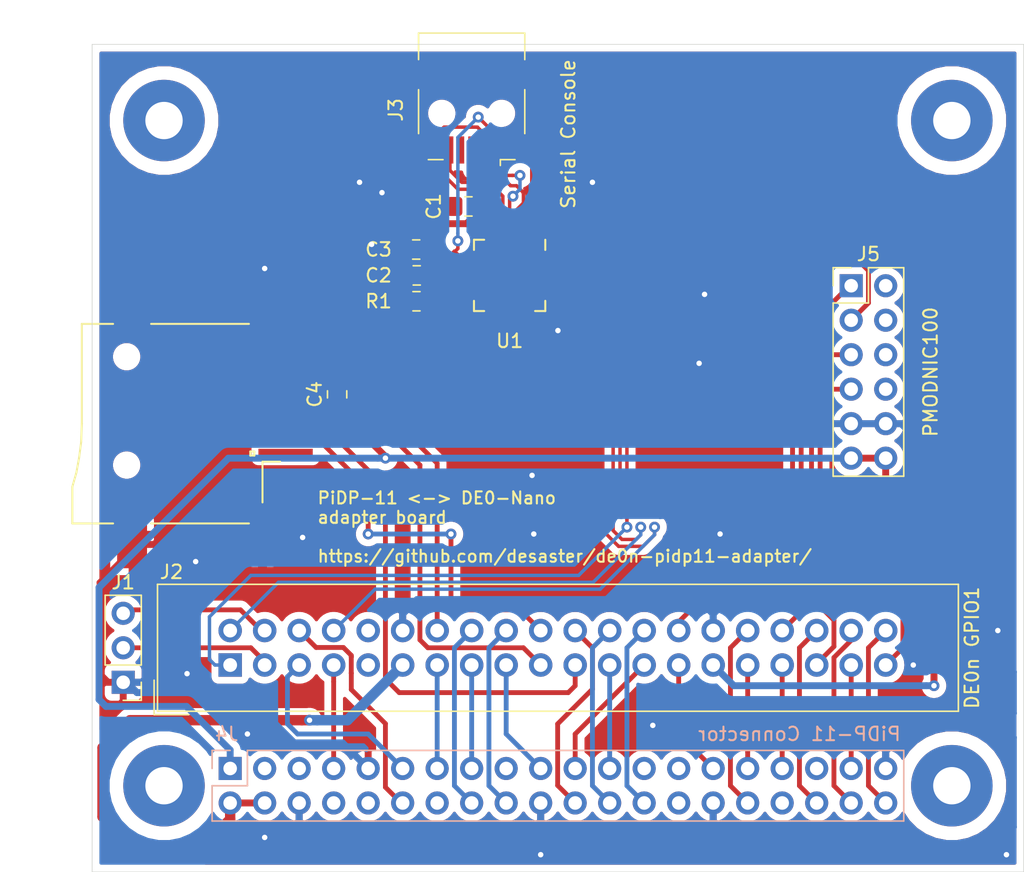
<source format=kicad_pcb>
(kicad_pcb (version 20171130) (host pcbnew "(5.1.2)-1")

  (general
    (thickness 1.6)
    (drawings 9)
    (tracks 410)
    (zones 0)
    (modules 16)
    (nets 71)
  )

  (page A4)
  (layers
    (0 F.Cu signal)
    (31 B.Cu signal)
    (32 B.Adhes user)
    (33 F.Adhes user)
    (34 B.Paste user)
    (35 F.Paste user)
    (36 B.SilkS user)
    (37 F.SilkS user)
    (38 B.Mask user)
    (39 F.Mask user)
    (40 Dwgs.User user)
    (41 Cmts.User user)
    (42 Eco1.User user)
    (43 Eco2.User user)
    (44 Edge.Cuts user)
    (45 Margin user)
    (46 B.CrtYd user)
    (47 F.CrtYd user)
    (48 B.Fab user)
    (49 F.Fab user)
  )

  (setup
    (last_trace_width 0.254)
    (user_trace_width 0.3048)
    (user_trace_width 0.3556)
    (user_trace_width 0.508)
    (user_trace_width 0.762)
    (trace_clearance 0.2032)
    (zone_clearance 0.508)
    (zone_45_only no)
    (trace_min 0.2032)
    (via_size 0.8)
    (via_drill 0.4)
    (via_min_size 0.1524)
    (via_min_drill 0.1016)
    (uvia_size 0.3)
    (uvia_drill 0.1)
    (uvias_allowed no)
    (uvia_min_size 0.2)
    (uvia_min_drill 0.1)
    (edge_width 0.05)
    (segment_width 0.2)
    (pcb_text_width 0.3)
    (pcb_text_size 1.5 1.5)
    (mod_edge_width 0.12)
    (mod_text_size 1 1)
    (mod_text_width 0.15)
    (pad_size 1.675 1.675)
    (pad_drill 0)
    (pad_to_mask_clearance 0)
    (aux_axis_origin 0 0)
    (visible_elements 7FFFFFFF)
    (pcbplotparams
      (layerselection 0x010fc_ffffffff)
      (usegerberextensions true)
      (usegerberattributes false)
      (usegerberadvancedattributes false)
      (creategerberjobfile false)
      (excludeedgelayer true)
      (linewidth 0.100000)
      (plotframeref false)
      (viasonmask false)
      (mode 1)
      (useauxorigin false)
      (hpglpennumber 1)
      (hpglpenspeed 20)
      (hpglpendiameter 15.000000)
      (psnegative false)
      (psa4output false)
      (plotreference true)
      (plotvalue true)
      (plotinvisibletext false)
      (padsonsilk false)
      (subtractmaskfromsilk false)
      (outputformat 1)
      (mirror false)
      (drillshape 0)
      (scaleselection 1)
      (outputdirectory "out/gerber"))
  )

  (net 0 "")
  (net 1 GND)
  (net 2 +3V3)
  (net 3 "Net-(C2-Pad1)")
  (net 4 /DE0_T15)
  (net 5 /DE0_R9)
  (net 6 /DE0_J14)
  (net 7 /DE0_J13)
  (net 8 /DE0_K15)
  (net 9 /DE0_J16)
  (net 10 /DE0_L13)
  (net 11 /DE0_M10)
  (net 12 /DE0_N14)
  (net 13 /DE0_L14)
  (net 14 /DE0_P14)
  (net 15 /DE0_N15)
  (net 16 /DE0_N16)
  (net 17 /DE0_R14)
  (net 18 /DE0_P16)
  (net 19 /DE0_P15)
  (net 20 /DE0_L15)
  (net 21 /DE0_R16)
  (net 22 /DE0_K16)
  (net 23 /DE0_L16)
  (net 24 /DE0_N11)
  (net 25 /DE0_N9)
  (net 26 /DE0_P9)
  (net 27 /DE0_N12)
  (net 28 /DE0_R10)
  (net 29 /DE0_P11)
  (net 30 /DE0_R11)
  (net 31 /DE0_T10)
  (net 32 +5V)
  (net 33 /DE0_T11)
  (net 34 /DE0_R12)
  (net 35 /DE0_T12)
  (net 36 /DE0_R13)
  (net 37 /DE0_T13)
  (net 38 /DE0_T14)
  (net 39 /DE0_F13)
  (net 40 /DE0_T9)
  (net 41 "Net-(J3-Pad4)")
  (net 42 "Net-(J3-Pad3)")
  (net 43 "Net-(J3-Pad2)")
  (net 44 "Net-(J4-Pad35)")
  (net 45 "Net-(J4-Pad34)")
  (net 46 "Net-(J4-Pad28)")
  (net 47 "Net-(J4-Pad27)")
  (net 48 "Net-(J4-Pad25)")
  (net 49 "Net-(J4-Pad17)")
  (net 50 "Net-(J4-Pad14)")
  (net 51 /PANEL_RX)
  (net 52 /PANEL_TX)
  (net 53 "Net-(J4-Pad5)")
  (net 54 "Net-(J4-Pad3)")
  (net 55 "Net-(J5-Pad10)")
  (net 56 "Net-(J5-Pad9)")
  (net 57 "Net-(J5-Pad8)")
  (net 58 /ETH_INT)
  (net 59 "Net-(R1-Pad2)")
  (net 60 /UART1_DCD)
  (net 61 "Net-(U1-Pad2)")
  (net 62 "Net-(U1-Pad11)")
  (net 63 "Net-(U1-Pad12)")
  (net 64 /UART1_CTS)
  (net 65 /UART1_DSR)
  (net 66 /UART1_DTR)
  (net 67 /SD_CD)
  (net 68 /SD_DAT1)
  (net 69 /SD_DAT2)
  (net 70 /CP2102_3V3)

  (net_class Default "This is the default net class."
    (clearance 0.2032)
    (trace_width 0.254)
    (via_dia 0.8)
    (via_drill 0.4)
    (uvia_dia 0.3)
    (uvia_drill 0.1)
    (diff_pair_width 0.2032)
    (diff_pair_gap 0.25)
    (add_net +3V3)
    (add_net +5V)
    (add_net /CP2102_3V3)
    (add_net /DE0_F13)
    (add_net /DE0_J13)
    (add_net /DE0_J14)
    (add_net /DE0_J16)
    (add_net /DE0_K15)
    (add_net /DE0_K16)
    (add_net /DE0_L13)
    (add_net /DE0_L14)
    (add_net /DE0_L15)
    (add_net /DE0_L16)
    (add_net /DE0_M10)
    (add_net /DE0_N11)
    (add_net /DE0_N12)
    (add_net /DE0_N14)
    (add_net /DE0_N15)
    (add_net /DE0_N16)
    (add_net /DE0_N9)
    (add_net /DE0_P11)
    (add_net /DE0_P14)
    (add_net /DE0_P15)
    (add_net /DE0_P16)
    (add_net /DE0_P9)
    (add_net /DE0_R10)
    (add_net /DE0_R11)
    (add_net /DE0_R12)
    (add_net /DE0_R13)
    (add_net /DE0_R14)
    (add_net /DE0_R16)
    (add_net /DE0_R9)
    (add_net /DE0_T10)
    (add_net /DE0_T11)
    (add_net /DE0_T12)
    (add_net /DE0_T13)
    (add_net /DE0_T14)
    (add_net /DE0_T15)
    (add_net /DE0_T9)
    (add_net /ETH_INT)
    (add_net /PANEL_RX)
    (add_net /PANEL_TX)
    (add_net /SD_CD)
    (add_net /SD_DAT1)
    (add_net /SD_DAT2)
    (add_net /UART1_CTS)
    (add_net /UART1_DCD)
    (add_net /UART1_DSR)
    (add_net /UART1_DTR)
    (add_net GND)
    (add_net "Net-(C2-Pad1)")
    (add_net "Net-(J3-Pad2)")
    (add_net "Net-(J3-Pad3)")
    (add_net "Net-(J3-Pad4)")
    (add_net "Net-(J4-Pad14)")
    (add_net "Net-(J4-Pad17)")
    (add_net "Net-(J4-Pad25)")
    (add_net "Net-(J4-Pad27)")
    (add_net "Net-(J4-Pad28)")
    (add_net "Net-(J4-Pad3)")
    (add_net "Net-(J4-Pad34)")
    (add_net "Net-(J4-Pad35)")
    (add_net "Net-(J4-Pad5)")
    (add_net "Net-(J5-Pad10)")
    (add_net "Net-(J5-Pad8)")
    (add_net "Net-(J5-Pad9)")
    (add_net "Net-(R1-Pad2)")
    (add_net "Net-(U1-Pad11)")
    (add_net "Net-(U1-Pad12)")
    (add_net "Net-(U1-Pad2)")
  )

  (net_class power ""
    (clearance 0.254)
    (trace_width 0.3556)
    (via_dia 0.8)
    (via_drill 0.4)
    (uvia_dia 0.3)
    (uvia_drill 0.1)
    (diff_pair_width 0.254)
    (diff_pair_gap 0.25)
  )

  (module microsd:Conn_uSDcard (layer F.Cu) (tedit 5D614788) (tstamp 5CF2C9E4)
    (at 134.62 93.98 270)
    (path /5CFABF4D)
    (fp_text reference XS1 (at 0 1 90) (layer F.Fab)
      (effects (font (size 0.6 0.6) (thickness 0.1)))
    )
    (fp_text value uSD (at 0 0 90) (layer F.Fab)
      (effects (font (size 0.6 0.5) (thickness 0.1)))
    )
    (fp_line (start -7.35 3.3) (end 0 3.3) (layer F.SilkS) (width 0.15))
    (fp_line (start 0 3.3) (end 1.35 3.35) (layer F.SilkS) (width 0.15))
    (fp_line (start 1.35 3.35) (end 2.5 3.5) (layer F.SilkS) (width 0.15))
    (fp_line (start 2.5 3.5) (end 3.6 3.7) (layer F.SilkS) (width 0.15))
    (fp_line (start 3.6 3.7) (end 4.65 4) (layer F.SilkS) (width 0.15))
    (fp_text user %R (at 2.1 -9.35 90) (layer Eco1.User)
      (effects (font (size 0.3 0.3) (thickness 0.03)))
    )
    (fp_line (start 2.8 -10) (end 2.8 -11.3) (layer F.SilkS) (width 0.15))
    (fp_line (start -7.35 -1.8) (end -7.35 -9) (layer F.SilkS) (width 0.15))
    (fp_line (start -7.35 1) (end -7.35 3.3) (layer F.SilkS) (width 0.15))
    (fp_line (start 4.65 4) (end 7.35 4) (layer F.SilkS) (width 0.15))
    (fp_line (start 7.35 4) (end 7.35 1) (layer F.SilkS) (width 0.15))
    (fp_line (start 7.35 -9) (end 7.35 -1.8) (layer F.SilkS) (width 0.15))
    (fp_line (start 7.35 -9.5) (end 6.85 -10) (layer F.Fab) (width 0.05))
    (fp_line (start 2.35 -9.4) (end 2.05 -9.4) (layer F.SilkS) (width 0.15))
    (fp_line (start 2.05 -9.4) (end 2.05 -9.1) (layer F.SilkS) (width 0.15))
    (fp_line (start 2.05 -9.1) (end 2.35 -9.1) (layer F.SilkS) (width 0.15))
    (fp_line (start 2.35 -9.1) (end 2.35 -9.4) (layer F.SilkS) (width 0.15))
    (fp_line (start -7.75 4.5) (end -7.75 1) (layer F.CrtYd) (width 0.05))
    (fp_line (start -7.75 1) (end -8.75 1) (layer F.CrtYd) (width 0.05))
    (fp_line (start -8.75 1) (end -8.75 -1.75) (layer F.CrtYd) (width 0.05))
    (fp_line (start -8.75 -1.75) (end -7.75 -1.75) (layer F.CrtYd) (width 0.05))
    (fp_line (start -7.75 -1.75) (end -7.75 -9) (layer F.CrtYd) (width 0.05))
    (fp_line (start -7.75 -9) (end -8.75 -9) (layer F.CrtYd) (width 0.05))
    (fp_line (start -8.75 -9) (end -8.75 -11) (layer F.CrtYd) (width 0.05))
    (fp_line (start -8.75 -11) (end -7.25 -11) (layer F.CrtYd) (width 0.05))
    (fp_line (start -7.25 -11) (end -7.25 -11.5) (layer F.CrtYd) (width 0.05))
    (fp_line (start -7.25 -11.5) (end 2.75 -11.5) (layer F.CrtYd) (width 0.05))
    (fp_line (start 2.75 -11.5) (end 2.75 -10.25) (layer F.CrtYd) (width 0.05))
    (fp_line (start 2.75 -10.25) (end 5.75 -10.25) (layer F.CrtYd) (width 0.05))
    (fp_line (start 5.75 -10.25) (end 5.75 -11) (layer F.CrtYd) (width 0.05))
    (fp_line (start 5.75 -11) (end 8 -11) (layer F.CrtYd) (width 0.05))
    (fp_line (start 8 -11) (end 8 -9) (layer F.CrtYd) (width 0.05))
    (fp_line (start 8 -9) (end 7.75 -9) (layer F.CrtYd) (width 0.05))
    (fp_line (start 7.75 -9) (end 7.75 -1.75) (layer F.CrtYd) (width 0.05))
    (fp_line (start 7.75 -1.75) (end 8.75 -1.75) (layer F.CrtYd) (width 0.05))
    (fp_line (start 8.75 -1.75) (end 8.75 1) (layer F.CrtYd) (width 0.05))
    (fp_line (start 8.75 1) (end 7.75 1) (layer F.CrtYd) (width 0.05))
    (fp_line (start 7.75 1) (end 7.75 4.5) (layer F.CrtYd) (width 0.05))
    (fp_line (start -9 4.5) (end -7 4.5) (layer Cmts.User) (width 0.05))
    (fp_line (start -7 4.5) (end -6 3.5) (layer Cmts.User) (width 0.05))
    (fp_line (start -6 3.5) (end 4 3.5) (layer Cmts.User) (width 0.05))
    (fp_line (start 4 3.5) (end 5 4.5) (layer Cmts.User) (width 0.05))
    (fp_line (start 5 4.5) (end 9 4.5) (layer Cmts.User) (width 0.05))
    (fp_line (start 0 3.3) (end 1.7 3.4) (layer F.Fab) (width 0.05))
    (fp_line (start 1.7 3.4) (end 3.5 3.7) (layer F.Fab) (width 0.05))
    (fp_line (start 3.5 3.7) (end 4.7 4) (layer F.Fab) (width 0.05))
    (fp_line (start 2.8 -10) (end 5.8 -10) (layer F.SilkS) (width 0.15))
    (fp_line (start -6.55 8.6) (end -6.55 3.3) (layer F.Fab) (width 0.05))
    (fp_line (start -5.85 9.3) (end 3.95 9.3) (layer F.Fab) (width 0.05))
    (fp_arc (start -5.85 8.6) (end -6.55 8.6) (angle -90) (layer F.Fab) (width 0.05))
    (fp_line (start 4.65 8.6) (end 4.65 4) (layer F.Fab) (width 0.05))
    (fp_arc (start 3.95 8.6) (end 4.65 8.6) (angle 90) (layer F.Fab) (width 0.05))
    (fp_line (start 4.65 4) (end 7.35 4) (layer F.Fab) (width 0.05))
    (fp_line (start -7.35 3.3) (end 0 3.3) (layer F.Fab) (width 0.05))
    (fp_line (start -7.35 -10) (end 7.35 -10) (layer F.Fab) (width 0.05))
    (fp_line (start 7.35 -10) (end 7.35 4) (layer F.Fab) (width 0.05))
    (fp_line (start -7.35 -10) (end -7.35 3.3) (layer F.Fab) (width 0.05))
    (fp_line (start -7.75 4.5) (end 7.75 4.5) (layer F.CrtYd) (width 0.05))
    (pad 6 smd rect (at 8.9 -0.4 270) (size 3.5 2.2) (layers F.Cu F.Paste F.Mask)
      (net 1 GND))
    (pad 6 smd rect (at -8.9 -0.4 270) (size 3.5 2.2) (layers F.Cu F.Paste F.Mask)
      (net 1 GND))
    (pad 6 smd rect (at 8.05 -10 270) (size 4 1.4) (layers F.Cu F.Paste F.Mask)
      (net 1 GND))
    (pad 6 smd rect (at -8.9 -10 270) (size 3.5 1.4) (layers F.Cu F.Paste F.Mask)
      (net 1 GND) (clearance 0.18))
    (pad 9 smd rect (at -6.6 -11.7 270) (size 0.7 4) (layers F.Cu F.Paste F.Mask)
      (net 67 /SD_CD) (clearance 0.18))
    (pad 7 smd rect (at -4.4 -11.7 270) (size 0.7 4) (layers F.Cu F.Paste F.Mask)
      (net 30 /DE0_R11))
    (pad 8 smd rect (at -5.5 -11.7 270) (size 0.7 4) (layers F.Cu F.Paste F.Mask)
      (net 68 /SD_DAT1))
    (pad 6 smd rect (at -3.3 -11.7 270) (size 0.7 4) (layers F.Cu F.Paste F.Mask)
      (net 1 GND))
    (pad 5 smd rect (at -2.2 -11.7 270) (size 0.7 4) (layers F.Cu F.Paste F.Mask)
      (net 25 /DE0_N9))
    (pad 4 smd rect (at -1.1 -11.7 270) (size 0.7 4) (layers F.Cu F.Paste F.Mask)
      (net 2 +3V3))
    (pad 1 smd rect (at 2.2 -11.7 270) (size 0.7 4) (layers F.Cu F.Paste F.Mask)
      (net 69 /SD_DAT2))
    (pad 2 smd rect (at 1.1 -11.7 270) (size 0.7 4) (layers F.Cu F.Paste F.Mask)
      (net 24 /DE0_N11))
    (pad "" np_thru_hole circle (at 3.05 0 270) (size 1 1) (drill 1) (layers *.Cu))
    (pad "" np_thru_hole circle (at -4.93 0 270) (size 1 1) (drill 1) (layers *.Cu))
    (pad 3 smd rect (at 0 -11.7 270) (size 0.7 4) (layers F.Cu F.Paste F.Mask)
      (net 23 /DE0_L16))
  )

  (module qfn-28-longpads:QFN-28-1EP_5x5mm_Pitch0.5mm (layer F.Cu) (tedit 5C0CE8A4) (tstamp 5D124497)
    (at 162.814 83.058 270)
    (descr "28-Lead Plastic Quad Flat, No Lead Package (MQ) - 5x5x0.9 mm Body [QFN or VQFN]; (see Microchip Packaging Specification 00000049BS.pdf)")
    (tags "QFN 0.5")
    (path /5CF74015)
    (clearance 0.19)
    (attr smd)
    (fp_text reference U1 (at 4.826 0) (layer F.SilkS)
      (effects (font (size 1 1) (thickness 0.15)))
    )
    (fp_text value CP2102 (at 0 3.875 270) (layer F.Fab)
      (effects (font (size 1 1) (thickness 0.15)))
    )
    (fp_line (start -1.5 -2.5) (end 2.5 -2.5) (layer F.Fab) (width 0.15))
    (fp_line (start 2.5 -2.5) (end 2.5 2.5) (layer F.Fab) (width 0.15))
    (fp_line (start 2.5 2.5) (end -2.5 2.5) (layer F.Fab) (width 0.15))
    (fp_line (start -2.5 2.5) (end -2.5 -1.5) (layer F.Fab) (width 0.15))
    (fp_line (start -2.5 -1.5) (end -1.5 -2.5) (layer F.Fab) (width 0.15))
    (fp_line (start -3.15 -3.15) (end -3.15 3.15) (layer F.CrtYd) (width 0.05))
    (fp_line (start 3.15 -3.15) (end 3.15 3.15) (layer F.CrtYd) (width 0.05))
    (fp_line (start -3.15 -3.15) (end 3.15 -3.15) (layer F.CrtYd) (width 0.05))
    (fp_line (start -3.15 3.15) (end 3.15 3.15) (layer F.CrtYd) (width 0.05))
    (fp_line (start 2.625 -2.625) (end 2.625 -1.875) (layer F.SilkS) (width 0.15))
    (fp_line (start -2.625 2.625) (end -2.625 1.875) (layer F.SilkS) (width 0.15))
    (fp_line (start 2.625 2.625) (end 2.625 1.875) (layer F.SilkS) (width 0.15))
    (fp_line (start -2.625 -2.625) (end -1.875 -2.625) (layer F.SilkS) (width 0.15))
    (fp_line (start -2.625 2.625) (end -1.875 2.625) (layer F.SilkS) (width 0.15))
    (fp_line (start 2.625 2.625) (end 1.875 2.625) (layer F.SilkS) (width 0.15))
    (fp_line (start 2.625 -2.625) (end 1.875 -2.625) (layer F.SilkS) (width 0.15))
    (pad 1 smd oval (at -2.775 -1.5 270) (size 1.5 0.3) (layers F.Cu F.Paste F.Mask)
      (net 60 /UART1_DCD))
    (pad 2 smd oval (at -2.775 -1 270) (size 1.5 0.3) (layers F.Cu F.Paste F.Mask)
      (net 61 "Net-(U1-Pad2)"))
    (pad 3 smd oval (at -2.775 -0.5 270) (size 1.5 0.3) (layers F.Cu F.Paste F.Mask)
      (net 1 GND))
    (pad 4 smd oval (at -2.775 0 270) (size 1.5 0.3) (layers F.Cu F.Paste F.Mask)
      (net 42 "Net-(J3-Pad3)"))
    (pad 5 smd oval (at -2.775 0.5 270) (size 1.5 0.3) (layers F.Cu F.Paste F.Mask)
      (net 43 "Net-(J3-Pad2)"))
    (pad 6 smd oval (at -2.775 1 270) (size 1.5 0.3) (layers F.Cu F.Paste F.Mask)
      (net 70 /CP2102_3V3))
    (pad 7 smd oval (at -2.775 1.5 270) (size 1.5 0.3) (layers F.Cu F.Paste F.Mask)
      (net 3 "Net-(C2-Pad1)"))
    (pad 8 smd oval (at -1.5 2.775) (size 1.5 0.3) (layers F.Cu F.Paste F.Mask)
      (net 3 "Net-(C2-Pad1)"))
    (pad 9 smd oval (at -1 2.775) (size 1.5 0.3) (layers F.Cu F.Paste F.Mask)
      (net 59 "Net-(R1-Pad2)"))
    (pad 10 smd oval (at -0.5 2.775) (size 1.5 0.3) (layers F.Cu F.Paste F.Mask))
    (pad 11 smd oval (at 0 2.775) (size 1.5 0.3) (layers F.Cu F.Paste F.Mask)
      (net 62 "Net-(U1-Pad11)"))
    (pad 12 smd oval (at 0.5 2.775) (size 1.5 0.3) (layers F.Cu F.Paste F.Mask)
      (net 63 "Net-(U1-Pad12)"))
    (pad 13 smd oval (at 1 2.775) (size 1.5 0.3) (layers F.Cu F.Paste F.Mask))
    (pad 14 smd oval (at 1.5 2.775) (size 1.5 0.3) (layers F.Cu F.Paste F.Mask))
    (pad 15 smd oval (at 2.775 1.5 270) (size 1.5 0.3) (layers F.Cu F.Paste F.Mask))
    (pad 16 smd oval (at 2.775 1 270) (size 1.5 0.3) (layers F.Cu F.Paste F.Mask))
    (pad 17 smd oval (at 2.775 0.5 270) (size 1.5 0.3) (layers F.Cu F.Paste F.Mask))
    (pad 18 smd oval (at 2.775 0 270) (size 1.5 0.3) (layers F.Cu F.Paste F.Mask))
    (pad 19 smd oval (at 2.775 -0.5 270) (size 1.5 0.3) (layers F.Cu F.Paste F.Mask))
    (pad 20 smd oval (at 2.775 -1 270) (size 1.5 0.3) (layers F.Cu F.Paste F.Mask))
    (pad 21 smd oval (at 2.775 -1.5 270) (size 1.5 0.3) (layers F.Cu F.Paste F.Mask))
    (pad 22 smd oval (at 1.5 -2.775) (size 1.5 0.3) (layers F.Cu F.Paste F.Mask))
    (pad 23 smd oval (at 1 -2.775) (size 1.5 0.3) (layers F.Cu F.Paste F.Mask)
      (net 64 /UART1_CTS))
    (pad 24 smd oval (at 0.5 -2.775) (size 1.5 0.3) (layers F.Cu F.Paste F.Mask)
      (net 35 /DE0_T12))
    (pad 25 smd oval (at 0 -2.775) (size 1.5 0.3) (layers F.Cu F.Paste F.Mask)
      (net 39 /DE0_F13))
    (pad 26 smd oval (at -0.5 -2.775) (size 1.5 0.3) (layers F.Cu F.Paste F.Mask)
      (net 40 /DE0_T9))
    (pad 27 smd oval (at -1 -2.775) (size 1.5 0.3) (layers F.Cu F.Paste F.Mask)
      (net 65 /UART1_DSR))
    (pad 28 smd oval (at -1.5 -2.775) (size 1.5 0.3) (layers F.Cu F.Paste F.Mask)
      (net 66 /UART1_DTR))
    (pad 29 smd rect (at 0.8375 0.8375 270) (size 1.675 1.675) (layers F.Cu F.Paste F.Mask)
      (net 1 GND) (solder_paste_margin_ratio -0.2))
    (pad 29 smd rect (at 0.8375 -0.8375 270) (size 1.675 1.675) (layers F.Cu F.Paste F.Mask)
      (net 1 GND) (solder_paste_margin_ratio -0.2))
    (pad 29 smd rect (at -0.8375 0.8375 270) (size 1.675 1.675) (layers F.Cu F.Paste F.Mask)
      (net 1 GND) (solder_paste_margin_ratio -0.2))
    (pad 29 smd rect (at -0.8375 -0.8375 270) (size 1.675 1.675) (layers F.Cu F.Paste F.Mask)
      (net 1 GND) (solder_paste_margin_ratio -0.2))
    (model ${KISYS3DMOD}/Housings_DFN_QFN.3dshapes/QFN-28-1EP_5x5mm_Pitch0.5mm.wrl
      (at (xyz 0 0 0))
      (scale (xyz 1 1 1))
      (rotate (xyz 0 0 0))
    )
  )

  (module Capacitor_SMD:C_0805_2012Metric_Pad1.15x1.40mm_HandSolder (layer F.Cu) (tedit 5B36C52B) (tstamp 5D61AA8E)
    (at 159.786 77.978 180)
    (descr "Capacitor SMD 0805 (2012 Metric), square (rectangular) end terminal, IPC_7351 nominal with elongated pad for handsoldering. (Body size source: https://docs.google.com/spreadsheets/d/1BsfQQcO9C6DZCsRaXUlFlo91Tg2WpOkGARC1WS5S8t0/edit?usp=sharing), generated with kicad-footprint-generator")
    (tags "capacitor handsolder")
    (path /5CF7965B)
    (attr smd)
    (fp_text reference C1 (at 2.56 0 90) (layer F.SilkS)
      (effects (font (size 1 1) (thickness 0.15)))
    )
    (fp_text value 0.1uF (at 0 1.65) (layer F.Fab)
      (effects (font (size 1 1) (thickness 0.15)))
    )
    (fp_line (start -1 0.6) (end -1 -0.6) (layer F.Fab) (width 0.1))
    (fp_line (start -1 -0.6) (end 1 -0.6) (layer F.Fab) (width 0.1))
    (fp_line (start 1 -0.6) (end 1 0.6) (layer F.Fab) (width 0.1))
    (fp_line (start 1 0.6) (end -1 0.6) (layer F.Fab) (width 0.1))
    (fp_line (start -0.261252 -0.71) (end 0.261252 -0.71) (layer F.SilkS) (width 0.12))
    (fp_line (start -0.261252 0.71) (end 0.261252 0.71) (layer F.SilkS) (width 0.12))
    (fp_line (start -1.85 0.95) (end -1.85 -0.95) (layer F.CrtYd) (width 0.05))
    (fp_line (start -1.85 -0.95) (end 1.85 -0.95) (layer F.CrtYd) (width 0.05))
    (fp_line (start 1.85 -0.95) (end 1.85 0.95) (layer F.CrtYd) (width 0.05))
    (fp_line (start 1.85 0.95) (end -1.85 0.95) (layer F.CrtYd) (width 0.05))
    (fp_text user %R (at 0 0) (layer F.Fab)
      (effects (font (size 0.5 0.5) (thickness 0.08)))
    )
    (pad 1 smd roundrect (at -1.025 0 180) (size 1.15 1.4) (layers F.Cu F.Paste F.Mask) (roundrect_rratio 0.217391)
      (net 70 /CP2102_3V3))
    (pad 2 smd roundrect (at 1.025 0 180) (size 1.15 1.4) (layers F.Cu F.Paste F.Mask) (roundrect_rratio 0.217391)
      (net 1 GND))
    (model ${KISYS3DMOD}/Capacitor_SMD.3dshapes/C_0805_2012Metric.wrl
      (at (xyz 0 0 0))
      (scale (xyz 1 1 1))
      (rotate (xyz 0 0 0))
    )
  )

  (module Capacitor_SMD:C_0805_2012Metric_Pad1.15x1.40mm_HandSolder (layer F.Cu) (tedit 5B36C52B) (tstamp 5D61AA9E)
    (at 155.976 83.058 180)
    (descr "Capacitor SMD 0805 (2012 Metric), square (rectangular) end terminal, IPC_7351 nominal with elongated pad for handsoldering. (Body size source: https://docs.google.com/spreadsheets/d/1BsfQQcO9C6DZCsRaXUlFlo91Tg2WpOkGARC1WS5S8t0/edit?usp=sharing), generated with kicad-footprint-generator")
    (tags "capacitor handsolder")
    (path /5CF85FF0)
    (attr smd)
    (fp_text reference C2 (at 2.814 0 180) (layer F.SilkS)
      (effects (font (size 1 1) (thickness 0.15)))
    )
    (fp_text value 1uF (at 0 1.65) (layer F.Fab)
      (effects (font (size 1 1) (thickness 0.15)))
    )
    (fp_text user %R (at 0 0) (layer F.Fab)
      (effects (font (size 0.5 0.5) (thickness 0.08)))
    )
    (fp_line (start 1.85 0.95) (end -1.85 0.95) (layer F.CrtYd) (width 0.05))
    (fp_line (start 1.85 -0.95) (end 1.85 0.95) (layer F.CrtYd) (width 0.05))
    (fp_line (start -1.85 -0.95) (end 1.85 -0.95) (layer F.CrtYd) (width 0.05))
    (fp_line (start -1.85 0.95) (end -1.85 -0.95) (layer F.CrtYd) (width 0.05))
    (fp_line (start -0.261252 0.71) (end 0.261252 0.71) (layer F.SilkS) (width 0.12))
    (fp_line (start -0.261252 -0.71) (end 0.261252 -0.71) (layer F.SilkS) (width 0.12))
    (fp_line (start 1 0.6) (end -1 0.6) (layer F.Fab) (width 0.1))
    (fp_line (start 1 -0.6) (end 1 0.6) (layer F.Fab) (width 0.1))
    (fp_line (start -1 -0.6) (end 1 -0.6) (layer F.Fab) (width 0.1))
    (fp_line (start -1 0.6) (end -1 -0.6) (layer F.Fab) (width 0.1))
    (pad 2 smd roundrect (at 1.025 0 180) (size 1.15 1.4) (layers F.Cu F.Paste F.Mask) (roundrect_rratio 0.217391)
      (net 1 GND))
    (pad 1 smd roundrect (at -1.025 0 180) (size 1.15 1.4) (layers F.Cu F.Paste F.Mask) (roundrect_rratio 0.217391)
      (net 3 "Net-(C2-Pad1)"))
    (model ${KISYS3DMOD}/Capacitor_SMD.3dshapes/C_0805_2012Metric.wrl
      (at (xyz 0 0 0))
      (scale (xyz 1 1 1))
      (rotate (xyz 0 0 0))
    )
  )

  (module Capacitor_SMD:C_0805_2012Metric_Pad1.15x1.40mm_HandSolder (layer F.Cu) (tedit 5B36C52B) (tstamp 5D61AAAE)
    (at 155.936 81.153 180)
    (descr "Capacitor SMD 0805 (2012 Metric), square (rectangular) end terminal, IPC_7351 nominal with elongated pad for handsoldering. (Body size source: https://docs.google.com/spreadsheets/d/1BsfQQcO9C6DZCsRaXUlFlo91Tg2WpOkGARC1WS5S8t0/edit?usp=sharing), generated with kicad-footprint-generator")
    (tags "capacitor handsolder")
    (path /5CF87E03)
    (attr smd)
    (fp_text reference C3 (at 2.774 0 180) (layer F.SilkS)
      (effects (font (size 1 1) (thickness 0.15)))
    )
    (fp_text value 0.1uF (at 0 1.65) (layer F.Fab)
      (effects (font (size 1 1) (thickness 0.15)))
    )
    (fp_line (start -1 0.6) (end -1 -0.6) (layer F.Fab) (width 0.1))
    (fp_line (start -1 -0.6) (end 1 -0.6) (layer F.Fab) (width 0.1))
    (fp_line (start 1 -0.6) (end 1 0.6) (layer F.Fab) (width 0.1))
    (fp_line (start 1 0.6) (end -1 0.6) (layer F.Fab) (width 0.1))
    (fp_line (start -0.261252 -0.71) (end 0.261252 -0.71) (layer F.SilkS) (width 0.12))
    (fp_line (start -0.261252 0.71) (end 0.261252 0.71) (layer F.SilkS) (width 0.12))
    (fp_line (start -1.85 0.95) (end -1.85 -0.95) (layer F.CrtYd) (width 0.05))
    (fp_line (start -1.85 -0.95) (end 1.85 -0.95) (layer F.CrtYd) (width 0.05))
    (fp_line (start 1.85 -0.95) (end 1.85 0.95) (layer F.CrtYd) (width 0.05))
    (fp_line (start 1.85 0.95) (end -1.85 0.95) (layer F.CrtYd) (width 0.05))
    (fp_text user %R (at 0 0) (layer F.Fab)
      (effects (font (size 0.5 0.5) (thickness 0.08)))
    )
    (pad 1 smd roundrect (at -1.025 0 180) (size 1.15 1.4) (layers F.Cu F.Paste F.Mask) (roundrect_rratio 0.217391)
      (net 3 "Net-(C2-Pad1)"))
    (pad 2 smd roundrect (at 1.025 0 180) (size 1.15 1.4) (layers F.Cu F.Paste F.Mask) (roundrect_rratio 0.217391)
      (net 1 GND))
    (model ${KISYS3DMOD}/Capacitor_SMD.3dshapes/C_0805_2012Metric.wrl
      (at (xyz 0 0 0))
      (scale (xyz 1 1 1))
      (rotate (xyz 0 0 0))
    )
  )

  (module Capacitor_SMD:C_0805_2012Metric_Pad1.15x1.40mm_HandSolder (layer F.Cu) (tedit 5B36C52B) (tstamp 5D61AABE)
    (at 150.114 91.821 90)
    (descr "Capacitor SMD 0805 (2012 Metric), square (rectangular) end terminal, IPC_7351 nominal with elongated pad for handsoldering. (Body size source: https://docs.google.com/spreadsheets/d/1BsfQQcO9C6DZCsRaXUlFlo91Tg2WpOkGARC1WS5S8t0/edit?usp=sharing), generated with kicad-footprint-generator")
    (tags "capacitor handsolder")
    (path /5CFB019B)
    (attr smd)
    (fp_text reference C4 (at 0 -1.65 90) (layer F.SilkS)
      (effects (font (size 1 1) (thickness 0.15)))
    )
    (fp_text value 45uF (at 0 1.65 90) (layer F.Fab)
      (effects (font (size 1 1) (thickness 0.15)))
    )
    (fp_text user %R (at 0 0 90) (layer F.Fab)
      (effects (font (size 0.5 0.5) (thickness 0.08)))
    )
    (fp_line (start 1.85 0.95) (end -1.85 0.95) (layer F.CrtYd) (width 0.05))
    (fp_line (start 1.85 -0.95) (end 1.85 0.95) (layer F.CrtYd) (width 0.05))
    (fp_line (start -1.85 -0.95) (end 1.85 -0.95) (layer F.CrtYd) (width 0.05))
    (fp_line (start -1.85 0.95) (end -1.85 -0.95) (layer F.CrtYd) (width 0.05))
    (fp_line (start -0.261252 0.71) (end 0.261252 0.71) (layer F.SilkS) (width 0.12))
    (fp_line (start -0.261252 -0.71) (end 0.261252 -0.71) (layer F.SilkS) (width 0.12))
    (fp_line (start 1 0.6) (end -1 0.6) (layer F.Fab) (width 0.1))
    (fp_line (start 1 -0.6) (end 1 0.6) (layer F.Fab) (width 0.1))
    (fp_line (start -1 -0.6) (end 1 -0.6) (layer F.Fab) (width 0.1))
    (fp_line (start -1 0.6) (end -1 -0.6) (layer F.Fab) (width 0.1))
    (pad 2 smd roundrect (at 1.025 0 90) (size 1.15 1.4) (layers F.Cu F.Paste F.Mask) (roundrect_rratio 0.217391)
      (net 1 GND))
    (pad 1 smd roundrect (at -1.025 0 90) (size 1.15 1.4) (layers F.Cu F.Paste F.Mask) (roundrect_rratio 0.217391)
      (net 2 +3V3))
    (model ${KISYS3DMOD}/Capacitor_SMD.3dshapes/C_0805_2012Metric.wrl
      (at (xyz 0 0 0))
      (scale (xyz 1 1 1))
      (rotate (xyz 0 0 0))
    )
  )

  (module Connector_PinHeader_2.54mm:PinHeader_1x03_P2.54mm_Vertical (layer F.Cu) (tedit 59FED5CC) (tstamp 5D61AACE)
    (at 134.366 113.03 180)
    (descr "Through hole straight pin header, 1x03, 2.54mm pitch, single row")
    (tags "Through hole pin header THT 1x03 2.54mm single row")
    (path /5CF9FD52)
    (fp_text reference J1 (at 0 7.366) (layer F.SilkS)
      (effects (font (size 1 1) (thickness 0.15)))
    )
    (fp_text value Conn_01x03 (at 0 7.41) (layer F.Fab)
      (effects (font (size 1 1) (thickness 0.15)))
    )
    (fp_line (start -0.635 -1.27) (end 1.27 -1.27) (layer F.Fab) (width 0.1))
    (fp_line (start 1.27 -1.27) (end 1.27 6.35) (layer F.Fab) (width 0.1))
    (fp_line (start 1.27 6.35) (end -1.27 6.35) (layer F.Fab) (width 0.1))
    (fp_line (start -1.27 6.35) (end -1.27 -0.635) (layer F.Fab) (width 0.1))
    (fp_line (start -1.27 -0.635) (end -0.635 -1.27) (layer F.Fab) (width 0.1))
    (fp_line (start -1.33 6.41) (end 1.33 6.41) (layer F.SilkS) (width 0.12))
    (fp_line (start -1.33 1.27) (end -1.33 6.41) (layer F.SilkS) (width 0.12))
    (fp_line (start 1.33 1.27) (end 1.33 6.41) (layer F.SilkS) (width 0.12))
    (fp_line (start -1.33 1.27) (end 1.33 1.27) (layer F.SilkS) (width 0.12))
    (fp_line (start -1.33 0) (end -1.33 -1.33) (layer F.SilkS) (width 0.12))
    (fp_line (start -1.33 -1.33) (end 0 -1.33) (layer F.SilkS) (width 0.12))
    (fp_line (start -1.8 -1.8) (end -1.8 6.85) (layer F.CrtYd) (width 0.05))
    (fp_line (start -1.8 6.85) (end 1.8 6.85) (layer F.CrtYd) (width 0.05))
    (fp_line (start 1.8 6.85) (end 1.8 -1.8) (layer F.CrtYd) (width 0.05))
    (fp_line (start 1.8 -1.8) (end -1.8 -1.8) (layer F.CrtYd) (width 0.05))
    (fp_text user %R (at 0 2.54 90) (layer F.Fab)
      (effects (font (size 1 1) (thickness 0.15)))
    )
    (pad 1 thru_hole rect (at 0 0 180) (size 1.7 1.7) (drill 1) (layers *.Cu *.Mask)
      (net 1 GND))
    (pad 2 thru_hole oval (at 0 2.54 180) (size 1.7 1.7) (drill 1) (layers *.Cu *.Mask)
      (net 5 /DE0_R9))
    (pad 3 thru_hole oval (at 0 5.08 180) (size 1.7 1.7) (drill 1) (layers *.Cu *.Mask)
      (net 4 /DE0_T15))
    (model ${KISYS3DMOD}/Connector_PinHeader_2.54mm.3dshapes/PinHeader_1x03_P2.54mm_Vertical.wrl
      (at (xyz 0 0 0))
      (scale (xyz 1 1 1))
      (rotate (xyz 0 0 0))
    )
  )

  (module Connector_IDC:IDC-Header_2x20_P2.54mm_Vertical (layer F.Cu) (tedit 59DE12BE) (tstamp 5D61AAE4)
    (at 142.24 111.76 90)
    (descr "Through hole straight IDC box header, 2x20, 2.54mm pitch, double rows")
    (tags "Through hole IDC box header THT 2x20 2.54mm double row")
    (path /5CF31505)
    (fp_text reference J2 (at 6.858 -4.318 180) (layer F.SilkS)
      (effects (font (size 1 1) (thickness 0.15)))
    )
    (fp_text value DE0_Nano_GPIO1 (at 1.27 54.864 90) (layer F.Fab)
      (effects (font (size 1 1) (thickness 0.15)))
    )
    (fp_text user %R (at 1.27 24.13 90) (layer F.Fab)
      (effects (font (size 1 1) (thickness 0.15)))
    )
    (fp_line (start 5.695 -5.1) (end 5.695 53.36) (layer F.Fab) (width 0.1))
    (fp_line (start 5.145 -4.56) (end 5.145 52.8) (layer F.Fab) (width 0.1))
    (fp_line (start -3.155 -5.1) (end -3.155 53.36) (layer F.Fab) (width 0.1))
    (fp_line (start -2.605 -4.56) (end -2.605 21.88) (layer F.Fab) (width 0.1))
    (fp_line (start -2.605 26.38) (end -2.605 52.8) (layer F.Fab) (width 0.1))
    (fp_line (start -2.605 21.88) (end -3.155 21.88) (layer F.Fab) (width 0.1))
    (fp_line (start -2.605 26.38) (end -3.155 26.38) (layer F.Fab) (width 0.1))
    (fp_line (start 5.695 -5.1) (end -3.155 -5.1) (layer F.Fab) (width 0.1))
    (fp_line (start 5.145 -4.56) (end -2.605 -4.56) (layer F.Fab) (width 0.1))
    (fp_line (start 5.695 53.36) (end -3.155 53.36) (layer F.Fab) (width 0.1))
    (fp_line (start 5.145 52.8) (end -2.605 52.8) (layer F.Fab) (width 0.1))
    (fp_line (start 5.695 -5.1) (end 5.145 -4.56) (layer F.Fab) (width 0.1))
    (fp_line (start 5.695 53.36) (end 5.145 52.8) (layer F.Fab) (width 0.1))
    (fp_line (start -3.155 -5.1) (end -2.605 -4.56) (layer F.Fab) (width 0.1))
    (fp_line (start -3.155 53.36) (end -2.605 52.8) (layer F.Fab) (width 0.1))
    (fp_line (start 5.95 -5.35) (end 5.95 53.61) (layer F.CrtYd) (width 0.05))
    (fp_line (start 5.95 53.61) (end -3.41 53.61) (layer F.CrtYd) (width 0.05))
    (fp_line (start -3.41 53.61) (end -3.41 -5.35) (layer F.CrtYd) (width 0.05))
    (fp_line (start -3.41 -5.35) (end 5.95 -5.35) (layer F.CrtYd) (width 0.05))
    (fp_line (start 5.945 -5.35) (end 5.945 53.61) (layer F.SilkS) (width 0.12))
    (fp_line (start 5.945 53.61) (end -3.405 53.61) (layer F.SilkS) (width 0.12))
    (fp_line (start -3.405 53.61) (end -3.405 -5.35) (layer F.SilkS) (width 0.12))
    (fp_line (start -3.405 -5.35) (end 5.945 -5.35) (layer F.SilkS) (width 0.12))
    (fp_line (start -3.655 -5.6) (end -3.655 -3.06) (layer F.SilkS) (width 0.12))
    (fp_line (start -3.655 -5.6) (end -1.115 -5.6) (layer F.SilkS) (width 0.12))
    (pad 1 thru_hole rect (at 0 0 90) (size 1.7272 1.7272) (drill 1.016) (layers *.Cu *.Mask)
      (net 40 /DE0_T9))
    (pad 2 thru_hole oval (at 2.54 0 90) (size 1.7272 1.7272) (drill 1.016) (layers *.Cu *.Mask)
      (net 39 /DE0_F13))
    (pad 3 thru_hole oval (at 0 2.54 90) (size 1.7272 1.7272) (drill 1.016) (layers *.Cu *.Mask)
      (net 5 /DE0_R9))
    (pad 4 thru_hole oval (at 2.54 2.54 90) (size 1.7272 1.7272) (drill 1.016) (layers *.Cu *.Mask)
      (net 4 /DE0_T15))
    (pad 5 thru_hole oval (at 0 5.08 90) (size 1.7272 1.7272) (drill 1.016) (layers *.Cu *.Mask)
      (net 38 /DE0_T14))
    (pad 6 thru_hole oval (at 2.54 5.08 90) (size 1.7272 1.7272) (drill 1.016) (layers *.Cu *.Mask)
      (net 37 /DE0_T13))
    (pad 7 thru_hole oval (at 0 7.62 90) (size 1.7272 1.7272) (drill 1.016) (layers *.Cu *.Mask)
      (net 36 /DE0_R13))
    (pad 8 thru_hole oval (at 2.54 7.62 90) (size 1.7272 1.7272) (drill 1.016) (layers *.Cu *.Mask)
      (net 35 /DE0_T12))
    (pad 9 thru_hole oval (at 0 10.16 90) (size 1.7272 1.7272) (drill 1.016) (layers *.Cu *.Mask)
      (net 34 /DE0_R12))
    (pad 10 thru_hole oval (at 2.54 10.16 90) (size 1.7272 1.7272) (drill 1.016) (layers *.Cu *.Mask)
      (net 33 /DE0_T11))
    (pad 11 thru_hole oval (at 0 12.7 90) (size 1.7272 1.7272) (drill 1.016) (layers *.Cu *.Mask)
      (net 32 +5V))
    (pad 12 thru_hole oval (at 2.54 12.7 90) (size 1.7272 1.7272) (drill 1.016) (layers *.Cu *.Mask)
      (net 1 GND))
    (pad 13 thru_hole oval (at 0 15.24 90) (size 1.7272 1.7272) (drill 1.016) (layers *.Cu *.Mask)
      (net 31 /DE0_T10))
    (pad 14 thru_hole oval (at 2.54 15.24 90) (size 1.7272 1.7272) (drill 1.016) (layers *.Cu *.Mask)
      (net 30 /DE0_R11))
    (pad 15 thru_hole oval (at 0 17.78 90) (size 1.7272 1.7272) (drill 1.016) (layers *.Cu *.Mask)
      (net 29 /DE0_P11))
    (pad 16 thru_hole oval (at 2.54 17.78 90) (size 1.7272 1.7272) (drill 1.016) (layers *.Cu *.Mask)
      (net 28 /DE0_R10))
    (pad 17 thru_hole oval (at 0 20.32 90) (size 1.7272 1.7272) (drill 1.016) (layers *.Cu *.Mask)
      (net 27 /DE0_N12))
    (pad 18 thru_hole oval (at 2.54 20.32 90) (size 1.7272 1.7272) (drill 1.016) (layers *.Cu *.Mask)
      (net 26 /DE0_P9))
    (pad 19 thru_hole oval (at 0 22.86 90) (size 1.7272 1.7272) (drill 1.016) (layers *.Cu *.Mask)
      (net 25 /DE0_N9))
    (pad 20 thru_hole oval (at 2.54 22.86 90) (size 1.7272 1.7272) (drill 1.016) (layers *.Cu *.Mask)
      (net 24 /DE0_N11))
    (pad 21 thru_hole oval (at 0 25.4 90) (size 1.7272 1.7272) (drill 1.016) (layers *.Cu *.Mask)
      (net 23 /DE0_L16))
    (pad 22 thru_hole oval (at 2.54 25.4 90) (size 1.7272 1.7272) (drill 1.016) (layers *.Cu *.Mask)
      (net 22 /DE0_K16))
    (pad 23 thru_hole oval (at 0 27.94 90) (size 1.7272 1.7272) (drill 1.016) (layers *.Cu *.Mask)
      (net 21 /DE0_R16))
    (pad 24 thru_hole oval (at 2.54 27.94 90) (size 1.7272 1.7272) (drill 1.016) (layers *.Cu *.Mask)
      (net 20 /DE0_L15))
    (pad 25 thru_hole oval (at 0 30.48 90) (size 1.7272 1.7272) (drill 1.016) (layers *.Cu *.Mask)
      (net 19 /DE0_P15))
    (pad 26 thru_hole oval (at 2.54 30.48 90) (size 1.7272 1.7272) (drill 1.016) (layers *.Cu *.Mask)
      (net 18 /DE0_P16))
    (pad 27 thru_hole oval (at 0 33.02 90) (size 1.7272 1.7272) (drill 1.016) (layers *.Cu *.Mask)
      (net 17 /DE0_R14))
    (pad 28 thru_hole oval (at 2.54 33.02 90) (size 1.7272 1.7272) (drill 1.016) (layers *.Cu *.Mask)
      (net 16 /DE0_N16))
    (pad 29 thru_hole oval (at 0 35.56 90) (size 1.7272 1.7272) (drill 1.016) (layers *.Cu *.Mask)
      (net 2 +3V3))
    (pad 30 thru_hole oval (at 2.54 35.56 90) (size 1.7272 1.7272) (drill 1.016) (layers *.Cu *.Mask)
      (net 1 GND))
    (pad 31 thru_hole oval (at 0 38.1 90) (size 1.7272 1.7272) (drill 1.016) (layers *.Cu *.Mask)
      (net 15 /DE0_N15))
    (pad 32 thru_hole oval (at 2.54 38.1 90) (size 1.7272 1.7272) (drill 1.016) (layers *.Cu *.Mask)
      (net 14 /DE0_P14))
    (pad 33 thru_hole oval (at 0 40.64 90) (size 1.7272 1.7272) (drill 1.016) (layers *.Cu *.Mask)
      (net 13 /DE0_L14))
    (pad 34 thru_hole oval (at 2.54 40.64 90) (size 1.7272 1.7272) (drill 1.016) (layers *.Cu *.Mask)
      (net 12 /DE0_N14))
    (pad 35 thru_hole oval (at 0 43.18 90) (size 1.7272 1.7272) (drill 1.016) (layers *.Cu *.Mask)
      (net 11 /DE0_M10))
    (pad 36 thru_hole oval (at 2.54 43.18 90) (size 1.7272 1.7272) (drill 1.016) (layers *.Cu *.Mask)
      (net 10 /DE0_L13))
    (pad 37 thru_hole oval (at 0 45.72 90) (size 1.7272 1.7272) (drill 1.016) (layers *.Cu *.Mask)
      (net 9 /DE0_J16))
    (pad 38 thru_hole oval (at 2.54 45.72 90) (size 1.7272 1.7272) (drill 1.016) (layers *.Cu *.Mask)
      (net 8 /DE0_K15))
    (pad 39 thru_hole oval (at 0 48.26 90) (size 1.7272 1.7272) (drill 1.016) (layers *.Cu *.Mask)
      (net 7 /DE0_J13))
    (pad 40 thru_hole oval (at 2.54 48.26 90) (size 1.7272 1.7272) (drill 1.016) (layers *.Cu *.Mask)
      (net 6 /DE0_J14))
    (model ${KISYS3DMOD}/Connector_IDC.3dshapes/IDC-Header_2x20_P2.54mm_Vertical.wrl
      (at (xyz 0 0 0))
      (scale (xyz 1 1 1))
      (rotate (xyz 0 0 0))
    )
  )

  (module Connector_USB:USB_Mini-B_Lumberg_2486_01_Horizontal (layer F.Cu) (tedit 5AC6B535) (tstamp 5D61AB29)
    (at 160.02 71.12 180)
    (descr "USB Mini-B 5-pin SMD connector, http://downloads.lumberg.com/datenblaetter/en/2486_01.pdf")
    (tags "USB USB_B USB_Mini connector")
    (path /5CF7CF3F)
    (attr smd)
    (fp_text reference J3 (at 5.588 0.254 90) (layer F.SilkS)
      (effects (font (size 1 1) (thickness 0.15)))
    )
    (fp_text value USB_B_Micro (at 0 7.5) (layer F.Fab)
      (effects (font (size 1 1) (thickness 0.15)))
    )
    (fp_line (start 2.35 -4.2) (end -2.35 -4.2) (layer F.CrtYd) (width 0.05))
    (fp_line (start 2.35 -3.95) (end 2.35 -4.2) (layer F.CrtYd) (width 0.05))
    (fp_line (start 4.35 1.5) (end 5.95 1.5) (layer F.CrtYd) (width 0.05))
    (fp_line (start 4.35 4.2) (end 5.95 4.2) (layer F.CrtYd) (width 0.05))
    (fp_line (start 4.35 6.35) (end 4.35 4.2) (layer F.CrtYd) (width 0.05))
    (fp_line (start 3.91 5.91) (end -3.91 5.91) (layer F.SilkS) (width 0.12))
    (fp_line (start -1.6 -2.85) (end -1.25 -3.35) (layer F.Fab) (width 0.1))
    (fp_line (start -2.11 -3.41) (end -2.11 -3.84) (layer F.SilkS) (width 0.12))
    (fp_text user %R (at 0 1.6 180) (layer F.Fab)
      (effects (font (size 1 1) (thickness 0.15)))
    )
    (fp_line (start 3.91 5.91) (end 3.91 3.96) (layer F.SilkS) (width 0.12))
    (fp_line (start 3.91 1.74) (end 3.91 -1.49) (layer F.SilkS) (width 0.12))
    (fp_line (start 2.11 -3.41) (end 3.19 -3.41) (layer F.SilkS) (width 0.12))
    (fp_line (start -3.19 -3.41) (end -2.11 -3.41) (layer F.SilkS) (width 0.12))
    (fp_line (start -3.91 1.74) (end -3.91 -1.49) (layer F.SilkS) (width 0.12))
    (fp_line (start -3.91 5.91) (end -3.91 3.96) (layer F.SilkS) (width 0.12))
    (fp_line (start 3.85 5.85) (end 3.85 -3.35) (layer F.Fab) (width 0.1))
    (fp_line (start -3.85 5.85) (end 3.85 5.85) (layer F.Fab) (width 0.1))
    (fp_line (start -3.85 -3.35) (end -3.85 5.85) (layer F.Fab) (width 0.1))
    (fp_line (start -3.85 -3.35) (end 3.85 -3.35) (layer F.Fab) (width 0.1))
    (fp_line (start -4.35 6.35) (end 4.35 6.35) (layer F.CrtYd) (width 0.05))
    (fp_line (start 5.95 -3.95) (end 2.35 -3.95) (layer F.CrtYd) (width 0.05))
    (fp_line (start 5.95 1.5) (end 5.95 4.2) (layer F.CrtYd) (width 0.05))
    (fp_line (start -1.95 -3.35) (end -1.6 -2.85) (layer F.Fab) (width 0.1))
    (fp_line (start 4.35 -1.25) (end 4.35 1.5) (layer F.CrtYd) (width 0.05))
    (fp_line (start 4.35 -1.25) (end 5.95 -1.25) (layer F.CrtYd) (width 0.05))
    (fp_line (start 5.95 -3.95) (end 5.95 -1.25) (layer F.CrtYd) (width 0.05))
    (fp_line (start -2.35 -3.95) (end -2.35 -4.2) (layer F.CrtYd) (width 0.05))
    (fp_line (start -5.95 -3.95) (end -2.35 -3.95) (layer F.CrtYd) (width 0.05))
    (fp_line (start -5.95 -3.95) (end -5.95 -1.25) (layer F.CrtYd) (width 0.05))
    (fp_line (start -4.35 -1.25) (end -5.95 -1.25) (layer F.CrtYd) (width 0.05))
    (fp_line (start -4.35 -1.25) (end -4.35 1.5) (layer F.CrtYd) (width 0.05))
    (fp_line (start -4.35 1.5) (end -5.95 1.5) (layer F.CrtYd) (width 0.05))
    (fp_line (start -5.95 1.5) (end -5.95 4.2) (layer F.CrtYd) (width 0.05))
    (fp_line (start -4.35 4.2) (end -5.95 4.2) (layer F.CrtYd) (width 0.05))
    (fp_line (start -4.35 6.35) (end -4.35 4.2) (layer F.CrtYd) (width 0.05))
    (pad 1 smd rect (at -1.6 -2.7 180) (size 0.5 2) (layers F.Cu F.Paste F.Mask)
      (net 3 "Net-(C2-Pad1)"))
    (pad 2 smd rect (at -0.8 -2.7 180) (size 0.5 2) (layers F.Cu F.Paste F.Mask)
      (net 43 "Net-(J3-Pad2)"))
    (pad 3 smd rect (at 0 -2.7 180) (size 0.5 2) (layers F.Cu F.Paste F.Mask)
      (net 42 "Net-(J3-Pad3)"))
    (pad 4 smd rect (at 0.8 -2.7 180) (size 0.5 2) (layers F.Cu F.Paste F.Mask)
      (net 41 "Net-(J3-Pad4)"))
    (pad 5 smd rect (at 1.6 -2.7 180) (size 0.5 2) (layers F.Cu F.Paste F.Mask)
      (net 1 GND))
    (pad 6 smd rect (at -4.45 -2.6 180) (size 2 1.7) (layers F.Cu F.Paste F.Mask)
      (net 1 GND))
    (pad 6 smd rect (at -4.45 2.85 180) (size 2 1.7) (layers F.Cu F.Paste F.Mask)
      (net 1 GND))
    (pad 6 smd rect (at 4.45 -2.6 180) (size 2 1.7) (layers F.Cu F.Paste F.Mask)
      (net 1 GND))
    (pad 6 smd rect (at 4.45 2.85 180) (size 2 1.7) (layers F.Cu F.Paste F.Mask)
      (net 1 GND))
    (pad "" np_thru_hole circle (at -2.2 0 180) (size 1 1) (drill 1) (layers *.Cu *.Mask))
    (pad "" np_thru_hole circle (at 2.2 0 180) (size 1 1) (drill 1) (layers *.Cu *.Mask))
    (model ${KISYS3DMOD}/Connector_USB.3dshapes/USB_Mini-B_Lumberg_2486_01_Horizontal.wrl
      (at (xyz 0 0 0))
      (scale (xyz 1 1 1))
      (rotate (xyz 0 0 0))
    )
  )

  (module Connector_PinHeader_2.54mm:PinHeader_2x20_P2.54mm_Vertical locked (layer B.Cu) (tedit 59FED5CC) (tstamp 5D6219EA)
    (at 142.24 119.38 270)
    (descr "Through hole straight pin header, 2x20, 2.54mm pitch, double rows")
    (tags "Through hole pin header THT 2x20 2.54mm double row")
    (path /5CF44AAE)
    (fp_text reference J4 (at -2.54 0.254 180) (layer B.SilkS)
      (effects (font (size 1 1) (thickness 0.15)) (justify mirror))
    )
    (fp_text value PIDP11_HDR (at 1.27 -50.59 90) (layer B.Fab)
      (effects (font (size 1 1) (thickness 0.15)) (justify mirror))
    )
    (fp_line (start 0 1.27) (end 3.81 1.27) (layer B.Fab) (width 0.1))
    (fp_line (start 3.81 1.27) (end 3.81 -49.53) (layer B.Fab) (width 0.1))
    (fp_line (start 3.81 -49.53) (end -1.27 -49.53) (layer B.Fab) (width 0.1))
    (fp_line (start -1.27 -49.53) (end -1.27 0) (layer B.Fab) (width 0.1))
    (fp_line (start -1.27 0) (end 0 1.27) (layer B.Fab) (width 0.1))
    (fp_line (start -1.33 -49.59) (end 3.87 -49.59) (layer B.SilkS) (width 0.12))
    (fp_line (start -1.33 -1.27) (end -1.33 -49.59) (layer B.SilkS) (width 0.12))
    (fp_line (start 3.87 1.33) (end 3.87 -49.59) (layer B.SilkS) (width 0.12))
    (fp_line (start -1.33 -1.27) (end 1.27 -1.27) (layer B.SilkS) (width 0.12))
    (fp_line (start 1.27 -1.27) (end 1.27 1.33) (layer B.SilkS) (width 0.12))
    (fp_line (start 1.27 1.33) (end 3.87 1.33) (layer B.SilkS) (width 0.12))
    (fp_line (start -1.33 0) (end -1.33 1.33) (layer B.SilkS) (width 0.12))
    (fp_line (start -1.33 1.33) (end 0 1.33) (layer B.SilkS) (width 0.12))
    (fp_line (start -1.8 1.8) (end -1.8 -50.05) (layer B.CrtYd) (width 0.05))
    (fp_line (start -1.8 -50.05) (end 4.35 -50.05) (layer B.CrtYd) (width 0.05))
    (fp_line (start 4.35 -50.05) (end 4.35 1.8) (layer B.CrtYd) (width 0.05))
    (fp_line (start 4.35 1.8) (end -1.8 1.8) (layer B.CrtYd) (width 0.05))
    (fp_text user %R (at 1.27 -24.13 180) (layer B.Fab)
      (effects (font (size 1 1) (thickness 0.15)) (justify mirror))
    )
    (pad 1 thru_hole rect (at 0 0 270) (size 1.7 1.7) (drill 1) (layers *.Cu *.Mask)
      (net 2 +3V3))
    (pad 2 thru_hole oval (at 2.54 0 270) (size 1.7 1.7) (drill 1) (layers *.Cu *.Mask)
      (net 32 +5V))
    (pad 3 thru_hole oval (at 0 -2.54 270) (size 1.7 1.7) (drill 1) (layers *.Cu *.Mask)
      (net 54 "Net-(J4-Pad3)"))
    (pad 4 thru_hole oval (at 2.54 -2.54 270) (size 1.7 1.7) (drill 1) (layers *.Cu *.Mask)
      (net 32 +5V))
    (pad 5 thru_hole oval (at 0 -5.08 270) (size 1.7 1.7) (drill 1) (layers *.Cu *.Mask)
      (net 53 "Net-(J4-Pad5)"))
    (pad 6 thru_hole oval (at 2.54 -5.08 270) (size 1.7 1.7) (drill 1) (layers *.Cu *.Mask)
      (net 1 GND))
    (pad 7 thru_hole oval (at 0 -7.62 270) (size 1.7 1.7) (drill 1) (layers *.Cu *.Mask)
      (net 36 /DE0_R13))
    (pad 8 thru_hole oval (at 2.54 -7.62 270) (size 1.7 1.7) (drill 1) (layers *.Cu *.Mask)
      (net 52 /PANEL_TX))
    (pad 9 thru_hole oval (at 0 -10.16 270) (size 1.7 1.7) (drill 1) (layers *.Cu *.Mask)
      (net 1 GND))
    (pad 10 thru_hole oval (at 2.54 -10.16 270) (size 1.7 1.7) (drill 1) (layers *.Cu *.Mask)
      (net 51 /PANEL_RX))
    (pad 11 thru_hole oval (at 0 -12.7 270) (size 1.7 1.7) (drill 1) (layers *.Cu *.Mask)
      (net 38 /DE0_T14))
    (pad 12 thru_hole oval (at 2.54 -12.7 270) (size 1.7 1.7) (drill 1) (layers *.Cu *.Mask)
      (net 37 /DE0_T13))
    (pad 13 thru_hole oval (at 0 -15.24 270) (size 1.7 1.7) (drill 1) (layers *.Cu *.Mask)
      (net 31 /DE0_T10))
    (pad 14 thru_hole oval (at 2.54 -15.24 270) (size 1.7 1.7) (drill 1) (layers *.Cu *.Mask)
      (net 50 "Net-(J4-Pad14)"))
    (pad 15 thru_hole oval (at 0 -17.78 270) (size 1.7 1.7) (drill 1) (layers *.Cu *.Mask)
      (net 29 /DE0_P11))
    (pad 16 thru_hole oval (at 2.54 -17.78 270) (size 1.7 1.7) (drill 1) (layers *.Cu *.Mask)
      (net 28 /DE0_R10))
    (pad 17 thru_hole oval (at 0 -20.32 270) (size 1.7 1.7) (drill 1) (layers *.Cu *.Mask)
      (net 49 "Net-(J4-Pad17)"))
    (pad 18 thru_hole oval (at 2.54 -20.32 270) (size 1.7 1.7) (drill 1) (layers *.Cu *.Mask)
      (net 26 /DE0_P9))
    (pad 19 thru_hole oval (at 0 -22.86 270) (size 1.7 1.7) (drill 1) (layers *.Cu *.Mask)
      (net 27 /DE0_N12))
    (pad 20 thru_hole oval (at 2.54 -22.86 270) (size 1.7 1.7) (drill 1) (layers *.Cu *.Mask)
      (net 1 GND))
    (pad 21 thru_hole oval (at 0 -25.4 270) (size 1.7 1.7) (drill 1) (layers *.Cu *.Mask)
      (net 19 /DE0_P15))
    (pad 22 thru_hole oval (at 2.54 -25.4 270) (size 1.7 1.7) (drill 1) (layers *.Cu *.Mask)
      (net 22 /DE0_K16))
    (pad 23 thru_hole oval (at 0 -27.94 270) (size 1.7 1.7) (drill 1) (layers *.Cu *.Mask)
      (net 21 /DE0_R16))
    (pad 24 thru_hole oval (at 2.54 -27.94 270) (size 1.7 1.7) (drill 1) (layers *.Cu *.Mask)
      (net 20 /DE0_L15))
    (pad 25 thru_hole oval (at 0 -30.48 270) (size 1.7 1.7) (drill 1) (layers *.Cu *.Mask)
      (net 48 "Net-(J4-Pad25)"))
    (pad 26 thru_hole oval (at 2.54 -30.48 270) (size 1.7 1.7) (drill 1) (layers *.Cu *.Mask)
      (net 18 /DE0_P16))
    (pad 27 thru_hole oval (at 0 -33.02 270) (size 1.7 1.7) (drill 1) (layers *.Cu *.Mask)
      (net 47 "Net-(J4-Pad27)"))
    (pad 28 thru_hole oval (at 2.54 -33.02 270) (size 1.7 1.7) (drill 1) (layers *.Cu *.Mask)
      (net 46 "Net-(J4-Pad28)"))
    (pad 29 thru_hole oval (at 0 -35.56 270) (size 1.7 1.7) (drill 1) (layers *.Cu *.Mask)
      (net 17 /DE0_R14))
    (pad 30 thru_hole oval (at 2.54 -35.56 270) (size 1.7 1.7) (drill 1) (layers *.Cu *.Mask)
      (net 1 GND))
    (pad 31 thru_hole oval (at 0 -38.1 270) (size 1.7 1.7) (drill 1) (layers *.Cu *.Mask)
      (net 15 /DE0_N15))
    (pad 32 thru_hole oval (at 2.54 -38.1 270) (size 1.7 1.7) (drill 1) (layers *.Cu *.Mask)
      (net 14 /DE0_P14))
    (pad 33 thru_hole oval (at 0 -40.64 270) (size 1.7 1.7) (drill 1) (layers *.Cu *.Mask)
      (net 13 /DE0_L14))
    (pad 34 thru_hole oval (at 2.54 -40.64 270) (size 1.7 1.7) (drill 1) (layers *.Cu *.Mask)
      (net 45 "Net-(J4-Pad34)"))
    (pad 35 thru_hole oval (at 0 -43.18 270) (size 1.7 1.7) (drill 1) (layers *.Cu *.Mask)
      (net 44 "Net-(J4-Pad35)"))
    (pad 36 thru_hole oval (at 2.54 -43.18 270) (size 1.7 1.7) (drill 1) (layers *.Cu *.Mask)
      (net 10 /DE0_L13))
    (pad 37 thru_hole oval (at 0 -45.72 270) (size 1.7 1.7) (drill 1) (layers *.Cu *.Mask)
      (net 9 /DE0_J16))
    (pad 38 thru_hole oval (at 2.54 -45.72 270) (size 1.7 1.7) (drill 1) (layers *.Cu *.Mask)
      (net 8 /DE0_K15))
    (pad 39 thru_hole oval (at 0 -48.26 270) (size 1.7 1.7) (drill 1) (layers *.Cu *.Mask)
      (net 1 GND))
    (pad 40 thru_hole oval (at 2.54 -48.26 270) (size 1.7 1.7) (drill 1) (layers *.Cu *.Mask)
      (net 6 /DE0_J14))
    (model ${KISYS3DMOD}/Connector_PinHeader_2.54mm.3dshapes/PinHeader_2x20_P2.54mm_Vertical.wrl
      (at (xyz 0 0 0))
      (scale (xyz 1 1 1))
      (rotate (xyz 0 0 0))
    )
  )

  (module Resistor_SMD:R_0805_2012Metric_Pad1.15x1.40mm_HandSolder (layer F.Cu) (tedit 5B36C52B) (tstamp 5D61ABB9)
    (at 155.956 84.963)
    (descr "Resistor SMD 0805 (2012 Metric), square (rectangular) end terminal, IPC_7351 nominal with elongated pad for handsoldering. (Body size source: https://docs.google.com/spreadsheets/d/1BsfQQcO9C6DZCsRaXUlFlo91Tg2WpOkGARC1WS5S8t0/edit?usp=sharing), generated with kicad-footprint-generator")
    (tags "resistor handsolder")
    (path /5D066771)
    (attr smd)
    (fp_text reference R1 (at -2.794 0 180) (layer F.SilkS)
      (effects (font (size 1 1) (thickness 0.15)))
    )
    (fp_text value R (at 0 1.65) (layer F.Fab)
      (effects (font (size 1 1) (thickness 0.15)))
    )
    (fp_line (start -1 0.6) (end -1 -0.6) (layer F.Fab) (width 0.1))
    (fp_line (start -1 -0.6) (end 1 -0.6) (layer F.Fab) (width 0.1))
    (fp_line (start 1 -0.6) (end 1 0.6) (layer F.Fab) (width 0.1))
    (fp_line (start 1 0.6) (end -1 0.6) (layer F.Fab) (width 0.1))
    (fp_line (start -0.261252 -0.71) (end 0.261252 -0.71) (layer F.SilkS) (width 0.12))
    (fp_line (start -0.261252 0.71) (end 0.261252 0.71) (layer F.SilkS) (width 0.12))
    (fp_line (start -1.85 0.95) (end -1.85 -0.95) (layer F.CrtYd) (width 0.05))
    (fp_line (start -1.85 -0.95) (end 1.85 -0.95) (layer F.CrtYd) (width 0.05))
    (fp_line (start 1.85 -0.95) (end 1.85 0.95) (layer F.CrtYd) (width 0.05))
    (fp_line (start 1.85 0.95) (end -1.85 0.95) (layer F.CrtYd) (width 0.05))
    (fp_text user %R (at 0 0) (layer F.Fab)
      (effects (font (size 0.5 0.5) (thickness 0.08)))
    )
    (pad 1 smd roundrect (at -1.025 0) (size 1.15 1.4) (layers F.Cu F.Paste F.Mask) (roundrect_rratio 0.217391)
      (net 70 /CP2102_3V3))
    (pad 2 smd roundrect (at 1.025 0) (size 1.15 1.4) (layers F.Cu F.Paste F.Mask) (roundrect_rratio 0.217391)
      (net 59 "Net-(R1-Pad2)"))
    (model ${KISYS3DMOD}/Resistor_SMD.3dshapes/R_0805_2012Metric.wrl
      (at (xyz 0 0 0))
      (scale (xyz 1 1 1))
      (rotate (xyz 0 0 0))
    )
  )

  (module MountingHole_RasPI:MountingHole_RasPI locked (layer F.Cu) (tedit 5CF3D796) (tstamp 5D61C455)
    (at 137.37 71.65)
    (descr "Mounting Hole 2.7mm")
    (tags "mounting hole 2.7mm")
    (path /5D6995E2)
    (solder_mask_margin 0.5)
    (clearance 1)
    (attr virtual)
    (fp_text reference H1 (at 0 -3.7) (layer F.SilkS) hide
      (effects (font (size 1 1) (thickness 0.15)))
    )
    (fp_text value MountingHole (at 0 3.7) (layer F.Fab) hide
      (effects (font (size 1 1) (thickness 0.15)))
    )
    (fp_text user %R (at 0.3 0) (layer F.Fab)
      (effects (font (size 1 1) (thickness 0.15)))
    )
    (fp_circle (center 0 0) (end 2.7 0) (layer Cmts.User) (width 0.15))
    (fp_circle (center 0 0) (end 3.302 0) (layer F.CrtYd) (width 0.05))
    (pad 1 thru_hole circle (at 0 0) (size 6 6) (drill 2.75) (layers *.Cu *.Mask))
  )

  (module MountingHole_RasPI:MountingHole_RasPI locked (layer F.Cu) (tedit 5CF3D796) (tstamp 5D61BE46)
    (at 195.37 120.65)
    (descr "Mounting Hole 2.7mm")
    (tags "mounting hole 2.7mm")
    (path /5D699F9C)
    (solder_mask_margin 0.5)
    (clearance 1)
    (attr virtual)
    (fp_text reference H2 (at 0 -3.7) (layer F.SilkS) hide
      (effects (font (size 1 1) (thickness 0.15)))
    )
    (fp_text value MountingHole (at 0 3.7) (layer F.Fab) hide
      (effects (font (size 1 1) (thickness 0.15)))
    )
    (fp_circle (center 0 0) (end 3.302 0) (layer F.CrtYd) (width 0.05))
    (fp_circle (center 0 0) (end 2.7 0) (layer Cmts.User) (width 0.15))
    (fp_text user %R (at 0.3 0) (layer F.Fab)
      (effects (font (size 1 1) (thickness 0.15)))
    )
    (pad 1 thru_hole circle (at 0 0) (size 6 6) (drill 2.75) (layers *.Cu *.Mask))
  )

  (module MountingHole_RasPI:MountingHole_RasPI locked (layer F.Cu) (tedit 5CF3D796) (tstamp 5D61BE4E)
    (at 195.37 71.65)
    (descr "Mounting Hole 2.7mm")
    (tags "mounting hole 2.7mm")
    (path /5D69A2EC)
    (solder_mask_margin 0.5)
    (clearance 1)
    (attr virtual)
    (fp_text reference H3 (at 0 -3.7) (layer F.SilkS) hide
      (effects (font (size 1 1) (thickness 0.15)))
    )
    (fp_text value MountingHole (at 0 3.7) (layer F.Fab) hide
      (effects (font (size 1 1) (thickness 0.15)))
    )
    (fp_text user %R (at 0.3 0) (layer F.Fab)
      (effects (font (size 1 1) (thickness 0.15)))
    )
    (fp_circle (center 0 0) (end 2.7 0) (layer Cmts.User) (width 0.15))
    (fp_circle (center 0 0) (end 3.302 0) (layer F.CrtYd) (width 0.05))
    (pad 1 thru_hole circle (at 0 0) (size 6 6) (drill 2.75) (layers *.Cu *.Mask))
  )

  (module MountingHole_RasPI:MountingHole_RasPI locked (layer F.Cu) (tedit 5CF3D796) (tstamp 5D61C363)
    (at 137.37 120.65)
    (descr "Mounting Hole 2.7mm")
    (tags "mounting hole 2.7mm")
    (path /5D69A795)
    (solder_mask_margin 0.5)
    (clearance 1)
    (attr virtual)
    (fp_text reference H4 (at 0 -3.7) (layer F.SilkS) hide
      (effects (font (size 1 1) (thickness 0.15)))
    )
    (fp_text value MountingHole (at 0 3.7) (layer F.Fab) hide
      (effects (font (size 1 1) (thickness 0.15)))
    )
    (fp_circle (center 0 0) (end 3.302 0) (layer F.CrtYd) (width 0.05))
    (fp_circle (center 0 0) (end 2.7 0) (layer Cmts.User) (width 0.15))
    (fp_text user %R (at 0.3 0) (layer F.Fab)
      (effects (font (size 1 1) (thickness 0.15)))
    )
    (pad 1 thru_hole circle (at 0 0) (size 6 6) (drill 2.75) (layers *.Cu *.Mask))
  )

  (module pmodnic:pmodnic (layer F.Cu) (tedit 5D6143C1) (tstamp 5D62176A)
    (at 187.96 83.82)
    (descr "Through hole straight pin header, 2x06, 2.54mm pitch, double rows")
    (tags "Through hole pin header THT 2x06 2.54mm double row")
    (path /5D617270)
    (fp_text reference J5 (at 1.27 -2.33) (layer F.SilkS)
      (effects (font (size 1 1) (thickness 0.15)))
    )
    (fp_text value PMODNIC100 (at 1.27 15.03) (layer F.Fab)
      (effects (font (size 1 1) (thickness 0.15)))
    )
    (fp_line (start 0 -1.27) (end 3.81 -1.27) (layer F.Fab) (width 0.1))
    (fp_line (start 3.81 -1.27) (end 3.81 13.97) (layer F.Fab) (width 0.1))
    (fp_line (start 3.81 13.97) (end -1.27 13.97) (layer F.Fab) (width 0.1))
    (fp_line (start -1.27 13.97) (end -1.27 0) (layer F.Fab) (width 0.1))
    (fp_line (start -1.27 0) (end 0 -1.27) (layer F.Fab) (width 0.1))
    (fp_line (start -1.33 14.03) (end 3.87 14.03) (layer F.SilkS) (width 0.12))
    (fp_line (start -1.33 1.27) (end -1.33 14.03) (layer F.SilkS) (width 0.12))
    (fp_line (start 3.87 -1.33) (end 3.87 14.03) (layer F.SilkS) (width 0.12))
    (fp_line (start -1.33 1.27) (end 1.27 1.27) (layer F.SilkS) (width 0.12))
    (fp_line (start 1.27 1.27) (end 1.27 -1.33) (layer F.SilkS) (width 0.12))
    (fp_line (start 1.27 -1.33) (end 3.87 -1.33) (layer F.SilkS) (width 0.12))
    (fp_line (start -1.33 0) (end -1.33 -1.33) (layer F.SilkS) (width 0.12))
    (fp_line (start -1.33 -1.33) (end 0 -1.33) (layer F.SilkS) (width 0.12))
    (fp_line (start -1.8 -1.8) (end -1.8 14.5) (layer F.CrtYd) (width 0.05))
    (fp_line (start -1.8 14.5) (end 4.35 14.5) (layer F.CrtYd) (width 0.05))
    (fp_line (start 4.35 14.5) (end 4.35 -1.8) (layer F.CrtYd) (width 0.05))
    (fp_line (start 4.35 -1.8) (end -1.8 -1.8) (layer F.CrtYd) (width 0.05))
    (fp_text user %R (at 1.27 6.35 90) (layer F.Fab)
      (effects (font (size 1 1) (thickness 0.15)))
    )
    (pad 1 thru_hole rect (at 0 0) (size 1.7 1.7) (drill 1) (layers *.Cu *.Mask)
      (net 12 /DE0_N14))
    (pad 7 thru_hole oval (at 2.54 0) (size 1.7 1.7) (drill 1) (layers *.Cu *.Mask)
      (net 58 /ETH_INT))
    (pad 2 thru_hole oval (at 0 2.54) (size 1.7 1.7) (drill 1) (layers *.Cu *.Mask)
      (net 16 /DE0_N16))
    (pad 8 thru_hole oval (at 2.54 2.54) (size 1.7 1.7) (drill 1) (layers *.Cu *.Mask)
      (net 57 "Net-(J5-Pad8)"))
    (pad 3 thru_hole oval (at 0 5.08) (size 1.7 1.7) (drill 1) (layers *.Cu *.Mask)
      (net 11 /DE0_M10))
    (pad 9 thru_hole oval (at 2.54 5.08) (size 1.7 1.7) (drill 1) (layers *.Cu *.Mask)
      (net 56 "Net-(J5-Pad9)"))
    (pad 4 thru_hole oval (at 0 7.62) (size 1.7 1.7) (drill 1) (layers *.Cu *.Mask)
      (net 7 /DE0_J13))
    (pad 10 thru_hole oval (at 2.54 7.62) (size 1.7 1.7) (drill 1) (layers *.Cu *.Mask)
      (net 55 "Net-(J5-Pad10)"))
    (pad 5 thru_hole oval (at 0 10.16) (size 1.7 1.7) (drill 1) (layers *.Cu *.Mask)
      (net 1 GND))
    (pad 11 thru_hole oval (at 2.54 10.16) (size 1.7 1.7) (drill 1) (layers *.Cu *.Mask)
      (net 1 GND))
    (pad 6 thru_hole oval (at 0 12.7) (size 1.7 1.7) (drill 1) (layers *.Cu *.Mask)
      (net 2 +3V3))
    (pad 12 thru_hole oval (at 2.54 12.7) (size 1.7 1.7) (drill 1) (layers *.Cu *.Mask)
      (net 2 +3V3))
    (model ${KISYS3DMOD}/Connector_PinHeader_2.54mm.3dshapes/PinHeader_2x06_P2.54mm_Vertical.wrl
      (at (xyz 0 0 0))
      (scale (xyz 1 1 1))
      (rotate (xyz 0 0 0))
    )
  )

  (gr_text "PiDP-11 Connector" (at 184.15 116.84) (layer B.SilkS)
    (effects (font (size 1 1) (thickness 0.15)) (justify mirror))
  )
  (gr_text "DE0n GPIO1" (at 196.85 110.49 90) (layer F.SilkS)
    (effects (font (size 1 1) (thickness 0.15)))
  )
  (gr_text "Serial Console" (at 167.132 72.644 90) (layer F.SilkS)
    (effects (font (size 1 1) (thickness 0.15)))
  )
  (gr_text PMODNIC100 (at 193.802 90.17 90) (layer F.SilkS)
    (effects (font (size 1 1) (thickness 0.15)))
  )
  (gr_text "PiDP-11 <-> DE0-Nano\nadapter board\n\nhttps://github.com/desaster/de0n-pidp11-adapter/" (at 148.59 101.6) (layer F.SilkS)
    (effects (font (size 0.889 0.889) (thickness 0.1524)) (justify left))
  )
  (gr_line (start 200.66 66.04) (end 132.08 66.04) (layer Edge.Cuts) (width 0.05))
  (gr_line (start 200.66 127) (end 200.66 66.04) (layer Edge.Cuts) (width 0.05))
  (gr_line (start 132.08 127) (end 200.66 127) (layer Edge.Cuts) (width 0.05))
  (gr_line (start 132.08 66.04) (end 132.08 127) (layer Edge.Cuts) (width 0.05))

  (segment (start 134.62 113.03) (end 133.35 113.03) (width 0.3556) (layer F.Cu) (net 1))
  (segment (start 133.35 113.03) (end 132.588 112.268) (width 0.3556) (layer F.Cu) (net 1))
  (segment (start 132.588 112.268) (end 132.588 105.664) (width 0.3556) (layer F.Cu) (net 1))
  (segment (start 135.02 103.232) (end 135.02 101.73) (width 0.3556) (layer F.Cu) (net 1))
  (segment (start 132.588 105.664) (end 135.02 103.232) (width 0.3556) (layer F.Cu) (net 1))
  (segment (start 147.32 121.92) (end 147.32 123.952) (width 0.508) (layer B.Cu) (net 1))
  (segment (start 147.32 123.952) (end 148.336 124.968) (width 0.508) (layer B.Cu) (net 1))
  (segment (start 148.336 124.968) (end 164.084 124.968) (width 0.508) (layer B.Cu) (net 1))
  (segment (start 165.1 123.952) (end 165.1 121.92) (width 0.508) (layer B.Cu) (net 1))
  (segment (start 164.084 124.968) (end 165.1 123.952) (width 0.508) (layer B.Cu) (net 1))
  (segment (start 177.8 123.952) (end 177.8 121.92) (width 0.508) (layer B.Cu) (net 1))
  (segment (start 176.784 124.968) (end 177.8 123.952) (width 0.508) (layer B.Cu) (net 1))
  (segment (start 165.1 123.952) (end 166.116 124.968) (width 0.508) (layer B.Cu) (net 1))
  (segment (start 166.116 124.968) (end 176.784 124.968) (width 0.508) (layer B.Cu) (net 1))
  (segment (start 190.5 119.38) (end 190.5 118.11) (width 0.508) (layer B.Cu) (net 1))
  (segment (start 190.5 118.11) (end 192.532 116.078) (width 0.508) (layer B.Cu) (net 1))
  (segment (start 192.532 116.078) (end 198.882 116.078) (width 0.508) (layer B.Cu) (net 1))
  (segment (start 177.8 107.998686) (end 178.864686 106.934) (width 0.508) (layer B.Cu) (net 1))
  (segment (start 177.8 109.22) (end 177.8 107.998686) (width 0.508) (layer B.Cu) (net 1))
  (segment (start 178.864686 106.934) (end 191.77 106.934) (width 0.508) (layer B.Cu) (net 1))
  (segment (start 176.735314 106.934) (end 177.8 107.998686) (width 0.508) (layer B.Cu) (net 1))
  (segment (start 156.004686 106.934) (end 176.735314 106.934) (width 0.508) (layer B.Cu) (net 1))
  (segment (start 154.94 109.22) (end 154.94 107.998686) (width 0.508) (layer B.Cu) (net 1))
  (segment (start 154.94 107.998686) (end 156.004686 106.934) (width 0.508) (layer B.Cu) (net 1))
  (segment (start 199.898 117.094) (end 198.882 116.078) (width 0.508) (layer B.Cu) (net 1))
  (segment (start 199.898 123.698) (end 199.898 117.094) (width 0.508) (layer B.Cu) (net 1))
  (segment (start 198.628 124.968) (end 199.898 123.698) (width 0.508) (layer B.Cu) (net 1))
  (segment (start 177.8 123.952) (end 178.816 124.968) (width 0.508) (layer B.Cu) (net 1))
  (segment (start 178.816 124.968) (end 198.628 124.968) (width 0.508) (layer B.Cu) (net 1))
  (segment (start 199.136 116.078) (end 198.882 116.078) (width 0.508) (layer B.Cu) (net 1))
  (segment (start 199.898 115.316) (end 199.136 116.078) (width 0.508) (layer B.Cu) (net 1))
  (segment (start 199.898 112.268) (end 199.898 115.316) (width 0.508) (layer B.Cu) (net 1))
  (segment (start 198.882 111.252) (end 199.898 112.268) (width 0.508) (layer B.Cu) (net 1))
  (segment (start 191.77 106.934) (end 196.088 111.252) (width 0.508) (layer B.Cu) (net 1))
  (segment (start 196.088 111.252) (end 198.882 111.252) (width 0.508) (layer B.Cu) (net 1))
  (segment (start 164.47 70.078) (end 164.47 73.82) (width 0.508) (layer F.Cu) (net 1))
  (segment (start 164.47 68.32) (end 164.47 70.078) (width 0.508) (layer F.Cu) (net 1))
  (segment (start 155.57 70.078) (end 155.57 73.82) (width 0.508) (layer F.Cu) (net 1))
  (segment (start 155.57 68.32) (end 155.57 70.078) (width 0.508) (layer F.Cu) (net 1))
  (segment (start 162.962 68.32) (end 155.57 68.32) (width 0.508) (layer F.Cu) (net 1))
  (segment (start 164.47 68.32) (end 162.962 68.32) (width 0.508) (layer F.Cu) (net 1))
  (segment (start 163.314 81.883) (end 163.6515 82.2205) (width 0.254) (layer F.Cu) (net 1))
  (segment (start 163.314 80.283) (end 163.314 81.883) (width 0.254) (layer F.Cu) (net 1))
  (via (at 152.654 80.772) (size 0.8) (drill 0.4) (layers F.Cu B.Cu) (net 1))
  (segment (start 152.146 78.232) (end 153.416 76.962) (width 0.508) (layer B.Cu) (net 1))
  (segment (start 152.146 80.264) (end 152.146 78.232) (width 0.508) (layer B.Cu) (net 1))
  (via (at 153.416 76.962) (size 0.8) (drill 0.4) (layers F.Cu B.Cu) (net 1))
  (segment (start 152.654 80.772) (end 152.146 80.264) (width 0.508) (layer B.Cu) (net 1))
  (segment (start 153.035 81.153) (end 152.654 80.772) (width 0.508) (layer F.Cu) (net 1))
  (segment (start 154.686 81.153) (end 153.035 81.153) (width 0.508) (layer F.Cu) (net 1))
  (segment (start 154.432 77.978) (end 153.416 76.962) (width 0.508) (layer F.Cu) (net 1))
  (segment (start 158.536 77.978) (end 154.432 77.978) (width 0.508) (layer F.Cu) (net 1))
  (segment (start 154.726 81.193) (end 154.686 81.153) (width 0.508) (layer F.Cu) (net 1))
  (segment (start 154.726 83.058) (end 154.726 81.193) (width 0.508) (layer F.Cu) (net 1))
  (segment (start 162.637 76.2) (end 162.891 76.454) (width 0.254) (layer F.Cu) (net 1))
  (segment (start 158.42 73.92) (end 158.42 75.324) (width 0.254) (layer F.Cu) (net 1))
  (segment (start 158.42 75.324) (end 159.296 76.2) (width 0.254) (layer F.Cu) (net 1))
  (segment (start 159.296 76.2) (end 162.637 76.2) (width 0.254) (layer F.Cu) (net 1))
  (segment (start 163.322 76.454) (end 163.83 76.962) (width 0.254) (layer F.Cu) (net 1))
  (segment (start 162.891 76.454) (end 163.322 76.454) (width 0.254) (layer F.Cu) (net 1))
  (segment (start 163.83 76.962) (end 163.83 77.724) (width 0.254) (layer F.Cu) (net 1))
  (segment (start 163.314 78.24) (end 163.83 77.724) (width 0.254) (layer F.Cu) (net 1))
  (segment (start 163.314 80.283) (end 163.314 78.24) (width 0.254) (layer F.Cu) (net 1))
  (segment (start 164.47 76.322) (end 164.47 73.82) (width 0.3048) (layer F.Cu) (net 1))
  (segment (start 163.83 76.962) (end 164.47 76.322) (width 0.3048) (layer F.Cu) (net 1))
  (segment (start 145.12 90.68) (end 138.432 90.68) (width 0.508) (layer F.Cu) (net 1))
  (segment (start 138.432 90.68) (end 138.432 96.01) (width 0.508) (layer F.Cu) (net 1))
  (segment (start 135.02 99.422) (end 135.02 101.73) (width 0.508) (layer F.Cu) (net 1))
  (segment (start 138.432 96.01) (end 135.02 99.422) (width 0.508) (layer F.Cu) (net 1))
  (via (at 144.78 124.46) (size 0.8) (drill 0.4) (layers F.Cu B.Cu) (net 1))
  (via (at 165.1 125.73) (size 0.8) (drill 0.4) (layers F.Cu B.Cu) (net 1))
  (via (at 199.39 125.73) (size 0.8) (drill 0.4) (layers F.Cu B.Cu) (net 1))
  (via (at 198.755 109.22) (size 0.8) (drill 0.4) (layers F.Cu B.Cu) (net 1))
  (via (at 173.355 116.205) (size 0.8) (drill 0.4) (layers F.Cu B.Cu) (net 1))
  (via (at 143.51 116.84) (size 0.8) (drill 0.4) (layers F.Cu B.Cu) (net 1))
  (via (at 177.165 84.455) (size 0.8) (drill 0.4) (layers F.Cu B.Cu) (net 1))
  (via (at 166.37 87.122) (size 0.8) (drill 0.4) (layers F.Cu B.Cu) (net 1))
  (via (at 164.465 97.79) (size 0.8) (drill 0.4) (layers F.Cu B.Cu) (net 1))
  (via (at 144.78 82.55) (size 0.8) (drill 0.4) (layers F.Cu B.Cu) (net 1))
  (via (at 168.91 76.2) (size 0.8) (drill 0.4) (layers F.Cu B.Cu) (net 1))
  (via (at 139.065 112.395) (size 0.8) (drill 0.4) (layers F.Cu B.Cu) (net 1))
  (via (at 139.7 104.14) (size 0.8) (drill 0.4) (layers F.Cu B.Cu) (net 1))
  (segment (start 135.02 87.268) (end 135.02 86.23) (width 0.508) (layer F.Cu) (net 1))
  (segment (start 138.432 90.68) (end 135.02 87.268) (width 0.508) (layer F.Cu) (net 1))
  (segment (start 135.02 102.13) (end 142.218 102.13) (width 0.508) (layer F.Cu) (net 1))
  (segment (start 143.118 101.23) (end 144.62 101.23) (width 0.508) (layer F.Cu) (net 1))
  (segment (start 142.218 102.13) (end 143.118 101.23) (width 0.508) (layer F.Cu) (net 1))
  (segment (start 136.628 85.83) (end 144.62 85.83) (width 0.508) (layer F.Cu) (net 1))
  (segment (start 135.02 85.83) (end 136.628 85.83) (width 0.508) (layer F.Cu) (net 1))
  (segment (start 145.6756 85.83) (end 148.336 83.1696) (width 0.3556) (layer F.Cu) (net 1))
  (segment (start 144.62 85.83) (end 145.6756 85.83) (width 0.3556) (layer F.Cu) (net 1))
  (segment (start 148.336 83.1696) (end 148.336 77.216) (width 0.3556) (layer F.Cu) (net 1))
  (segment (start 151.732 73.82) (end 155.57 73.82) (width 0.3556) (layer F.Cu) (net 1))
  (segment (start 148.336 77.216) (end 151.732 73.82) (width 0.3556) (layer F.Cu) (net 1))
  (segment (start 185.42 100.838) (end 186.182 101.6) (width 0.508) (layer B.Cu) (net 1))
  (segment (start 186.182 101.6) (end 187.96 101.6) (width 0.508) (layer B.Cu) (net 1))
  (segment (start 189.484 106.934) (end 191.77 106.934) (width 0.508) (layer B.Cu) (net 1))
  (segment (start 189.484 104.902) (end 189.484 106.934) (width 0.508) (layer B.Cu) (net 1))
  (segment (start 187.96 101.6) (end 187.96 103.378) (width 0.508) (layer B.Cu) (net 1))
  (segment (start 187.96 103.378) (end 189.484 104.902) (width 0.508) (layer B.Cu) (net 1))
  (segment (start 155.57 76.078) (end 155.57 73.82) (width 0.508) (layer F.Cu) (net 1))
  (segment (start 153.416 76.962) (end 154.686 76.962) (width 0.508) (layer F.Cu) (net 1))
  (segment (start 154.686 76.962) (end 155.57 76.078) (width 0.508) (layer F.Cu) (net 1))
  (via (at 151.765 76.2) (size 0.8) (drill 0.4) (layers F.Cu B.Cu) (net 1))
  (via (at 176.76499 89.535) (size 0.8) (drill 0.4) (layers F.Cu B.Cu) (net 1))
  (segment (start 190.5 93.98) (end 187.96 93.98) (width 0.508) (layer B.Cu) (net 1))
  (via (at 192.532 111.76) (size 0.8) (drill 0.4) (layers F.Cu B.Cu) (net 1))
  (segment (start 190.5 93.98) (end 191.702081 93.98) (width 0.508) (layer B.Cu) (net 1))
  (segment (start 191.702081 93.98) (end 191.702081 94.039081) (width 0.508) (layer B.Cu) (net 1))
  (segment (start 191.702081 94.039081) (end 193.675 96.012) (width 0.508) (layer B.Cu) (net 1))
  (segment (start 193.675 96.012) (end 193.675 98.552) (width 0.508) (layer B.Cu) (net 1))
  (segment (start 190.627 101.6) (end 187.96 101.6) (width 0.508) (layer B.Cu) (net 1))
  (segment (start 193.675 98.552) (end 190.627 101.6) (width 0.508) (layer B.Cu) (net 1))
  (segment (start 149.998 90.68) (end 150.114 90.796) (width 0.3556) (layer F.Cu) (net 1))
  (segment (start 146.32 90.68) (end 149.998 90.68) (width 0.3556) (layer F.Cu) (net 1))
  (via (at 164.592 102.108) (size 0.8) (drill 0.4) (layers F.Cu B.Cu) (net 1))
  (via (at 147.574 102.362) (size 0.8) (drill 0.4) (layers F.Cu B.Cu) (net 1))
  (via (at 178.308 102.108) (size 0.8) (drill 0.4) (layers F.Cu B.Cu) (net 1))
  (segment (start 145.288 115.824) (end 146.958012 117.494012) (width 0.508) (layer B.Cu) (net 1))
  (segment (start 134.62 113.03) (end 135.382 113.792) (width 0.508) (layer B.Cu) (net 1))
  (segment (start 173.900661 100.750001) (end 173.893458 100.742798) (width 0.508) (layer B.Cu) (net 1))
  (segment (start 173.893458 100.742798) (end 171.038543 100.742799) (width 0.508) (layer B.Cu) (net 1))
  (segment (start 137.795 108.585) (end 137.795 111.213) (width 0.508) (layer B.Cu) (net 1))
  (segment (start 145.629999 100.750001) (end 137.795 108.585) (width 0.508) (layer B.Cu) (net 1))
  (segment (start 135.978 113.03) (end 134.62 113.03) (width 0.508) (layer B.Cu) (net 1))
  (segment (start 135.382 113.792) (end 144.78 113.792) (width 0.508) (layer B.Cu) (net 1))
  (segment (start 171.031341 100.750001) (end 145.629999 100.750001) (width 0.508) (layer B.Cu) (net 1))
  (segment (start 185.332001 100.750001) (end 173.900661 100.750001) (width 0.508) (layer B.Cu) (net 1))
  (segment (start 171.038543 100.742799) (end 171.031341 100.750001) (width 0.508) (layer B.Cu) (net 1))
  (segment (start 144.78 113.792) (end 145.288 114.3) (width 0.508) (layer B.Cu) (net 1))
  (segment (start 137.795 111.213) (end 135.978 113.03) (width 0.508) (layer B.Cu) (net 1))
  (segment (start 145.288 114.3) (end 145.288 115.824) (width 0.508) (layer B.Cu) (net 1))
  (segment (start 150.514012 117.494012) (end 152.4 119.38) (width 0.508) (layer B.Cu) (net 1))
  (segment (start 146.958012 117.494012) (end 150.514012 117.494012) (width 0.508) (layer B.Cu) (net 1))
  (segment (start 145.12 92.88) (end 146.896 92.88) (width 0.3556) (layer F.Cu) (net 2))
  (segment (start 190.5 96.52) (end 187.96 96.52) (width 0.508) (layer F.Cu) (net 2))
  (segment (start 193.490315 113.284) (end 194.056 113.284) (width 0.508) (layer B.Cu) (net 2))
  (segment (start 177.8 111.76) (end 179.324 113.284) (width 0.508) (layer B.Cu) (net 2))
  (segment (start 179.324 113.284) (end 193.490315 113.284) (width 0.508) (layer B.Cu) (net 2))
  (via (at 194.056 113.284) (size 0.8) (drill 0.4) (layers F.Cu B.Cu) (net 2))
  (segment (start 194.056 112.718315) (end 194.056 113.284) (width 0.508) (layer F.Cu) (net 2))
  (segment (start 194.056 107.696) (end 194.056 112.718315) (width 0.508) (layer F.Cu) (net 2))
  (segment (start 190.5 96.52) (end 190.5 104.14) (width 0.508) (layer F.Cu) (net 2))
  (segment (start 190.5 104.14) (end 194.056 107.696) (width 0.508) (layer F.Cu) (net 2))
  (segment (start 150.08 92.88) (end 150.114 92.846) (width 0.3556) (layer F.Cu) (net 2))
  (segment (start 146.32 92.88) (end 150.08 92.88) (width 0.3556) (layer F.Cu) (net 2))
  (via (at 153.67 96.520002) (size 0.8) (drill 0.4) (layers F.Cu B.Cu) (net 2))
  (segment (start 187.96 96.52) (end 153.670002 96.52) (width 0.508) (layer B.Cu) (net 2))
  (segment (start 132.588 106.045) (end 142.112998 96.520002) (width 0.508) (layer B.Cu) (net 2))
  (segment (start 153.670002 96.52) (end 153.67 96.520002) (width 0.508) (layer B.Cu) (net 2))
  (segment (start 139.026 114.808) (end 133.096 114.808) (width 0.508) (layer B.Cu) (net 2))
  (segment (start 133.096 114.808) (end 132.588 114.3) (width 0.508) (layer B.Cu) (net 2))
  (segment (start 142.112998 96.520002) (end 153.104315 96.520002) (width 0.508) (layer B.Cu) (net 2))
  (segment (start 153.104315 96.520002) (end 153.67 96.520002) (width 0.508) (layer B.Cu) (net 2))
  (segment (start 132.588 114.3) (end 132.588 106.045) (width 0.508) (layer B.Cu) (net 2))
  (segment (start 142.24 118.022) (end 139.026 114.808) (width 0.508) (layer B.Cu) (net 2))
  (segment (start 142.24 119.38) (end 142.24 118.022) (width 0.508) (layer B.Cu) (net 2))
  (segment (start 152.273 95.005) (end 150.114 92.846) (width 0.508) (layer F.Cu) (net 2))
  (segment (start 153.67 96.520002) (end 153.67 96.402) (width 0.508) (layer F.Cu) (net 2))
  (segment (start 153.67 96.402) (end 152.273 95.005) (width 0.508) (layer F.Cu) (net 2))
  (segment (start 160.039 81.558) (end 159.035 81.558) (width 0.254) (layer F.Cu) (net 3))
  (segment (start 159.035 81.558) (end 158.75 81.273) (width 0.254) (layer F.Cu) (net 3))
  (segment (start 160.039 80.753) (end 160.039 81.558) (width 0.254) (layer F.Cu) (net 3))
  (segment (start 160.509 80.283) (end 160.039 80.753) (width 0.254) (layer F.Cu) (net 3))
  (segment (start 161.314 80.283) (end 160.509 80.283) (width 0.254) (layer F.Cu) (net 3))
  (segment (start 157.567 81.534) (end 157.186 81.153) (width 0.254) (layer F.Cu) (net 3))
  (segment (start 158.489 81.534) (end 157.567 81.534) (width 0.254) (layer F.Cu) (net 3))
  (segment (start 158.75 81.273) (end 158.489 81.534) (width 0.254) (layer F.Cu) (net 3))
  (segment (start 157.186 83.018) (end 157.226 83.058) (width 0.3556) (layer F.Cu) (net 3))
  (segment (start 157.186 81.153) (end 157.186 83.018) (width 0.3556) (layer F.Cu) (net 3))
  (segment (start 161.62 72.516) (end 161.62 73.92) (width 0.254) (layer F.Cu) (net 3))
  (segment (start 158.75 81.273) (end 158.814693 81.273) (width 0.254) (layer F.Cu) (net 3))
  (segment (start 158.814693 81.273) (end 159.004008 81.083685) (width 0.254) (layer F.Cu) (net 3))
  (segment (start 159.004008 81.083685) (end 159.004008 80.518) (width 0.254) (layer F.Cu) (net 3))
  (segment (start 160.503 71.399) (end 159.004008 72.897992) (width 0.254) (layer B.Cu) (net 3))
  (segment (start 159.004008 72.897992) (end 159.004008 79.952315) (width 0.254) (layer B.Cu) (net 3))
  (segment (start 159.004008 79.952315) (end 159.004008 80.518) (width 0.254) (layer B.Cu) (net 3))
  (via (at 159.004008 80.518) (size 0.8) (drill 0.4) (layers F.Cu B.Cu) (net 3))
  (segment (start 160.503 71.399) (end 161.62 72.516) (width 0.254) (layer F.Cu) (net 3))
  (via (at 160.503 71.399) (size 0.8) (drill 0.4) (layers F.Cu B.Cu) (net 3))
  (segment (start 144.526 109.22) (end 144.78 109.22) (width 0.3556) (layer F.Cu) (net 4))
  (segment (start 143.002 107.696) (end 144.526 109.22) (width 0.3556) (layer F.Cu) (net 4))
  (segment (start 134.62 107.95) (end 134.874 107.696) (width 0.3556) (layer F.Cu) (net 4))
  (segment (start 134.874 107.696) (end 143.002 107.696) (width 0.3556) (layer F.Cu) (net 4))
  (segment (start 144.78 111.506) (end 144.78 111.76) (width 0.3556) (layer F.Cu) (net 5))
  (segment (start 134.62 110.49) (end 143.764 110.49) (width 0.3556) (layer F.Cu) (net 5))
  (segment (start 143.764 110.49) (end 144.78 111.506) (width 0.3556) (layer F.Cu) (net 5))
  (segment (start 189.636401 110.083599) (end 190.5 109.22) (width 0.3556) (layer F.Cu) (net 6))
  (segment (start 189.23 110.49) (end 189.636401 110.083599) (width 0.3556) (layer F.Cu) (net 6))
  (segment (start 190.5 121.92) (end 189.23 120.65) (width 0.3556) (layer F.Cu) (net 6))
  (segment (start 189.23 120.65) (end 189.23 110.49) (width 0.3556) (layer F.Cu) (net 6))
  (segment (start 186.436 91.44) (end 187.96 91.44) (width 0.3556) (layer F.Cu) (net 7))
  (segment (start 185.674 92.202) (end 186.436 91.44) (width 0.3556) (layer F.Cu) (net 7))
  (segment (start 191.77 110.49) (end 191.77 108.204) (width 0.3556) (layer F.Cu) (net 7))
  (segment (start 191.77 108.204) (end 191.135 107.569) (width 0.3556) (layer F.Cu) (net 7))
  (segment (start 190.5 111.76) (end 191.77 110.49) (width 0.3556) (layer F.Cu) (net 7))
  (segment (start 191.135 107.569) (end 187.452 107.569) (width 0.3556) (layer F.Cu) (net 7))
  (segment (start 187.452 107.569) (end 185.674 105.791) (width 0.3556) (layer F.Cu) (net 7))
  (segment (start 185.674 105.791) (end 185.674 92.202) (width 0.3556) (layer F.Cu) (net 7))
  (segment (start 186.69 111.208436) (end 187.96 109.938436) (width 0.3556) (layer F.Cu) (net 8))
  (segment (start 187.96 109.938436) (end 187.96 109.22) (width 0.3556) (layer F.Cu) (net 8))
  (segment (start 186.69 120.65) (end 186.69 111.208436) (width 0.3556) (layer F.Cu) (net 8))
  (segment (start 187.96 121.92) (end 186.69 120.65) (width 0.3556) (layer F.Cu) (net 8))
  (segment (start 187.96 118.177919) (end 187.96 111.76) (width 0.3556) (layer F.Cu) (net 9))
  (segment (start 187.96 119.38) (end 187.96 118.177919) (width 0.3556) (layer F.Cu) (net 9))
  (segment (start 184.556401 110.083599) (end 185.42 109.22) (width 0.3556) (layer F.Cu) (net 10))
  (segment (start 184.15 110.49) (end 184.556401 110.083599) (width 0.3556) (layer F.Cu) (net 10))
  (segment (start 185.42 121.92) (end 184.15 120.65) (width 0.3556) (layer F.Cu) (net 10))
  (segment (start 184.15 120.65) (end 184.15 110.49) (width 0.3556) (layer F.Cu) (net 10))
  (segment (start 185.42 111.667712) (end 185.42 111.76) (width 0.3556) (layer F.Cu) (net 11))
  (segment (start 186.055 88.9) (end 185.039 89.916) (width 0.3556) (layer F.Cu) (net 11))
  (segment (start 187.96 88.9) (end 186.055 88.9) (width 0.3556) (layer F.Cu) (net 11))
  (segment (start 185.039 89.916) (end 185.039 106.807) (width 0.3556) (layer F.Cu) (net 11))
  (segment (start 186.69 108.458) (end 186.69 110.397712) (width 0.3556) (layer F.Cu) (net 11))
  (segment (start 185.039 106.807) (end 186.69 108.458) (width 0.3556) (layer F.Cu) (net 11))
  (segment (start 186.69 110.397712) (end 185.42 111.667712) (width 0.3556) (layer F.Cu) (net 11))
  (segment (start 184.277 107.823) (end 182.88 109.22) (width 0.3556) (layer F.Cu) (net 12))
  (segment (start 184.277 87.376) (end 184.277 107.823) (width 0.3556) (layer F.Cu) (net 12))
  (segment (start 187.96 83.82) (end 187.833 83.82) (width 0.3556) (layer F.Cu) (net 12))
  (segment (start 187.833 83.82) (end 184.277 87.376) (width 0.3556) (layer F.Cu) (net 12))
  (segment (start 182.88 118.177919) (end 182.88 111.76) (width 0.3556) (layer F.Cu) (net 13))
  (segment (start 182.88 119.38) (end 182.88 118.177919) (width 0.3556) (layer F.Cu) (net 13))
  (segment (start 179.476401 110.083599) (end 180.34 109.22) (width 0.3556) (layer F.Cu) (net 14))
  (segment (start 179.07 110.49) (end 179.476401 110.083599) (width 0.3556) (layer F.Cu) (net 14))
  (segment (start 180.34 121.92) (end 179.07 120.65) (width 0.3556) (layer F.Cu) (net 14))
  (segment (start 179.07 120.65) (end 179.07 110.49) (width 0.3556) (layer F.Cu) (net 14))
  (segment (start 180.34 118.177919) (end 180.34 111.76) (width 0.3556) (layer F.Cu) (net 15))
  (segment (start 180.34 119.38) (end 180.34 118.177919) (width 0.3556) (layer F.Cu) (net 15))
  (segment (start 175.26 108.585) (end 175.26 109.22) (width 0.3556) (layer F.Cu) (net 16))
  (segment (start 176.276 107.569) (end 175.26 108.585) (width 0.3556) (layer F.Cu) (net 16))
  (segment (start 182.626 107.569) (end 176.276 107.569) (width 0.3556) (layer F.Cu) (net 16))
  (segment (start 189.23 85.09) (end 189.23 82.704198) (width 0.3556) (layer F.Cu) (net 16))
  (segment (start 187.96 86.36) (end 189.23 85.09) (width 0.3556) (layer F.Cu) (net 16))
  (segment (start 183.642 106.553) (end 182.626 107.569) (width 0.3556) (layer F.Cu) (net 16))
  (segment (start 189.23 82.704198) (end 188.694802 82.169) (width 0.3556) (layer F.Cu) (net 16))
  (segment (start 186.817 82.169) (end 183.642 85.344) (width 0.3556) (layer F.Cu) (net 16))
  (segment (start 188.694802 82.169) (end 186.817 82.169) (width 0.3556) (layer F.Cu) (net 16))
  (segment (start 183.642 85.344) (end 183.642 106.553) (width 0.3556) (layer F.Cu) (net 16))
  (segment (start 175.26 116.84) (end 175.26 111.76) (width 0.3556) (layer F.Cu) (net 17))
  (segment (start 177.8 119.38) (end 175.26 116.84) (width 0.3556) (layer F.Cu) (net 17))
  (segment (start 171.856401 110.083599) (end 172.72 109.22) (width 0.3556) (layer B.Cu) (net 18))
  (segment (start 171.45 120.65) (end 171.45 110.49) (width 0.3556) (layer B.Cu) (net 18))
  (segment (start 172.72 121.92) (end 171.45 120.65) (width 0.3556) (layer B.Cu) (net 18))
  (segment (start 171.45 110.49) (end 171.856401 110.083599) (width 0.3556) (layer B.Cu) (net 18))
  (segment (start 167.64 116.84) (end 172.72 111.76) (width 0.3556) (layer F.Cu) (net 19))
  (segment (start 167.64 119.38) (end 167.64 116.84) (width 0.3556) (layer F.Cu) (net 19))
  (segment (start 169.316401 110.083599) (end 170.18 109.22) (width 0.3556) (layer B.Cu) (net 20))
  (segment (start 168.91 120.65) (end 168.91 110.49) (width 0.3556) (layer B.Cu) (net 20))
  (segment (start 170.18 121.92) (end 168.91 120.65) (width 0.3556) (layer B.Cu) (net 20))
  (segment (start 168.91 110.49) (end 169.316401 110.083599) (width 0.3556) (layer B.Cu) (net 20))
  (segment (start 170.18 118.177919) (end 170.18 111.76) (width 0.3556) (layer B.Cu) (net 21))
  (segment (start 170.18 119.38) (end 170.18 118.177919) (width 0.3556) (layer B.Cu) (net 21))
  (segment (start 168.91 110.49) (end 167.64 109.22) (width 0.3556) (layer F.Cu) (net 22))
  (segment (start 168.91 113.538) (end 168.91 110.49) (width 0.3556) (layer F.Cu) (net 22))
  (segment (start 166.349843 116.098157) (end 168.91 113.538) (width 0.3556) (layer F.Cu) (net 22))
  (segment (start 167.64 121.92) (end 166.349843 120.629843) (width 0.3556) (layer F.Cu) (net 22))
  (segment (start 166.349843 120.629843) (end 166.349843 116.098157) (width 0.3556) (layer F.Cu) (net 22))
  (segment (start 145.52 93.98) (end 146.974 93.98) (width 0.3556) (layer F.Cu) (net 23))
  (segment (start 148.844 93.98) (end 146.32 93.98) (width 0.3556) (layer F.Cu) (net 23))
  (segment (start 148.971 93.98) (end 148.844 93.98) (width 0.3556) (layer F.Cu) (net 23))
  (segment (start 167.64 113.284) (end 167.132 113.792) (width 0.3556) (layer F.Cu) (net 23))
  (segment (start 167.64 111.76) (end 167.64 113.284) (width 0.3556) (layer F.Cu) (net 23))
  (segment (start 167.132 113.792) (end 154.686 113.792) (width 0.3556) (layer F.Cu) (net 23))
  (segment (start 153.67 112.776) (end 153.67 98.679) (width 0.3556) (layer F.Cu) (net 23))
  (segment (start 154.686 113.792) (end 153.67 112.776) (width 0.3556) (layer F.Cu) (net 23))
  (segment (start 153.67 98.679) (end 148.971 93.98) (width 0.3556) (layer F.Cu) (net 23))
  (via (at 152.4 102.108) (size 0.8) (drill 0.4) (layers F.Cu B.Cu) (net 24))
  (via (at 158.496 102.108) (size 0.8) (drill 0.4) (layers F.Cu B.Cu) (net 24))
  (segment (start 152.4 102.108) (end 158.496 102.108) (width 0.3556) (layer B.Cu) (net 24))
  (segment (start 145.52 95.08) (end 146.974 95.08) (width 0.3556) (layer F.Cu) (net 24))
  (segment (start 158.496 107.188) (end 159.004 107.696) (width 0.3556) (layer F.Cu) (net 24))
  (segment (start 158.496 102.108) (end 158.496 107.188) (width 0.3556) (layer F.Cu) (net 24))
  (segment (start 159.004 107.696) (end 163.576 107.696) (width 0.3556) (layer F.Cu) (net 24))
  (segment (start 163.576 107.696) (end 165.1 109.22) (width 0.3556) (layer F.Cu) (net 24))
  (segment (start 152.4 98.8044) (end 152.4 102.108) (width 0.3556) (layer F.Cu) (net 24))
  (segment (start 146.32 95.08) (end 148.6756 95.08) (width 0.3556) (layer F.Cu) (net 24))
  (segment (start 148.6756 95.08) (end 152.4 98.8044) (width 0.3556) (layer F.Cu) (net 24))
  (segment (start 163.83 110.49) (end 165.1 111.76) (width 0.3556) (layer F.Cu) (net 25))
  (segment (start 156.794199 110.49) (end 163.83 110.49) (width 0.3556) (layer F.Cu) (net 25))
  (segment (start 156.21 109.905801) (end 156.794199 110.49) (width 0.3556) (layer F.Cu) (net 25))
  (segment (start 156.21 97.028) (end 156.21 109.905801) (width 0.3556) (layer F.Cu) (net 25))
  (segment (start 146.32 91.78) (end 150.962 91.78) (width 0.3556) (layer F.Cu) (net 25))
  (segment (start 150.962 91.78) (end 156.21 97.028) (width 0.3556) (layer F.Cu) (net 25))
  (segment (start 161.696401 110.083599) (end 162.56 109.22) (width 0.3556) (layer B.Cu) (net 26))
  (segment (start 161.29 120.65) (end 161.29 110.49) (width 0.3556) (layer B.Cu) (net 26))
  (segment (start 162.56 121.92) (end 161.29 120.65) (width 0.3556) (layer B.Cu) (net 26))
  (segment (start 161.29 110.49) (end 161.696401 110.083599) (width 0.3556) (layer B.Cu) (net 26))
  (segment (start 162.56 116.84) (end 162.56 111.76) (width 0.3556) (layer B.Cu) (net 27))
  (segment (start 165.1 119.38) (end 162.56 116.84) (width 0.3556) (layer B.Cu) (net 27))
  (segment (start 159.156401 110.083599) (end 160.02 109.22) (width 0.3556) (layer B.Cu) (net 28))
  (segment (start 158.75 120.65) (end 158.75 110.49) (width 0.3556) (layer B.Cu) (net 28))
  (segment (start 160.02 121.92) (end 158.75 120.65) (width 0.3556) (layer B.Cu) (net 28))
  (segment (start 158.75 110.49) (end 159.156401 110.083599) (width 0.3556) (layer B.Cu) (net 28))
  (segment (start 160.02 118.177919) (end 160.02 111.76) (width 0.3556) (layer B.Cu) (net 29))
  (segment (start 160.02 119.38) (end 160.02 118.177919) (width 0.3556) (layer B.Cu) (net 29))
  (segment (start 146.32 89.58) (end 146.41021 89.48979) (width 0.254) (layer F.Cu) (net 30))
  (segment (start 148.6756 89.58) (end 146.32 89.58) (width 0.3556) (layer F.Cu) (net 30))
  (segment (start 151.048 89.58) (end 148.6756 89.58) (width 0.3556) (layer F.Cu) (net 30))
  (segment (start 151.511 90.043) (end 151.048 89.58) (width 0.3556) (layer F.Cu) (net 30))
  (segment (start 151.511 90.932) (end 151.511 90.043) (width 0.3556) (layer F.Cu) (net 30))
  (segment (start 157.48 109.22) (end 157.48 96.901) (width 0.3556) (layer F.Cu) (net 30))
  (segment (start 157.48 96.901) (end 151.511 90.932) (width 0.3556) (layer F.Cu) (net 30))
  (segment (start 157.48 119.38) (end 157.48 111.76) (width 0.3556) (layer B.Cu) (net 31))
  (segment (start 142.24 121.92) (end 144.78 121.92) (width 0.508) (layer F.Cu) (net 32))
  (via (at 148.082 115.824008) (size 0.8) (drill 0.4) (layers F.Cu B.Cu) (net 32))
  (segment (start 150.875992 115.824008) (end 148.647685 115.824008) (width 0.762) (layer B.Cu) (net 32))
  (segment (start 154.94 111.76) (end 150.875992 115.824008) (width 0.762) (layer B.Cu) (net 32))
  (segment (start 148.647685 115.824008) (end 148.082 115.824008) (width 0.762) (layer B.Cu) (net 32))
  (segment (start 147.516315 115.824008) (end 148.082 115.824008) (width 0.762) (layer F.Cu) (net 32))
  (segment (start 134.873992 115.824008) (end 147.516315 115.824008) (width 0.762) (layer F.Cu) (net 32))
  (segment (start 142.24 123.122081) (end 139.886081 125.476) (width 0.762) (layer F.Cu) (net 32))
  (segment (start 142.24 121.92) (end 142.24 123.122081) (width 0.762) (layer F.Cu) (net 32))
  (segment (start 139.886081 125.476) (end 135.382 125.476) (width 0.762) (layer F.Cu) (net 32))
  (segment (start 135.382 125.476) (end 132.842 122.936) (width 0.762) (layer F.Cu) (net 32))
  (segment (start 132.842 122.936) (end 132.842 117.856) (width 0.762) (layer F.Cu) (net 32))
  (segment (start 132.842 117.856) (end 134.873992 115.824008) (width 0.762) (layer F.Cu) (net 32))
  (segment (start 149.86 109.22) (end 152.908 106.172) (width 0.254) (layer B.Cu) (net 35))
  (segment (start 152.908 106.172) (end 169.475685 106.172) (width 0.254) (layer B.Cu) (net 35))
  (segment (start 173.482 102.165685) (end 173.482 101.6) (width 0.254) (layer B.Cu) (net 35))
  (via (at 173.482 101.6) (size 0.8) (drill 0.4) (layers F.Cu B.Cu) (net 35))
  (segment (start 169.475685 106.172) (end 173.482 102.165685) (width 0.254) (layer B.Cu) (net 35))
  (segment (start 167.632 83.558) (end 165.589 83.558) (width 0.254) (layer F.Cu) (net 35))
  (segment (start 170.434 86.36) (end 167.632 83.558) (width 0.254) (layer F.Cu) (net 35))
  (segment (start 170.434 100.33) (end 170.434 86.36) (width 0.254) (layer F.Cu) (net 35))
  (segment (start 173.482 102.165685) (end 172.631686 103.015999) (width 0.254) (layer F.Cu) (net 35))
  (segment (start 173.482 101.6) (end 173.482 102.165685) (width 0.254) (layer F.Cu) (net 35))
  (segment (start 172.631686 103.015999) (end 170.833999 103.015999) (width 0.254) (layer F.Cu) (net 35))
  (segment (start 170.833999 103.015999) (end 169.926 102.108) (width 0.254) (layer F.Cu) (net 35))
  (segment (start 169.926 102.108) (end 169.926 100.838) (width 0.254) (layer F.Cu) (net 35))
  (segment (start 169.926 100.838) (end 170.434 100.33) (width 0.254) (layer F.Cu) (net 35))
  (segment (start 149.86 112.981314) (end 149.86 119.38) (width 0.3556) (layer F.Cu) (net 36))
  (segment (start 149.86 111.76) (end 149.86 112.981314) (width 0.3556) (layer F.Cu) (net 36))
  (segment (start 148.183599 110.083599) (end 147.32 109.22) (width 0.3556) (layer F.Cu) (net 37))
  (segment (start 150.57616 110.46708) (end 148.56708 110.46708) (width 0.3556) (layer F.Cu) (net 37))
  (segment (start 148.56708 110.46708) (end 148.183599 110.083599) (width 0.3556) (layer F.Cu) (net 37))
  (segment (start 151.157457 111.048377) (end 150.57616 110.46708) (width 0.3556) (layer F.Cu) (net 37))
  (segment (start 151.157457 111.160533) (end 151.157457 111.048377) (width 0.3556) (layer F.Cu) (net 37))
  (segment (start 151.155399 112.357409) (end 151.155399 111.162591) (width 0.3556) (layer F.Cu) (net 37))
  (segment (start 154.829224 121.92) (end 153.67 120.760776) (width 0.3556) (layer F.Cu) (net 37))
  (segment (start 154.94 121.92) (end 154.829224 121.92) (width 0.3556) (layer F.Cu) (net 37))
  (segment (start 153.67 120.760776) (end 153.67 116.078) (width 0.3556) (layer F.Cu) (net 37))
  (segment (start 153.67 116.078) (end 151.157457 113.565457) (width 0.3556) (layer F.Cu) (net 37))
  (segment (start 151.155399 111.162591) (end 151.157457 111.160533) (width 0.3556) (layer F.Cu) (net 37))
  (segment (start 151.157457 113.565457) (end 151.157457 112.359467) (width 0.3556) (layer F.Cu) (net 37))
  (segment (start 151.157457 112.359467) (end 151.155399 112.357409) (width 0.3556) (layer F.Cu) (net 37))
  (segment (start 146.456401 116.094361) (end 146.456401 112.623599) (width 0.3556) (layer B.Cu) (net 38))
  (segment (start 146.456401 112.623599) (end 147.32 111.76) (width 0.3556) (layer B.Cu) (net 38))
  (segment (start 147.20204 116.84) (end 146.456401 116.094361) (width 0.3556) (layer B.Cu) (net 38))
  (segment (start 152.4 116.84) (end 147.20204 116.84) (width 0.3556) (layer B.Cu) (net 38))
  (segment (start 154.94 119.38) (end 152.4 116.84) (width 0.3556) (layer B.Cu) (net 38))
  (segment (start 145.796 105.664) (end 168.967687 105.664) (width 0.254) (layer B.Cu) (net 39))
  (via (at 172.466002 101.6) (size 0.8) (drill 0.4) (layers F.Cu B.Cu) (net 39))
  (segment (start 142.24 109.22) (end 145.796 105.664) (width 0.254) (layer B.Cu) (net 39))
  (segment (start 172.466002 102.165685) (end 172.466002 101.6) (width 0.254) (layer B.Cu) (net 39))
  (segment (start 168.967687 105.664) (end 172.466002 102.165685) (width 0.254) (layer B.Cu) (net 39))
  (segment (start 167.894 83.058) (end 165.589 83.058) (width 0.254) (layer F.Cu) (net 39))
  (segment (start 170.942 100.584) (end 170.942 86.106) (width 0.254) (layer F.Cu) (net 39))
  (segment (start 172.466002 102.165685) (end 172.123688 102.507999) (width 0.254) (layer F.Cu) (net 39))
  (segment (start 172.466002 101.6) (end 172.466002 102.165685) (width 0.254) (layer F.Cu) (net 39))
  (segment (start 172.123688 102.507999) (end 171.087999 102.507999) (width 0.254) (layer F.Cu) (net 39))
  (segment (start 170.942 86.106) (end 167.894 83.058) (width 0.254) (layer F.Cu) (net 39))
  (segment (start 171.087999 102.507999) (end 170.434 101.854) (width 0.254) (layer F.Cu) (net 39))
  (segment (start 170.434 101.854) (end 170.434 101.092) (width 0.254) (layer F.Cu) (net 39))
  (segment (start 170.434 101.092) (end 170.942 100.584) (width 0.254) (layer F.Cu) (net 39))
  (segment (start 143.764 105.156) (end 167.894 105.156) (width 0.254) (layer B.Cu) (net 40))
  (segment (start 171.45 85.852) (end 171.45 101.034315) (width 0.254) (layer F.Cu) (net 40))
  (segment (start 171.050001 101.999999) (end 171.45 101.6) (width 0.254) (layer B.Cu) (net 40))
  (segment (start 140.716 108.204) (end 143.764 105.156) (width 0.254) (layer B.Cu) (net 40))
  (segment (start 168.156 82.558) (end 171.45 85.852) (width 0.254) (layer F.Cu) (net 40))
  (segment (start 165.589 82.558) (end 168.156 82.558) (width 0.254) (layer F.Cu) (net 40))
  (segment (start 140.716 111.3536) (end 140.716 108.204) (width 0.254) (layer B.Cu) (net 40))
  (segment (start 141.1224 111.76) (end 140.716 111.3536) (width 0.254) (layer B.Cu) (net 40))
  (via (at 171.45 101.6) (size 0.8) (drill 0.4) (layers F.Cu B.Cu) (net 40))
  (segment (start 167.894 105.156) (end 171.050001 101.999999) (width 0.254) (layer B.Cu) (net 40))
  (segment (start 142.24 111.76) (end 141.1224 111.76) (width 0.254) (layer B.Cu) (net 40))
  (segment (start 171.45 101.034315) (end 171.45 101.6) (width 0.254) (layer F.Cu) (net 40))
  (via (at 163.576 75.692) (size 0.8) (drill 0.4) (layers F.Cu B.Cu) (net 42))
  (segment (start 163.576 75.692) (end 163.576 76.708) (width 0.254) (layer B.Cu) (net 42))
  (segment (start 163.576 76.708) (end 163.459662 76.824338) (width 0.254) (layer B.Cu) (net 42))
  (segment (start 163.459662 76.824338) (end 163.059663 77.224337) (width 0.254) (layer B.Cu) (net 42))
  (segment (start 162.814 77.47) (end 163.059663 77.224337) (width 0.254) (layer F.Cu) (net 42))
  (segment (start 162.814 80.283) (end 162.814 77.47) (width 0.254) (layer F.Cu) (net 42))
  (via (at 163.059663 77.224337) (size 0.8) (drill 0.4) (layers F.Cu B.Cu) (net 42))
  (segment (start 160.02 75.324) (end 160.388 75.692) (width 0.254) (layer F.Cu) (net 42))
  (segment (start 160.02 73.92) (end 160.02 75.324) (width 0.254) (layer F.Cu) (net 42))
  (segment (start 160.388 75.692) (end 163.010315 75.692) (width 0.254) (layer F.Cu) (net 42))
  (segment (start 163.010315 75.692) (end 163.576 75.692) (width 0.254) (layer F.Cu) (net 42))
  (segment (start 160.44 72.136) (end 160.82 72.516) (width 0.254) (layer F.Cu) (net 43))
  (segment (start 157.734 75.438) (end 157.734 72.39) (width 0.254) (layer F.Cu) (net 43))
  (segment (start 157.734 72.39) (end 157.988 72.136) (width 0.254) (layer F.Cu) (net 43))
  (segment (start 157.988 72.136) (end 160.44 72.136) (width 0.254) (layer F.Cu) (net 43))
  (segment (start 160.82 72.516) (end 160.82 73.92) (width 0.254) (layer F.Cu) (net 43))
  (segment (start 161.804423 76.714423) (end 159.010423 76.714423) (width 0.254) (layer F.Cu) (net 43))
  (segment (start 162.314 77.224) (end 161.804423 76.714423) (width 0.254) (layer F.Cu) (net 43))
  (segment (start 162.314 80.283) (end 162.314 77.224) (width 0.254) (layer F.Cu) (net 43))
  (segment (start 159.010423 76.714423) (end 157.734 75.438) (width 0.254) (layer F.Cu) (net 43))
  (segment (start 158.369 84.963) (end 157.306 84.963) (width 0.254) (layer F.Cu) (net 59))
  (segment (start 158.75 84.582) (end 158.369 84.963) (width 0.254) (layer F.Cu) (net 59))
  (segment (start 160.039 82.058) (end 159.035 82.058) (width 0.254) (layer F.Cu) (net 59))
  (segment (start 158.75 82.343) (end 158.75 84.582) (width 0.254) (layer F.Cu) (net 59))
  (segment (start 159.035 82.058) (end 158.75 82.343) (width 0.254) (layer F.Cu) (net 59))
  (segment (start 161.814 78.756) (end 161.036 77.978) (width 0.254) (layer F.Cu) (net 70))
  (segment (start 161.814 80.283) (end 161.814 78.756) (width 0.254) (layer F.Cu) (net 70))
  (segment (start 152.019 84.963) (end 154.606 84.963) (width 0.508) (layer F.Cu) (net 70))
  (segment (start 160.911 77.978) (end 159.641 79.248) (width 0.508) (layer F.Cu) (net 70))
  (segment (start 161.036 77.978) (end 160.911 77.978) (width 0.508) (layer F.Cu) (net 70))
  (segment (start 159.641 79.248) (end 151.638 79.248) (width 0.508) (layer F.Cu) (net 70))
  (segment (start 151.638 79.248) (end 151.13 79.756) (width 0.508) (layer F.Cu) (net 70))
  (segment (start 151.13 79.756) (end 151.13 84.074) (width 0.508) (layer F.Cu) (net 70))
  (segment (start 151.13 84.074) (end 152.019 84.963) (width 0.508) (layer F.Cu) (net 70))

  (zone (net 1) (net_name GND) (layer B.Cu) (tstamp 5D6213DC) (hatch edge 0.508)
    (connect_pads (clearance 0.508))
    (min_thickness 0.254)
    (fill yes (arc_segments 32) (thermal_gap 0.508) (thermal_bridge_width 0.508))
    (polygon
      (pts
        (xy 132.08 66.04) (xy 200.66 66.04) (xy 200.66 127) (xy 132.08 127)
      )
    )
    (filled_polygon
      (pts
        (xy 200 126.34) (xy 132.74 126.34) (xy 132.74 115.62574) (xy 132.754149 115.633303) (xy 132.820058 115.653296)
        (xy 132.921724 115.684136) (xy 132.954924 115.687406) (xy 133.052333 115.697) (xy 133.052339 115.697) (xy 133.095999 115.7013)
        (xy 133.139659 115.697) (xy 138.657765 115.697) (xy 140.99416 118.033395) (xy 140.938815 118.078815) (xy 140.859463 118.175506)
        (xy 140.800498 118.28582) (xy 140.785919 118.33388) (xy 140.57565 118.019191) (xy 140.000809 117.44435) (xy 139.324868 116.9927)
        (xy 138.573802 116.681598) (xy 137.776474 116.523) (xy 136.963526 116.523) (xy 136.166198 116.681598) (xy 135.415132 116.9927)
        (xy 134.739191 117.44435) (xy 134.16435 118.019191) (xy 133.7127 118.695132) (xy 133.401598 119.446198) (xy 133.243 120.243526)
        (xy 133.243 121.056474) (xy 133.401598 121.853802) (xy 133.7127 122.604868) (xy 134.16435 123.280809) (xy 134.739191 123.85565)
        (xy 135.415132 124.3073) (xy 136.166198 124.618402) (xy 136.963526 124.777) (xy 137.776474 124.777) (xy 138.573802 124.618402)
        (xy 139.324868 124.3073) (xy 140.000809 123.85565) (xy 140.57565 123.280809) (xy 140.968935 122.692217) (xy 140.999294 122.749014)
        (xy 141.184866 122.975134) (xy 141.410986 123.160706) (xy 141.668966 123.298599) (xy 141.948889 123.383513) (xy 142.16705 123.405)
        (xy 142.31295 123.405) (xy 142.531111 123.383513) (xy 142.811034 123.298599) (xy 143.069014 123.160706) (xy 143.295134 122.975134)
        (xy 143.480706 122.749014) (xy 143.51 122.694209) (xy 143.539294 122.749014) (xy 143.724866 122.975134) (xy 143.950986 123.160706)
        (xy 144.208966 123.298599) (xy 144.488889 123.383513) (xy 144.70705 123.405) (xy 144.85295 123.405) (xy 145.071111 123.383513)
        (xy 145.351034 123.298599) (xy 145.609014 123.160706) (xy 145.835134 122.975134) (xy 146.020706 122.749014) (xy 146.055201 122.684477)
        (xy 146.124822 122.801355) (xy 146.319731 123.017588) (xy 146.55308 123.191641) (xy 146.815901 123.316825) (xy 146.96311 123.361476)
        (xy 147.193 123.240155) (xy 147.193 122.047) (xy 147.173 122.047) (xy 147.173 121.793) (xy 147.193 121.793)
        (xy 147.193 121.773) (xy 147.447 121.773) (xy 147.447 121.793) (xy 147.467 121.793) (xy 147.467 122.047)
        (xy 147.447 122.047) (xy 147.447 123.240155) (xy 147.67689 123.361476) (xy 147.824099 123.316825) (xy 148.08692 123.191641)
        (xy 148.320269 123.017588) (xy 148.515178 122.801355) (xy 148.584799 122.684477) (xy 148.619294 122.749014) (xy 148.804866 122.975134)
        (xy 149.030986 123.160706) (xy 149.288966 123.298599) (xy 149.568889 123.383513) (xy 149.78705 123.405) (xy 149.93295 123.405)
        (xy 150.151111 123.383513) (xy 150.431034 123.298599) (xy 150.689014 123.160706) (xy 150.915134 122.975134) (xy 151.100706 122.749014)
        (xy 151.13 122.694209) (xy 151.159294 122.749014) (xy 151.344866 122.975134) (xy 151.570986 123.160706) (xy 151.828966 123.298599)
        (xy 152.108889 123.383513) (xy 152.32705 123.405) (xy 152.47295 123.405) (xy 152.691111 123.383513) (xy 152.971034 123.298599)
        (xy 153.229014 123.160706) (xy 153.455134 122.975134) (xy 153.640706 122.749014) (xy 153.67 122.694209) (xy 153.699294 122.749014)
        (xy 153.884866 122.975134) (xy 154.110986 123.160706) (xy 154.368966 123.298599) (xy 154.648889 123.383513) (xy 154.86705 123.405)
        (xy 155.01295 123.405) (xy 155.231111 123.383513) (xy 155.511034 123.298599) (xy 155.769014 123.160706) (xy 155.995134 122.975134)
        (xy 156.180706 122.749014) (xy 156.21 122.694209) (xy 156.239294 122.749014) (xy 156.424866 122.975134) (xy 156.650986 123.160706)
        (xy 156.908966 123.298599) (xy 157.188889 123.383513) (xy 157.40705 123.405) (xy 157.55295 123.405) (xy 157.771111 123.383513)
        (xy 158.051034 123.298599) (xy 158.309014 123.160706) (xy 158.535134 122.975134) (xy 158.720706 122.749014) (xy 158.75 122.694209)
        (xy 158.779294 122.749014) (xy 158.964866 122.975134) (xy 159.190986 123.160706) (xy 159.448966 123.298599) (xy 159.728889 123.383513)
        (xy 159.94705 123.405) (xy 160.09295 123.405) (xy 160.311111 123.383513) (xy 160.591034 123.298599) (xy 160.849014 123.160706)
        (xy 161.075134 122.975134) (xy 161.260706 122.749014) (xy 161.29 122.694209) (xy 161.319294 122.749014) (xy 161.504866 122.975134)
        (xy 161.730986 123.160706) (xy 161.988966 123.298599) (xy 162.268889 123.383513) (xy 162.48705 123.405) (xy 162.63295 123.405)
        (xy 162.851111 123.383513) (xy 163.131034 123.298599) (xy 163.389014 123.160706) (xy 163.615134 122.975134) (xy 163.800706 122.749014)
        (xy 163.835201 122.684477) (xy 163.904822 122.801355) (xy 164.099731 123.017588) (xy 164.33308 123.191641) (xy 164.595901 123.316825)
        (xy 164.74311 123.361476) (xy 164.973 123.240155) (xy 164.973 122.047) (xy 164.953 122.047) (xy 164.953 121.793)
        (xy 164.973 121.793) (xy 164.973 121.773) (xy 165.227 121.773) (xy 165.227 121.793) (xy 165.247 121.793)
        (xy 165.247 122.047) (xy 165.227 122.047) (xy 165.227 123.240155) (xy 165.45689 123.361476) (xy 165.604099 123.316825)
        (xy 165.86692 123.191641) (xy 166.100269 123.017588) (xy 166.295178 122.801355) (xy 166.364799 122.684477) (xy 166.399294 122.749014)
        (xy 166.584866 122.975134) (xy 166.810986 123.160706) (xy 167.068966 123.298599) (xy 167.348889 123.383513) (xy 167.56705 123.405)
        (xy 167.71295 123.405) (xy 167.931111 123.383513) (xy 168.211034 123.298599) (xy 168.469014 123.160706) (xy 168.695134 122.975134)
        (xy 168.880706 122.749014) (xy 168.91 122.694209) (xy 168.939294 122.749014) (xy 169.124866 122.975134) (xy 169.350986 123.160706)
        (xy 169.608966 123.298599) (xy 169.888889 123.383513) (xy 170.10705 123.405) (xy 170.25295 123.405) (xy 170.471111 123.383513)
        (xy 170.751034 123.298599) (xy 171.009014 123.160706) (xy 171.235134 122.975134) (xy 171.420706 122.749014) (xy 171.45 122.694209)
        (xy 171.479294 122.749014) (xy 171.664866 122.975134) (xy 171.890986 123.160706) (xy 172.148966 123.298599) (xy 172.428889 123.383513)
        (xy 172.64705 123.405) (xy 172.79295 123.405) (xy 173.011111 123.383513) (xy 173.291034 123.298599) (xy 173.549014 123.160706)
        (xy 173.775134 122.975134) (xy 173.960706 122.749014) (xy 173.99 122.694209) (xy 174.019294 122.749014) (xy 174.204866 122.975134)
        (xy 174.430986 123.160706) (xy 174.688966 123.298599) (xy 174.968889 123.383513) (xy 175.18705 123.405) (xy 175.33295 123.405)
        (xy 175.551111 123.383513) (xy 175.831034 123.298599) (xy 176.089014 123.160706) (xy 176.315134 122.975134) (xy 176.500706 122.749014)
        (xy 176.535201 122.684477) (xy 176.604822 122.801355) (xy 176.799731 123.017588) (xy 177.03308 123.191641) (xy 177.295901 123.316825)
        (xy 177.44311 123.361476) (xy 177.673 123.240155) (xy 177.673 122.047) (xy 177.653 122.047) (xy 177.653 121.793)
        (xy 177.673 121.793) (xy 177.673 121.773) (xy 177.927 121.773) (xy 177.927 121.793) (xy 177.947 121.793)
        (xy 177.947 122.047) (xy 177.927 122.047) (xy 177.927 123.240155) (xy 178.15689 123.361476) (xy 178.304099 123.316825)
        (xy 178.56692 123.191641) (xy 178.800269 123.017588) (xy 178.995178 122.801355) (xy 179.064799 122.684477) (xy 179.099294 122.749014)
        (xy 179.284866 122.975134) (xy 179.510986 123.160706) (xy 179.768966 123.298599) (xy 180.048889 123.383513) (xy 180.26705 123.405)
        (xy 180.41295 123.405) (xy 180.631111 123.383513) (xy 180.911034 123.298599) (xy 181.169014 123.160706) (xy 181.395134 122.975134)
        (xy 181.580706 122.749014) (xy 181.61 122.694209) (xy 181.639294 122.749014) (xy 181.824866 122.975134) (xy 182.050986 123.160706)
        (xy 182.308966 123.298599) (xy 182.588889 123.383513) (xy 182.80705 123.405) (xy 182.95295 123.405) (xy 183.171111 123.383513)
        (xy 183.451034 123.298599) (xy 183.709014 123.160706) (xy 183.935134 122.975134) (xy 184.120706 122.749014) (xy 184.15 122.694209)
        (xy 184.179294 122.749014) (xy 184.364866 122.975134) (xy 184.590986 123.160706) (xy 184.848966 123.298599) (xy 185.128889 123.383513)
        (xy 185.34705 123.405) (xy 185.49295 123.405) (xy 185.711111 123.383513) (xy 185.991034 123.298599) (xy 186.249014 123.160706)
        (xy 186.475134 122.975134) (xy 186.660706 122.749014) (xy 186.69 122.694209) (xy 186.719294 122.749014) (xy 186.904866 122.975134)
        (xy 187.130986 123.160706) (xy 187.388966 123.298599) (xy 187.668889 123.383513) (xy 187.88705 123.405) (xy 188.03295 123.405)
        (xy 188.251111 123.383513) (xy 188.531034 123.298599) (xy 188.789014 123.160706) (xy 189.015134 122.975134) (xy 189.200706 122.749014)
        (xy 189.23 122.694209) (xy 189.259294 122.749014) (xy 189.444866 122.975134) (xy 189.670986 123.160706) (xy 189.928966 123.298599)
        (xy 190.208889 123.383513) (xy 190.42705 123.405) (xy 190.57295 123.405) (xy 190.791111 123.383513) (xy 191.071034 123.298599)
        (xy 191.329014 123.160706) (xy 191.555134 122.975134) (xy 191.740706 122.749014) (xy 191.771065 122.692217) (xy 192.16435 123.280809)
        (xy 192.739191 123.85565) (xy 193.415132 124.3073) (xy 194.166198 124.618402) (xy 194.963526 124.777) (xy 195.776474 124.777)
        (xy 196.573802 124.618402) (xy 197.324868 124.3073) (xy 198.000809 123.85565) (xy 198.57565 123.280809) (xy 199.0273 122.604868)
        (xy 199.338402 121.853802) (xy 199.497 121.056474) (xy 199.497 120.243526) (xy 199.338402 119.446198) (xy 199.0273 118.695132)
        (xy 198.57565 118.019191) (xy 198.000809 117.44435) (xy 197.324868 116.9927) (xy 196.573802 116.681598) (xy 195.776474 116.523)
        (xy 194.963526 116.523) (xy 194.166198 116.681598) (xy 193.415132 116.9927) (xy 192.739191 117.44435) (xy 192.16435 118.019191)
        (xy 191.765315 118.616389) (xy 191.695178 118.498645) (xy 191.500269 118.282412) (xy 191.26692 118.108359) (xy 191.004099 117.983175)
        (xy 190.85689 117.938524) (xy 190.627 118.059845) (xy 190.627 119.253) (xy 190.647 119.253) (xy 190.647 119.507)
        (xy 190.627 119.507) (xy 190.627 119.527) (xy 190.373 119.527) (xy 190.373 119.507) (xy 190.353 119.507)
        (xy 190.353 119.253) (xy 190.373 119.253) (xy 190.373 118.059845) (xy 190.14311 117.938524) (xy 189.995901 117.983175)
        (xy 189.73308 118.108359) (xy 189.499731 118.282412) (xy 189.304822 118.498645) (xy 189.235201 118.615523) (xy 189.200706 118.550986)
        (xy 189.015134 118.324866) (xy 188.789014 118.139294) (xy 188.531034 118.001401) (xy 188.251111 117.916487) (xy 188.03295 117.895)
        (xy 187.88705 117.895) (xy 187.668889 117.916487) (xy 187.388966 118.001401) (xy 187.130986 118.139294) (xy 186.904866 118.324866)
        (xy 186.719294 118.550986) (xy 186.69 118.605791) (xy 186.660706 118.550986) (xy 186.475134 118.324866) (xy 186.249014 118.139294)
        (xy 185.991034 118.001401) (xy 185.711111 117.916487) (xy 185.49295 117.895) (xy 185.34705 117.895) (xy 185.128889 117.916487)
        (xy 184.848966 118.001401) (xy 184.590986 118.139294) (xy 184.364866 118.324866) (xy 184.179294 118.550986) (xy 184.15 118.605791)
        (xy 184.120706 118.550986) (xy 183.935134 118.324866) (xy 183.709014 118.139294) (xy 183.451034 118.001401) (xy 183.171111 117.916487)
        (xy 182.95295 117.895) (xy 182.80705 117.895) (xy 182.588889 117.916487) (xy 182.308966 118.001401) (xy 182.050986 118.139294)
        (xy 181.824866 118.324866) (xy 181.639294 118.550986) (xy 181.61 118.605791) (xy 181.580706 118.550986) (xy 181.395134 118.324866)
        (xy 181.169014 118.139294) (xy 180.911034 118.001401) (xy 180.631111 117.916487) (xy 180.41295 117.895) (xy 180.26705 117.895)
        (xy 180.048889 117.916487) (xy 179.768966 118.001401) (xy 179.510986 118.139294) (xy 179.284866 118.324866) (xy 179.099294 118.550986)
        (xy 179.07 118.605791) (xy 179.040706 118.550986) (xy 178.855134 118.324866) (xy 178.629014 118.139294) (xy 178.371034 118.001401)
        (xy 178.091111 117.916487) (xy 177.87295 117.895) (xy 177.72705 117.895) (xy 177.508889 117.916487) (xy 177.228966 118.001401)
        (xy 176.970986 118.139294) (xy 176.744866 118.324866) (xy 176.559294 118.550986) (xy 176.53 118.605791) (xy 176.500706 118.550986)
        (xy 176.315134 118.324866) (xy 176.089014 118.139294) (xy 175.831034 118.001401) (xy 175.551111 117.916487) (xy 175.33295 117.895)
        (xy 175.18705 117.895) (xy 174.968889 117.916487) (xy 174.688966 118.001401) (xy 174.430986 118.139294) (xy 174.204866 118.324866)
        (xy 174.019294 118.550986) (xy 173.99 118.605791) (xy 173.960706 118.550986) (xy 173.775134 118.324866) (xy 173.549014 118.139294)
        (xy 173.291034 118.001401) (xy 173.011111 117.916487) (xy 172.79295 117.895) (xy 172.64705 117.895) (xy 172.428889 117.916487)
        (xy 172.2628 117.96687) (xy 172.2628 113.187342) (xy 172.426223 113.236916) (xy 172.646381 113.2586) (xy 172.793619 113.2586)
        (xy 173.013777 113.236916) (xy 173.296264 113.151225) (xy 173.556606 113.012069) (xy 173.784797 112.824797) (xy 173.972069 112.596606)
        (xy 173.99 112.56306) (xy 174.007931 112.596606) (xy 174.195203 112.824797) (xy 174.423394 113.012069) (xy 174.683736 113.151225)
        (xy 174.966223 113.236916) (xy 175.186381 113.2586) (xy 175.333619 113.2586) (xy 175.553777 113.236916) (xy 175.836264 113.151225)
        (xy 176.096606 113.012069) (xy 176.324797 112.824797) (xy 176.512069 112.596606) (xy 176.53 112.56306) (xy 176.547931 112.596606)
        (xy 176.735203 112.824797) (xy 176.963394 113.012069) (xy 177.223736 113.151225) (xy 177.506223 113.236916) (xy 177.726381 113.2586)
        (xy 177.873619 113.2586) (xy 178.026324 113.24356) (xy 178.664506 113.881741) (xy 178.692341 113.915659) (xy 178.827709 114.026753)
        (xy 178.982149 114.109303) (xy 179.048058 114.129296) (xy 179.149724 114.160136) (xy 179.182924 114.163406) (xy 179.280333 114.173)
        (xy 179.280339 114.173) (xy 179.323999 114.1773) (xy 179.367659 114.173) (xy 193.523532 114.173) (xy 193.565744 114.201205)
        (xy 193.754102 114.279226) (xy 193.954061 114.319) (xy 194.157939 114.319) (xy 194.357898 114.279226) (xy 194.546256 114.201205)
        (xy 194.715774 114.087937) (xy 194.859937 113.943774) (xy 194.973205 113.774256) (xy 195.051226 113.585898) (xy 195.091 113.385939)
        (xy 195.091 113.182061) (xy 195.051226 112.982102) (xy 194.973205 112.793744) (xy 194.859937 112.624226) (xy 194.715774 112.480063)
        (xy 194.546256 112.366795) (xy 194.357898 112.288774) (xy 194.157939 112.249) (xy 193.954061 112.249) (xy 193.754102 112.288774)
        (xy 193.565744 112.366795) (xy 193.523532 112.395) (xy 191.85983 112.395) (xy 191.891225 112.336264) (xy 191.976916 112.053777)
        (xy 192.005851 111.76) (xy 191.976916 111.466223) (xy 191.891225 111.183736) (xy 191.752069 110.923394) (xy 191.564797 110.695203)
        (xy 191.336606 110.507931) (xy 191.30306 110.49) (xy 191.336606 110.472069) (xy 191.564797 110.284797) (xy 191.752069 110.056606)
        (xy 191.891225 109.796264) (xy 191.976916 109.513777) (xy 192.005851 109.22) (xy 191.976916 108.926223) (xy 191.891225 108.643736)
        (xy 191.752069 108.383394) (xy 191.564797 108.155203) (xy 191.336606 107.967931) (xy 191.076264 107.828775) (xy 190.793777 107.743084)
        (xy 190.573619 107.7214) (xy 190.426381 107.7214) (xy 190.206223 107.743084) (xy 189.923736 107.828775) (xy 189.663394 107.967931)
        (xy 189.435203 108.155203) (xy 189.247931 108.383394) (xy 189.23 108.41694) (xy 189.212069 108.383394) (xy 189.024797 108.155203)
        (xy 188.796606 107.967931) (xy 188.536264 107.828775) (xy 188.253777 107.743084) (xy 188.033619 107.7214) (xy 187.886381 107.7214)
        (xy 187.666223 107.743084) (xy 187.383736 107.828775) (xy 187.123394 107.967931) (xy 186.895203 108.155203) (xy 186.707931 108.383394)
        (xy 186.69 108.41694) (xy 186.672069 108.383394) (xy 186.484797 108.155203) (xy 186.256606 107.967931) (xy 185.996264 107.828775)
        (xy 185.713777 107.743084) (xy 185.493619 107.7214) (xy 185.346381 107.7214) (xy 185.126223 107.743084) (xy 184.843736 107.828775)
        (xy 184.583394 107.967931) (xy 184.355203 108.155203) (xy 184.167931 108.383394) (xy 184.15 108.41694) (xy 184.132069 108.383394)
        (xy 183.944797 108.155203) (xy 183.716606 107.967931) (xy 183.456264 107.828775) (xy 183.173777 107.743084) (xy 182.953619 107.7214)
        (xy 182.806381 107.7214) (xy 182.586223 107.743084) (xy 182.303736 107.828775) (xy 182.043394 107.967931) (xy 181.815203 108.155203)
        (xy 181.627931 108.383394) (xy 181.61 108.41694) (xy 181.592069 108.383394) (xy 181.404797 108.155203) (xy 181.176606 107.967931)
        (xy 180.916264 107.828775) (xy 180.633777 107.743084) (xy 180.413619 107.7214) (xy 180.266381 107.7214) (xy 180.046223 107.743084)
        (xy 179.763736 107.828775) (xy 179.503394 107.967931) (xy 179.275203 108.155203) (xy 179.087931 108.383394) (xy 179.064137 108.42791)
        (xy 179.006817 108.331512) (xy 178.810293 108.113146) (xy 178.574944 107.937316) (xy 178.309814 107.810778) (xy 178.159026 107.765042)
        (xy 177.927 107.886183) (xy 177.927 109.093) (xy 177.947 109.093) (xy 177.947 109.347) (xy 177.927 109.347)
        (xy 177.927 109.367) (xy 177.673 109.367) (xy 177.673 109.347) (xy 177.653 109.347) (xy 177.653 109.093)
        (xy 177.673 109.093) (xy 177.673 107.886183) (xy 177.440974 107.765042) (xy 177.290186 107.810778) (xy 177.025056 107.937316)
        (xy 176.789707 108.113146) (xy 176.593183 108.331512) (xy 176.535863 108.42791) (xy 176.512069 108.383394) (xy 176.324797 108.155203)
        (xy 176.096606 107.967931) (xy 175.836264 107.828775) (xy 175.553777 107.743084) (xy 175.333619 107.7214) (xy 175.186381 107.7214)
        (xy 174.966223 107.743084) (xy 174.683736 107.828775) (xy 174.423394 107.967931) (xy 174.195203 108.155203) (xy 174.007931 108.383394)
        (xy 173.99 108.41694) (xy 173.972069 108.383394) (xy 173.784797 108.155203) (xy 173.556606 107.967931) (xy 173.296264 107.828775)
        (xy 173.013777 107.743084) (xy 172.793619 107.7214) (xy 172.646381 107.7214) (xy 172.426223 107.743084) (xy 172.143736 107.828775)
        (xy 171.883394 107.967931) (xy 171.655203 108.155203) (xy 171.467931 108.383394) (xy 171.45 108.41694) (xy 171.432069 108.383394)
        (xy 171.244797 108.155203) (xy 171.016606 107.967931) (xy 170.756264 107.828775) (xy 170.473777 107.743084) (xy 170.253619 107.7214)
        (xy 170.106381 107.7214) (xy 169.886223 107.743084) (xy 169.603736 107.828775) (xy 169.343394 107.967931) (xy 169.115203 108.155203)
        (xy 168.927931 108.383394) (xy 168.91 108.41694) (xy 168.892069 108.383394) (xy 168.704797 108.155203) (xy 168.476606 107.967931)
        (xy 168.216264 107.828775) (xy 167.933777 107.743084) (xy 167.713619 107.7214) (xy 167.566381 107.7214) (xy 167.346223 107.743084)
        (xy 167.063736 107.828775) (xy 166.803394 107.967931) (xy 166.575203 108.155203) (xy 166.387931 108.383394) (xy 166.37 108.41694)
        (xy 166.352069 108.383394) (xy 166.164797 108.155203) (xy 165.936606 107.967931) (xy 165.676264 107.828775) (xy 165.393777 107.743084)
        (xy 165.173619 107.7214) (xy 165.026381 107.7214) (xy 164.806223 107.743084) (xy 164.523736 107.828775) (xy 164.263394 107.967931)
        (xy 164.035203 108.155203) (xy 163.847931 108.383394) (xy 163.83 108.41694) (xy 163.812069 108.383394) (xy 163.624797 108.155203)
        (xy 163.396606 107.967931) (xy 163.136264 107.828775) (xy 162.853777 107.743084) (xy 162.633619 107.7214) (xy 162.486381 107.7214)
        (xy 162.266223 107.743084) (xy 161.983736 107.828775) (xy 161.723394 107.967931) (xy 161.495203 108.155203) (xy 161.307931 108.383394)
        (xy 161.29 108.41694) (xy 161.272069 108.383394) (xy 161.084797 108.155203) (xy 160.856606 107.967931) (xy 160.596264 107.828775)
        (xy 160.313777 107.743084) (xy 160.093619 107.7214) (xy 159.946381 107.7214) (xy 159.726223 107.743084) (xy 159.443736 107.828775)
        (xy 159.183394 107.967931) (xy 158.955203 108.155203) (xy 158.767931 108.383394) (xy 158.75 108.41694) (xy 158.732069 108.383394)
        (xy 158.544797 108.155203) (xy 158.316606 107.967931) (xy 158.056264 107.828775) (xy 157.773777 107.743084) (xy 157.553619 107.7214)
        (xy 157.406381 107.7214) (xy 157.186223 107.743084) (xy 156.903736 107.828775) (xy 156.643394 107.967931) (xy 156.415203 108.155203)
        (xy 156.227931 108.383394) (xy 156.204137 108.42791) (xy 156.146817 108.331512) (xy 155.950293 108.113146) (xy 155.714944 107.937316)
        (xy 155.449814 107.810778) (xy 155.299026 107.765042) (xy 155.067 107.886183) (xy 155.067 109.093) (xy 155.087 109.093)
        (xy 155.087 109.347) (xy 155.067 109.347) (xy 155.067 109.367) (xy 154.813 109.367) (xy 154.813 109.347)
        (xy 154.793 109.347) (xy 154.793 109.093) (xy 154.813 109.093) (xy 154.813 107.886183) (xy 154.580974 107.765042)
        (xy 154.430186 107.810778) (xy 154.165056 107.937316) (xy 153.929707 108.113146) (xy 153.733183 108.331512) (xy 153.675863 108.42791)
        (xy 153.652069 108.383394) (xy 153.464797 108.155203) (xy 153.236606 107.967931) (xy 152.976264 107.828775) (xy 152.693777 107.743084)
        (xy 152.473619 107.7214) (xy 152.436231 107.7214) (xy 153.223631 106.934) (xy 169.438262 106.934) (xy 169.475685 106.937686)
        (xy 169.513108 106.934) (xy 169.513111 106.934) (xy 169.625063 106.922974) (xy 169.7687 106.879402) (xy 169.901077 106.808645)
        (xy 170.017107 106.713422) (xy 170.040969 106.684346) (xy 173.994353 102.730963) (xy 174.023422 102.707107) (xy 174.118645 102.591077)
        (xy 174.189402 102.4587) (xy 174.232974 102.315063) (xy 174.233228 102.312483) (xy 174.285937 102.259774) (xy 174.399205 102.090256)
        (xy 174.477226 101.901898) (xy 174.517 101.701939) (xy 174.517 101.498061) (xy 174.477226 101.298102) (xy 174.399205 101.109744)
        (xy 174.285937 100.940226) (xy 174.141774 100.796063) (xy 173.972256 100.682795) (xy 173.783898 100.604774) (xy 173.583939 100.565)
        (xy 173.380061 100.565) (xy 173.180102 100.604774) (xy 172.991744 100.682795) (xy 172.974001 100.69465) (xy 172.956258 100.682795)
        (xy 172.7679 100.604774) (xy 172.567941 100.565) (xy 172.364063 100.565) (xy 172.164104 100.604774) (xy 171.975746 100.682795)
        (xy 171.958001 100.694652) (xy 171.940256 100.682795) (xy 171.751898 100.604774) (xy 171.551939 100.565) (xy 171.348061 100.565)
        (xy 171.148102 100.604774) (xy 170.959744 100.682795) (xy 170.790226 100.796063) (xy 170.646063 100.940226) (xy 170.532795 101.109744)
        (xy 170.454774 101.298102) (xy 170.415 101.498061) (xy 170.415 101.557369) (xy 167.57837 104.394) (xy 143.801423 104.394)
        (xy 143.764 104.390314) (xy 143.726577 104.394) (xy 143.726574 104.394) (xy 143.614622 104.405026) (xy 143.470985 104.448598)
        (xy 143.409364 104.481535) (xy 143.338607 104.519355) (xy 143.255904 104.587228) (xy 143.222578 104.614578) (xy 143.198721 104.643648)
        (xy 140.203649 107.638721) (xy 140.174579 107.662578) (xy 140.150722 107.691648) (xy 140.150721 107.691649) (xy 140.079355 107.778608)
        (xy 140.008599 107.910985) (xy 139.965027 108.054622) (xy 139.950314 108.204) (xy 139.954001 108.241433) (xy 139.954 111.316177)
        (xy 139.950314 111.3536) (xy 139.954 111.391023) (xy 139.954 111.391025) (xy 139.965026 111.502977) (xy 140.008598 111.646614)
        (xy 140.008599 111.646615) (xy 140.079355 111.778992) (xy 140.102232 111.806867) (xy 140.174578 111.895022) (xy 140.203654 111.918884)
        (xy 140.557116 112.272346) (xy 140.580978 112.301422) (xy 140.697008 112.396645) (xy 140.738328 112.418731) (xy 140.738328 112.6236)
        (xy 140.750588 112.748082) (xy 140.786898 112.86778) (xy 140.845863 112.978094) (xy 140.925215 113.074785) (xy 141.021906 113.154137)
        (xy 141.13222 113.213102) (xy 141.251918 113.249412) (xy 141.3764 113.261672) (xy 143.1036 113.261672) (xy 143.228082 113.249412)
        (xy 143.34778 113.213102) (xy 143.458094 113.154137) (xy 143.554785 113.074785) (xy 143.634137 112.978094) (xy 143.693102 112.86778)
        (xy 143.708586 112.816735) (xy 143.715203 112.824797) (xy 143.943394 113.012069) (xy 144.203736 113.151225) (xy 144.486223 113.236916)
        (xy 144.706381 113.2586) (xy 144.853619 113.2586) (xy 145.073777 113.236916) (xy 145.356264 113.151225) (xy 145.616606 113.012069)
        (xy 145.643602 112.989914) (xy 145.643601 116.05444) (xy 145.639669 116.094361) (xy 145.643601 116.134281) (xy 145.643601 116.134283)
        (xy 145.655362 116.253697) (xy 145.701839 116.40691) (xy 145.777313 116.548112) (xy 145.878884 116.671878) (xy 145.9099 116.697332)
        (xy 146.599073 117.386506) (xy 146.624523 117.417517) (xy 146.748288 117.519088) (xy 146.88949 117.594562) (xy 147.042703 117.641039)
        (xy 147.162117 117.6528) (xy 147.162119 117.6528) (xy 147.20204 117.656732) (xy 147.24196 117.6528) (xy 152.063328 117.6528)
        (xy 152.305528 117.895) (xy 152.272998 117.895) (xy 152.272998 118.059844) (xy 152.04311 117.938524) (xy 151.895901 117.983175)
        (xy 151.63308 118.108359) (xy 151.399731 118.282412) (xy 151.204822 118.498645) (xy 151.135201 118.615523) (xy 151.100706 118.550986)
        (xy 150.915134 118.324866) (xy 150.689014 118.139294) (xy 150.431034 118.001401) (xy 150.151111 117.916487) (xy 149.93295 117.895)
        (xy 149.78705 117.895) (xy 149.568889 117.916487) (xy 149.288966 118.001401) (xy 149.030986 118.139294) (xy 148.804866 118.324866)
        (xy 148.619294 118.550986) (xy 148.59 118.605791) (xy 148.560706 118.550986) (xy 148.375134 118.324866) (xy 148.149014 118.139294)
        (xy 147.891034 118.001401) (xy 147.611111 117.916487) (xy 147.39295 117.895) (xy 147.24705 117.895) (xy 147.028889 117.916487)
        (xy 146.748966 118.001401) (xy 146.490986 118.139294) (xy 146.264866 118.324866) (xy 146.079294 118.550986) (xy 146.05 118.605791)
        (xy 146.020706 118.550986) (xy 145.835134 118.324866) (xy 145.609014 118.139294) (xy 145.351034 118.001401) (xy 145.071111 117.916487)
        (xy 144.85295 117.895) (xy 144.70705 117.895) (xy 144.488889 117.916487) (xy 144.208966 118.001401) (xy 143.950986 118.139294)
        (xy 143.724866 118.324866) (xy 143.700393 118.354687) (xy 143.679502 118.28582) (xy 143.620537 118.175506) (xy 143.541185 118.078815)
        (xy 143.444494 117.999463) (xy 143.33418 117.940498) (xy 143.214482 117.904188) (xy 143.120788 117.89496) (xy 143.116136 117.847726)
        (xy 143.116136 117.847724) (xy 143.065302 117.680147) (xy 143.052786 117.656732) (xy 142.982753 117.525709) (xy 142.871659 117.390341)
        (xy 142.837736 117.362501) (xy 139.685499 114.210264) (xy 139.657659 114.176341) (xy 139.522291 114.065247) (xy 139.367851 113.982697)
        (xy 139.200274 113.931864) (xy 139.069667 113.919) (xy 139.06966 113.919) (xy 139.026 113.9147) (xy 138.98234 113.919)
        (xy 135.850231 113.919) (xy 135.854072 113.88) (xy 135.851 113.31575) (xy 135.69225 113.157) (xy 134.493 113.157)
        (xy 134.493 113.177) (xy 134.239 113.177) (xy 134.239 113.157) (xy 134.219 113.157) (xy 134.219 112.903)
        (xy 134.239 112.903) (xy 134.239 112.883) (xy 134.493 112.883) (xy 134.493 112.903) (xy 135.69225 112.903)
        (xy 135.851 112.74425) (xy 135.854072 112.18) (xy 135.841812 112.055518) (xy 135.805502 111.93582) (xy 135.746537 111.825506)
        (xy 135.667185 111.728815) (xy 135.570494 111.649463) (xy 135.46018 111.590498) (xy 135.391313 111.569607) (xy 135.421134 111.545134)
        (xy 135.606706 111.319014) (xy 135.744599 111.061034) (xy 135.829513 110.781111) (xy 135.858185 110.49) (xy 135.829513 110.198889)
        (xy 135.744599 109.918966) (xy 135.606706 109.660986) (xy 135.421134 109.434866) (xy 135.195014 109.249294) (xy 135.140209 109.22)
        (xy 135.195014 109.190706) (xy 135.421134 109.005134) (xy 135.606706 108.779014) (xy 135.744599 108.521034) (xy 135.829513 108.241111)
        (xy 135.858185 107.95) (xy 135.829513 107.658889) (xy 135.744599 107.378966) (xy 135.606706 107.120986) (xy 135.421134 106.894866)
        (xy 135.195014 106.709294) (xy 134.937034 106.571401) (xy 134.657111 106.486487) (xy 134.43895 106.465) (xy 134.29305 106.465)
        (xy 134.074889 106.486487) (xy 133.794966 106.571401) (xy 133.536986 106.709294) (xy 133.477 106.758523) (xy 133.477 106.413235)
        (xy 137.884174 102.006061) (xy 151.365 102.006061) (xy 151.365 102.209939) (xy 151.404774 102.409898) (xy 151.482795 102.598256)
        (xy 151.596063 102.767774) (xy 151.740226 102.911937) (xy 151.909744 103.025205) (xy 152.098102 103.103226) (xy 152.298061 103.143)
        (xy 152.501939 103.143) (xy 152.701898 103.103226) (xy 152.890256 103.025205) (xy 153.04651 102.9208) (xy 157.84949 102.9208)
        (xy 158.005744 103.025205) (xy 158.194102 103.103226) (xy 158.394061 103.143) (xy 158.597939 103.143) (xy 158.797898 103.103226)
        (xy 158.986256 103.025205) (xy 159.155774 102.911937) (xy 159.299937 102.767774) (xy 159.413205 102.598256) (xy 159.491226 102.409898)
        (xy 159.531 102.209939) (xy 159.531 102.006061) (xy 159.491226 101.806102) (xy 159.413205 101.617744) (xy 159.299937 101.448226)
        (xy 159.155774 101.304063) (xy 158.986256 101.190795) (xy 158.797898 101.112774) (xy 158.597939 101.073) (xy 158.394061 101.073)
        (xy 158.194102 101.112774) (xy 158.005744 101.190795) (xy 157.84949 101.2952) (xy 153.04651 101.2952) (xy 152.890256 101.190795)
        (xy 152.701898 101.112774) (xy 152.501939 101.073) (xy 152.298061 101.073) (xy 152.098102 101.112774) (xy 151.909744 101.190795)
        (xy 151.740226 101.304063) (xy 151.596063 101.448226) (xy 151.482795 101.617744) (xy 151.404774 101.806102) (xy 151.365 102.006061)
        (xy 137.884174 102.006061) (xy 142.481233 97.409002) (xy 153.137532 97.409002) (xy 153.179744 97.437207) (xy 153.368102 97.515228)
        (xy 153.568061 97.555002) (xy 153.771939 97.555002) (xy 153.971898 97.515228) (xy 154.160256 97.437207) (xy 154.202471 97.409)
        (xy 186.768523 97.409) (xy 186.904866 97.575134) (xy 187.130986 97.760706) (xy 187.388966 97.898599) (xy 187.668889 97.983513)
        (xy 187.88705 98.005) (xy 188.03295 98.005) (xy 188.251111 97.983513) (xy 188.531034 97.898599) (xy 188.789014 97.760706)
        (xy 189.015134 97.575134) (xy 189.200706 97.349014) (xy 189.23 97.294209) (xy 189.259294 97.349014) (xy 189.444866 97.575134)
        (xy 189.670986 97.760706) (xy 189.928966 97.898599) (xy 190.208889 97.983513) (xy 190.42705 98.005) (xy 190.57295 98.005)
        (xy 190.791111 97.983513) (xy 191.071034 97.898599) (xy 191.329014 97.760706) (xy 191.555134 97.575134) (xy 191.740706 97.349014)
        (xy 191.878599 97.091034) (xy 191.963513 96.811111) (xy 191.992185 96.52) (xy 191.963513 96.228889) (xy 191.878599 95.948966)
        (xy 191.740706 95.690986) (xy 191.555134 95.464866) (xy 191.329014 95.279294) (xy 191.264477 95.244799) (xy 191.381355 95.175178)
        (xy 191.597588 94.980269) (xy 191.771641 94.74692) (xy 191.896825 94.484099) (xy 191.941476 94.33689) (xy 191.820155 94.107)
        (xy 190.627 94.107) (xy 190.627 94.127) (xy 190.373 94.127) (xy 190.373 94.107) (xy 188.087 94.107)
        (xy 188.087 94.127) (xy 187.833 94.127) (xy 187.833 94.107) (xy 186.639845 94.107) (xy 186.518524 94.33689)
        (xy 186.563175 94.484099) (xy 186.688359 94.74692) (xy 186.862412 94.980269) (xy 187.078645 95.175178) (xy 187.195523 95.244799)
        (xy 187.130986 95.279294) (xy 186.904866 95.464866) (xy 186.768523 95.631) (xy 154.202465 95.631) (xy 154.160256 95.602797)
        (xy 153.971898 95.524776) (xy 153.771939 95.485002) (xy 153.568061 95.485002) (xy 153.368102 95.524776) (xy 153.179744 95.602797)
        (xy 153.137532 95.631002) (xy 142.156657 95.631002) (xy 142.112997 95.626702) (xy 142.069337 95.631002) (xy 142.069331 95.631002)
        (xy 141.971922 95.640596) (xy 141.938722 95.643866) (xy 141.837056 95.674706) (xy 141.771147 95.694699) (xy 141.616707 95.777249)
        (xy 141.481339 95.888343) (xy 141.453499 95.922266) (xy 132.74 104.635765) (xy 132.74 96.918212) (xy 133.485 96.918212)
        (xy 133.485 97.141788) (xy 133.528617 97.361067) (xy 133.614176 97.567624) (xy 133.738388 97.75352) (xy 133.89648 97.911612)
        (xy 134.082376 98.035824) (xy 134.288933 98.121383) (xy 134.508212 98.165) (xy 134.731788 98.165) (xy 134.951067 98.121383)
        (xy 135.157624 98.035824) (xy 135.34352 97.911612) (xy 135.501612 97.75352) (xy 135.625824 97.567624) (xy 135.711383 97.361067)
        (xy 135.755 97.141788) (xy 135.755 96.918212) (xy 135.711383 96.698933) (xy 135.625824 96.492376) (xy 135.501612 96.30648)
        (xy 135.34352 96.148388) (xy 135.157624 96.024176) (xy 134.951067 95.938617) (xy 134.731788 95.895) (xy 134.508212 95.895)
        (xy 134.288933 95.938617) (xy 134.082376 96.024176) (xy 133.89648 96.148388) (xy 133.738388 96.30648) (xy 133.614176 96.492376)
        (xy 133.528617 96.698933) (xy 133.485 96.918212) (xy 132.74 96.918212) (xy 132.74 88.938212) (xy 133.485 88.938212)
        (xy 133.485 89.161788) (xy 133.528617 89.381067) (xy 133.614176 89.587624) (xy 133.738388 89.77352) (xy 133.89648 89.931612)
        (xy 134.082376 90.055824) (xy 134.288933 90.141383) (xy 134.508212 90.185) (xy 134.731788 90.185) (xy 134.951067 90.141383)
        (xy 135.157624 90.055824) (xy 135.34352 89.931612) (xy 135.501612 89.77352) (xy 135.625824 89.587624) (xy 135.711383 89.381067)
        (xy 135.755 89.161788) (xy 135.755 88.938212) (xy 135.711383 88.718933) (xy 135.625824 88.512376) (xy 135.501612 88.32648)
        (xy 135.34352 88.168388) (xy 135.157624 88.044176) (xy 134.951067 87.958617) (xy 134.731788 87.915) (xy 134.508212 87.915)
        (xy 134.288933 87.958617) (xy 134.082376 88.044176) (xy 133.89648 88.168388) (xy 133.738388 88.32648) (xy 133.614176 88.512376)
        (xy 133.528617 88.718933) (xy 133.485 88.938212) (xy 132.74 88.938212) (xy 132.74 86.36) (xy 186.467815 86.36)
        (xy 186.496487 86.651111) (xy 186.581401 86.931034) (xy 186.719294 87.189014) (xy 186.904866 87.415134) (xy 187.130986 87.600706)
        (xy 187.185791 87.63) (xy 187.130986 87.659294) (xy 186.904866 87.844866) (xy 186.719294 88.070986) (xy 186.581401 88.328966)
        (xy 186.496487 88.608889) (xy 186.467815 88.9) (xy 186.496487 89.191111) (xy 186.581401 89.471034) (xy 186.719294 89.729014)
        (xy 186.904866 89.955134) (xy 187.130986 90.140706) (xy 187.185791 90.17) (xy 187.130986 90.199294) (xy 186.904866 90.384866)
        (xy 186.719294 90.610986) (xy 186.581401 90.868966) (xy 186.496487 91.148889) (xy 186.467815 91.44) (xy 186.496487 91.731111)
        (xy 186.581401 92.011034) (xy 186.719294 92.269014) (xy 186.904866 92.495134) (xy 187.130986 92.680706) (xy 187.195523 92.715201)
        (xy 187.078645 92.784822) (xy 186.862412 92.979731) (xy 186.688359 93.21308) (xy 186.563175 93.475901) (xy 186.518524 93.62311)
        (xy 186.639845 93.853) (xy 187.833 93.853) (xy 187.833 93.833) (xy 188.087 93.833) (xy 188.087 93.853)
        (xy 190.373 93.853) (xy 190.373 93.833) (xy 190.627 93.833) (xy 190.627 93.853) (xy 191.820155 93.853)
        (xy 191.941476 93.62311) (xy 191.896825 93.475901) (xy 191.771641 93.21308) (xy 191.597588 92.979731) (xy 191.381355 92.784822)
        (xy 191.264477 92.715201) (xy 191.329014 92.680706) (xy 191.555134 92.495134) (xy 191.740706 92.269014) (xy 191.878599 92.011034)
        (xy 191.963513 91.731111) (xy 191.992185 91.44) (xy 191.963513 91.148889) (xy 191.878599 90.868966) (xy 191.740706 90.610986)
        (xy 191.555134 90.384866) (xy 191.329014 90.199294) (xy 191.274209 90.17) (xy 191.329014 90.140706) (xy 191.555134 89.955134)
        (xy 191.740706 89.729014) (xy 191.878599 89.471034) (xy 191.963513 89.191111) (xy 191.992185 88.9) (xy 191.963513 88.608889)
        (xy 191.878599 88.328966) (xy 191.740706 88.070986) (xy 191.555134 87.844866) (xy 191.329014 87.659294) (xy 191.274209 87.63)
        (xy 191.329014 87.600706) (xy 191.555134 87.415134) (xy 191.740706 87.189014) (xy 191.878599 86.931034) (xy 191.963513 86.651111)
        (xy 191.992185 86.36) (xy 191.963513 86.068889) (xy 191.878599 85.788966) (xy 191.740706 85.530986) (xy 191.555134 85.304866)
        (xy 191.329014 85.119294) (xy 191.274209 85.09) (xy 191.329014 85.060706) (xy 191.555134 84.875134) (xy 191.740706 84.649014)
        (xy 191.878599 84.391034) (xy 191.963513 84.111111) (xy 191.992185 83.82) (xy 191.963513 83.528889) (xy 191.878599 83.248966)
        (xy 191.740706 82.990986) (xy 191.555134 82.764866) (xy 191.329014 82.579294) (xy 191.071034 82.441401) (xy 190.791111 82.356487)
        (xy 190.57295 82.335) (xy 190.42705 82.335) (xy 190.208889 82.356487) (xy 189.928966 82.441401) (xy 189.670986 82.579294)
        (xy 189.444866 82.764866) (xy 189.420393 82.794687) (xy 189.399502 82.72582) (xy 189.340537 82.615506) (xy 189.261185 82.518815)
        (xy 189.164494 82.439463) (xy 189.05418 82.380498) (xy 188.934482 82.344188) (xy 188.81 82.331928) (xy 187.11 82.331928)
        (xy 186.985518 82.344188) (xy 186.86582 82.380498) (xy 186.755506 82.439463) (xy 186.658815 82.518815) (xy 186.579463 82.615506)
        (xy 186.520498 82.72582) (xy 186.484188 82.845518) (xy 186.471928 82.97) (xy 186.471928 84.67) (xy 186.484188 84.794482)
        (xy 186.520498 84.91418) (xy 186.579463 85.024494) (xy 186.658815 85.121185) (xy 186.755506 85.200537) (xy 186.86582 85.259502)
        (xy 186.934687 85.280393) (xy 186.904866 85.304866) (xy 186.719294 85.530986) (xy 186.581401 85.788966) (xy 186.496487 86.068889)
        (xy 186.467815 86.36) (xy 132.74 86.36) (xy 132.74 80.416061) (xy 157.969008 80.416061) (xy 157.969008 80.619939)
        (xy 158.008782 80.819898) (xy 158.086803 81.008256) (xy 158.200071 81.177774) (xy 158.344234 81.321937) (xy 158.513752 81.435205)
        (xy 158.70211 81.513226) (xy 158.902069 81.553) (xy 159.105947 81.553) (xy 159.305906 81.513226) (xy 159.494264 81.435205)
        (xy 159.663782 81.321937) (xy 159.807945 81.177774) (xy 159.921213 81.008256) (xy 159.999234 80.819898) (xy 160.039008 80.619939)
        (xy 160.039008 80.416061) (xy 159.999234 80.216102) (xy 159.921213 80.027744) (xy 159.807945 79.858226) (xy 159.766008 79.816289)
        (xy 159.766008 77.122398) (xy 162.024663 77.122398) (xy 162.024663 77.326276) (xy 162.064437 77.526235) (xy 162.142458 77.714593)
        (xy 162.255726 77.884111) (xy 162.399889 78.028274) (xy 162.569407 78.141542) (xy 162.757765 78.219563) (xy 162.957724 78.259337)
        (xy 163.161602 78.259337) (xy 163.361561 78.219563) (xy 163.549919 78.141542) (xy 163.719437 78.028274) (xy 163.8636 77.884111)
        (xy 163.976868 77.714593) (xy 164.054889 77.526235) (xy 164.094663 77.326276) (xy 164.094663 77.2681) (xy 164.117422 77.249422)
        (xy 164.212645 77.133392) (xy 164.283402 77.001015) (xy 164.326974 76.857378) (xy 164.338 76.745426) (xy 164.338 76.745423)
        (xy 164.341686 76.708) (xy 164.338 76.670577) (xy 164.338 76.393711) (xy 164.379937 76.351774) (xy 164.493205 76.182256)
        (xy 164.571226 75.993898) (xy 164.611 75.793939) (xy 164.611 75.590061) (xy 164.571226 75.390102) (xy 164.493205 75.201744)
        (xy 164.379937 75.032226) (xy 164.235774 74.888063) (xy 164.066256 74.774795) (xy 163.877898 74.696774) (xy 163.677939 74.657)
        (xy 163.474061 74.657) (xy 163.274102 74.696774) (xy 163.085744 74.774795) (xy 162.916226 74.888063) (xy 162.772063 75.032226)
        (xy 162.658795 75.201744) (xy 162.580774 75.390102) (xy 162.541 75.590061) (xy 162.541 75.793939) (xy 162.580774 75.993898)
        (xy 162.658795 76.182256) (xy 162.70477 76.251062) (xy 162.569407 76.307132) (xy 162.399889 76.4204) (xy 162.255726 76.564563)
        (xy 162.142458 76.734081) (xy 162.064437 76.922439) (xy 162.024663 77.122398) (xy 159.766008 77.122398) (xy 159.766008 73.213622)
        (xy 160.545631 72.434) (xy 160.604939 72.434) (xy 160.804898 72.394226) (xy 160.993256 72.316205) (xy 161.162774 72.202937)
        (xy 161.306937 72.058774) (xy 161.405753 71.910885) (xy 161.49648 72.001612) (xy 161.682376 72.125824) (xy 161.888933 72.211383)
        (xy 162.108212 72.255) (xy 162.331788 72.255) (xy 162.551067 72.211383) (xy 162.757624 72.125824) (xy 162.94352 72.001612)
        (xy 163.101612 71.84352) (xy 163.225824 71.657624) (xy 163.311383 71.451067) (xy 163.352665 71.243526) (xy 191.243 71.243526)
        (xy 191.243 72.056474) (xy 191.401598 72.853802) (xy 191.7127 73.604868) (xy 192.16435 74.280809) (xy 192.739191 74.85565)
        (xy 193.415132 75.3073) (xy 194.166198 75.618402) (xy 194.963526 75.777) (xy 195.776474 75.777) (xy 196.573802 75.618402)
        (xy 197.324868 75.3073) (xy 198.000809 74.85565) (xy 198.57565 74.280809) (xy 199.0273 73.604868) (xy 199.338402 72.853802)
        (xy 199.497 72.056474) (xy 199.497 71.243526) (xy 199.338402 70.446198) (xy 199.0273 69.695132) (xy 198.57565 69.019191)
        (xy 198.000809 68.44435) (xy 197.324868 67.9927) (xy 196.573802 67.681598) (xy 195.776474 67.523) (xy 194.963526 67.523)
        (xy 194.166198 67.681598) (xy 193.415132 67.9927) (xy 192.739191 68.44435) (xy 192.16435 69.019191) (xy 191.7127 69.695132)
        (xy 191.401598 70.446198) (xy 191.243 71.243526) (xy 163.352665 71.243526) (xy 163.355 71.231788) (xy 163.355 71.008212)
        (xy 163.311383 70.788933) (xy 163.225824 70.582376) (xy 163.101612 70.39648) (xy 162.94352 70.238388) (xy 162.757624 70.114176)
        (xy 162.551067 70.028617) (xy 162.331788 69.985) (xy 162.108212 69.985) (xy 161.888933 70.028617) (xy 161.682376 70.114176)
        (xy 161.49648 70.238388) (xy 161.338388 70.39648) (xy 161.214176 70.582376) (xy 161.195405 70.627694) (xy 161.162774 70.595063)
        (xy 160.993256 70.481795) (xy 160.804898 70.403774) (xy 160.604939 70.364) (xy 160.401061 70.364) (xy 160.201102 70.403774)
        (xy 160.012744 70.481795) (xy 159.843226 70.595063) (xy 159.699063 70.739226) (xy 159.585795 70.908744) (xy 159.507774 71.097102)
        (xy 159.468 71.297061) (xy 159.468 71.356369) (xy 158.491662 72.332708) (xy 158.462586 72.35657) (xy 158.431683 72.394226)
        (xy 158.367363 72.4726) (xy 158.329543 72.543357) (xy 158.296606 72.604978) (xy 158.253034 72.748615) (xy 158.242674 72.853802)
        (xy 158.238322 72.897992) (xy 158.242008 72.935415) (xy 158.242009 79.816288) (xy 158.200071 79.858226) (xy 158.086803 80.027744)
        (xy 158.008782 80.216102) (xy 157.969008 80.416061) (xy 132.74 80.416061) (xy 132.74 71.243526) (xy 133.243 71.243526)
        (xy 133.243 72.056474) (xy 133.401598 72.853802) (xy 133.7127 73.604868) (xy 134.16435 74.280809) (xy 134.739191 74.85565)
        (xy 135.415132 75.3073) (xy 136.166198 75.618402) (xy 136.963526 75.777) (xy 137.776474 75.777) (xy 138.573802 75.618402)
        (xy 139.324868 75.3073) (xy 140.000809 74.85565) (xy 140.57565 74.280809) (xy 141.0273 73.604868) (xy 141.338402 72.853802)
        (xy 141.497 72.056474) (xy 141.497 71.243526) (xy 141.450194 71.008212) (xy 156.685 71.008212) (xy 156.685 71.231788)
        (xy 156.728617 71.451067) (xy 156.814176 71.657624) (xy 156.938388 71.84352) (xy 157.09648 72.001612) (xy 157.282376 72.125824)
        (xy 157.488933 72.211383) (xy 157.708212 72.255) (xy 157.931788 72.255) (xy 158.151067 72.211383) (xy 158.357624 72.125824)
        (xy 158.54352 72.001612) (xy 158.701612 71.84352) (xy 158.825824 71.657624) (xy 158.911383 71.451067) (xy 158.955 71.231788)
        (xy 158.955 71.008212) (xy 158.911383 70.788933) (xy 158.825824 70.582376) (xy 158.701612 70.39648) (xy 158.54352 70.238388)
        (xy 158.357624 70.114176) (xy 158.151067 70.028617) (xy 157.931788 69.985) (xy 157.708212 69.985) (xy 157.488933 70.028617)
        (xy 157.282376 70.114176) (xy 157.09648 70.238388) (xy 156.938388 70.39648) (xy 156.814176 70.582376) (xy 156.728617 70.788933)
        (xy 156.685 71.008212) (xy 141.450194 71.008212) (xy 141.338402 70.446198) (xy 141.0273 69.695132) (xy 140.57565 69.019191)
        (xy 140.000809 68.44435) (xy 139.324868 67.9927) (xy 138.573802 67.681598) (xy 137.776474 67.523) (xy 136.963526 67.523)
        (xy 136.166198 67.681598) (xy 135.415132 67.9927) (xy 134.739191 68.44435) (xy 134.16435 69.019191) (xy 133.7127 69.695132)
        (xy 133.401598 70.446198) (xy 133.243 71.243526) (xy 132.74 71.243526) (xy 132.74 66.7) (xy 200.000001 66.7)
      )
    )
    (filled_polygon
      (pts
        (xy 152.527 119.253) (xy 152.547 119.253) (xy 152.547 119.507) (xy 152.527 119.507) (xy 152.527 119.527)
        (xy 152.273 119.527) (xy 152.273 119.507) (xy 152.253 119.507) (xy 152.253 119.253) (xy 152.273 119.253)
        (xy 152.273 119.233) (xy 152.527 119.233)
      )
    )
  )
  (zone (net 1) (net_name GND) (layer F.Cu) (tstamp 5D6213D9) (hatch edge 0.508)
    (connect_pads (clearance 0.508))
    (min_thickness 0.254)
    (fill yes (arc_segments 32) (thermal_gap 0.508) (thermal_bridge_width 0.508))
    (polygon
      (pts
        (xy 132.08 66.04) (xy 200.66 66.04) (xy 200.66 127) (xy 132.08 127)
      )
    )
    (filled_polygon
      (pts
        (xy 200 126.34) (xy 140.424946 126.34) (xy 140.453271 126.32486) (xy 140.607977 126.197896) (xy 140.639793 126.159128)
        (xy 142.923133 123.875789) (xy 142.961896 123.843977) (xy 143.08886 123.689271) (xy 143.183202 123.512768) (xy 143.241298 123.321252)
        (xy 143.256 123.171983) (xy 143.256 123.171976) (xy 143.260914 123.122082) (xy 143.256 123.072188) (xy 143.256 123.00725)
        (xy 143.295134 122.975134) (xy 143.431477 122.809) (xy 143.588523 122.809) (xy 143.724866 122.975134) (xy 143.950986 123.160706)
        (xy 144.208966 123.298599) (xy 144.488889 123.383513) (xy 144.70705 123.405) (xy 144.85295 123.405) (xy 145.071111 123.383513)
        (xy 145.351034 123.298599) (xy 145.609014 123.160706) (xy 145.835134 122.975134) (xy 146.020706 122.749014) (xy 146.055201 122.684477)
        (xy 146.124822 122.801355) (xy 146.319731 123.017588) (xy 146.55308 123.191641) (xy 146.815901 123.316825) (xy 146.96311 123.361476)
        (xy 147.193 123.240155) (xy 147.193 122.047) (xy 147.173 122.047) (xy 147.173 121.793) (xy 147.193 121.793)
        (xy 147.193 121.773) (xy 147.447 121.773) (xy 147.447 121.793) (xy 147.467 121.793) (xy 147.467 122.047)
        (xy 147.447 122.047) (xy 147.447 123.240155) (xy 147.67689 123.361476) (xy 147.824099 123.316825) (xy 148.08692 123.191641)
        (xy 148.320269 123.017588) (xy 148.515178 122.801355) (xy 148.584799 122.684477) (xy 148.619294 122.749014) (xy 148.804866 122.975134)
        (xy 149.030986 123.160706) (xy 149.288966 123.298599) (xy 149.568889 123.383513) (xy 149.78705 123.405) (xy 149.93295 123.405)
        (xy 150.151111 123.383513) (xy 150.431034 123.298599) (xy 150.689014 123.160706) (xy 150.915134 122.975134) (xy 151.100706 122.749014)
        (xy 151.13 122.694209) (xy 151.159294 122.749014) (xy 151.344866 122.975134) (xy 151.570986 123.160706) (xy 151.828966 123.298599)
        (xy 152.108889 123.383513) (xy 152.32705 123.405) (xy 152.47295 123.405) (xy 152.691111 123.383513) (xy 152.971034 123.298599)
        (xy 153.229014 123.160706) (xy 153.455134 122.975134) (xy 153.640706 122.749014) (xy 153.67 122.694209) (xy 153.699294 122.749014)
        (xy 153.884866 122.975134) (xy 154.110986 123.160706) (xy 154.368966 123.298599) (xy 154.648889 123.383513) (xy 154.86705 123.405)
        (xy 155.01295 123.405) (xy 155.231111 123.383513) (xy 155.511034 123.298599) (xy 155.769014 123.160706) (xy 155.995134 122.975134)
        (xy 156.180706 122.749014) (xy 156.21 122.694209) (xy 156.239294 122.749014) (xy 156.424866 122.975134) (xy 156.650986 123.160706)
        (xy 156.908966 123.298599) (xy 157.188889 123.383513) (xy 157.40705 123.405) (xy 157.55295 123.405) (xy 157.771111 123.383513)
        (xy 158.051034 123.298599) (xy 158.309014 123.160706) (xy 158.535134 122.975134) (xy 158.720706 122.749014) (xy 158.75 122.694209)
        (xy 158.779294 122.749014) (xy 158.964866 122.975134) (xy 159.190986 123.160706) (xy 159.448966 123.298599) (xy 159.728889 123.383513)
        (xy 159.94705 123.405) (xy 160.09295 123.405) (xy 160.311111 123.383513) (xy 160.591034 123.298599) (xy 160.849014 123.160706)
        (xy 161.075134 122.975134) (xy 161.260706 122.749014) (xy 161.29 122.694209) (xy 161.319294 122.749014) (xy 161.504866 122.975134)
        (xy 161.730986 123.160706) (xy 161.988966 123.298599) (xy 162.268889 123.383513) (xy 162.48705 123.405) (xy 162.63295 123.405)
        (xy 162.851111 123.383513) (xy 163.131034 123.298599) (xy 163.389014 123.160706) (xy 163.615134 122.975134) (xy 163.800706 122.749014)
        (xy 163.835201 122.684477) (xy 163.904822 122.801355) (xy 164.099731 123.017588) (xy 164.33308 123.191641) (xy 164.595901 123.316825)
        (xy 164.74311 123.361476) (xy 164.973 123.240155) (xy 164.973 122.047) (xy 164.953 122.047) (xy 164.953 121.793)
        (xy 164.973 121.793) (xy 164.973 121.773) (xy 165.227 121.773) (xy 165.227 121.793) (xy 165.247 121.793)
        (xy 165.247 122.047) (xy 165.227 122.047) (xy 165.227 123.240155) (xy 165.45689 123.361476) (xy 165.604099 123.316825)
        (xy 165.86692 123.191641) (xy 166.100269 123.017588) (xy 166.295178 122.801355) (xy 166.364799 122.684477) (xy 166.399294 122.749014)
        (xy 166.584866 122.975134) (xy 166.810986 123.160706) (xy 167.068966 123.298599) (xy 167.348889 123.383513) (xy 167.56705 123.405)
        (xy 167.71295 123.405) (xy 167.931111 123.383513) (xy 168.211034 123.298599) (xy 168.469014 123.160706) (xy 168.695134 122.975134)
        (xy 168.880706 122.749014) (xy 168.91 122.694209) (xy 168.939294 122.749014) (xy 169.124866 122.975134) (xy 169.350986 123.160706)
        (xy 169.608966 123.298599) (xy 169.888889 123.383513) (xy 170.10705 123.405) (xy 170.25295 123.405) (xy 170.471111 123.383513)
        (xy 170.751034 123.298599) (xy 171.009014 123.160706) (xy 171.235134 122.975134) (xy 171.420706 122.749014) (xy 171.45 122.694209)
        (xy 171.479294 122.749014) (xy 171.664866 122.975134) (xy 171.890986 123.160706) (xy 172.148966 123.298599) (xy 172.428889 123.383513)
        (xy 172.64705 123.405) (xy 172.79295 123.405) (xy 173.011111 123.383513) (xy 173.291034 123.298599) (xy 173.549014 123.160706)
        (xy 173.775134 122.975134) (xy 173.960706 122.749014) (xy 173.99 122.694209) (xy 174.019294 122.749014) (xy 174.204866 122.975134)
        (xy 174.430986 123.160706) (xy 174.688966 123.298599) (xy 174.968889 123.383513) (xy 175.18705 123.405) (xy 175.33295 123.405)
        (xy 175.551111 123.383513) (xy 175.831034 123.298599) (xy 176.089014 123.160706) (xy 176.315134 122.975134) (xy 176.500706 122.749014)
        (xy 176.535201 122.684477) (xy 176.604822 122.801355) (xy 176.799731 123.017588) (xy 177.03308 123.191641) (xy 177.295901 123.316825)
        (xy 177.44311 123.361476) (xy 177.673 123.240155) (xy 177.673 122.047) (xy 177.653 122.047) (xy 177.653 121.793)
        (xy 177.673 121.793) (xy 177.673 121.773) (xy 177.927 121.773) (xy 177.927 121.793) (xy 177.947 121.793)
        (xy 177.947 122.047) (xy 177.927 122.047) (xy 177.927 123.240155) (xy 178.15689 123.361476) (xy 178.304099 123.316825)
        (xy 178.56692 123.191641) (xy 178.800269 123.017588) (xy 178.995178 122.801355) (xy 179.064799 122.684477) (xy 179.099294 122.749014)
        (xy 179.284866 122.975134) (xy 179.510986 123.160706) (xy 179.768966 123.298599) (xy 180.048889 123.383513) (xy 180.26705 123.405)
        (xy 180.41295 123.405) (xy 180.631111 123.383513) (xy 180.911034 123.298599) (xy 181.169014 123.160706) (xy 181.395134 122.975134)
        (xy 181.580706 122.749014) (xy 181.61 122.694209) (xy 181.639294 122.749014) (xy 181.824866 122.975134) (xy 182.050986 123.160706)
        (xy 182.308966 123.298599) (xy 182.588889 123.383513) (xy 182.80705 123.405) (xy 182.95295 123.405) (xy 183.171111 123.383513)
        (xy 183.451034 123.298599) (xy 183.709014 123.160706) (xy 183.935134 122.975134) (xy 184.120706 122.749014) (xy 184.15 122.694209)
        (xy 184.179294 122.749014) (xy 184.364866 122.975134) (xy 184.590986 123.160706) (xy 184.848966 123.298599) (xy 185.128889 123.383513)
        (xy 185.34705 123.405) (xy 185.49295 123.405) (xy 185.711111 123.383513) (xy 185.991034 123.298599) (xy 186.249014 123.160706)
        (xy 186.475134 122.975134) (xy 186.660706 122.749014) (xy 186.69 122.694209) (xy 186.719294 122.749014) (xy 186.904866 122.975134)
        (xy 187.130986 123.160706) (xy 187.388966 123.298599) (xy 187.668889 123.383513) (xy 187.88705 123.405) (xy 188.03295 123.405)
        (xy 188.251111 123.383513) (xy 188.531034 123.298599) (xy 188.789014 123.160706) (xy 189.015134 122.975134) (xy 189.200706 122.749014)
        (xy 189.23 122.694209) (xy 189.259294 122.749014) (xy 189.444866 122.975134) (xy 189.670986 123.160706) (xy 189.928966 123.298599)
        (xy 190.208889 123.383513) (xy 190.42705 123.405) (xy 190.57295 123.405) (xy 190.791111 123.383513) (xy 191.071034 123.298599)
        (xy 191.329014 123.160706) (xy 191.555134 122.975134) (xy 191.740706 122.749014) (xy 191.771065 122.692217) (xy 192.16435 123.280809)
        (xy 192.739191 123.85565) (xy 193.415132 124.3073) (xy 194.166198 124.618402) (xy 194.963526 124.777) (xy 195.776474 124.777)
        (xy 196.573802 124.618402) (xy 197.324868 124.3073) (xy 198.000809 123.85565) (xy 198.57565 123.280809) (xy 199.0273 122.604868)
        (xy 199.338402 121.853802) (xy 199.497 121.056474) (xy 199.497 120.243526) (xy 199.338402 119.446198) (xy 199.0273 118.695132)
        (xy 198.57565 118.019191) (xy 198.000809 117.44435) (xy 197.324868 116.9927) (xy 196.573802 116.681598) (xy 195.776474 116.523)
        (xy 194.963526 116.523) (xy 194.166198 116.681598) (xy 193.415132 116.9927) (xy 192.739191 117.44435) (xy 192.16435 118.019191)
        (xy 191.765315 118.616389) (xy 191.695178 118.498645) (xy 191.500269 118.282412) (xy 191.26692 118.108359) (xy 191.004099 117.983175)
        (xy 190.85689 117.938524) (xy 190.627 118.059845) (xy 190.627 119.253) (xy 190.647 119.253) (xy 190.647 119.507)
        (xy 190.627 119.507) (xy 190.627 119.527) (xy 190.373 119.527) (xy 190.373 119.507) (xy 190.353 119.507)
        (xy 190.353 119.253) (xy 190.373 119.253) (xy 190.373 118.059845) (xy 190.14311 117.938524) (xy 190.0428 117.96895)
        (xy 190.0428 113.187342) (xy 190.206223 113.236916) (xy 190.426381 113.2586) (xy 190.573619 113.2586) (xy 190.793777 113.236916)
        (xy 191.076264 113.151225) (xy 191.336606 113.012069) (xy 191.564797 112.824797) (xy 191.752069 112.596606) (xy 191.891225 112.336264)
        (xy 191.976916 112.053777) (xy 192.005851 111.76) (xy 191.976916 111.466223) (xy 191.96908 111.440392) (xy 192.316507 111.092966)
        (xy 192.347517 111.067517) (xy 192.449088 110.943752) (xy 192.524562 110.80255) (xy 192.571039 110.649337) (xy 192.5828 110.529923)
        (xy 192.5828 110.529921) (xy 192.586732 110.490001) (xy 192.5828 110.450077) (xy 192.5828 108.243923) (xy 192.586732 108.204)
        (xy 192.571039 108.044663) (xy 192.524562 107.89145) (xy 192.449088 107.750248) (xy 192.404567 107.695999) (xy 192.347517 107.626483)
        (xy 192.316506 107.601033) (xy 191.737971 107.022499) (xy 191.712517 106.991483) (xy 191.588752 106.889912) (xy 191.44755 106.814438)
        (xy 191.294337 106.767961) (xy 191.174923 106.7562) (xy 191.17492 106.7562) (xy 191.135 106.752268) (xy 191.09508 106.7562)
        (xy 187.788673 106.7562) (xy 186.4868 105.454328) (xy 186.4868 96.712757) (xy 186.496487 96.811111) (xy 186.581401 97.091034)
        (xy 186.719294 97.349014) (xy 186.904866 97.575134) (xy 187.130986 97.760706) (xy 187.388966 97.898599) (xy 187.668889 97.983513)
        (xy 187.88705 98.005) (xy 188.03295 98.005) (xy 188.251111 97.983513) (xy 188.531034 97.898599) (xy 188.789014 97.760706)
        (xy 189.015134 97.575134) (xy 189.151477 97.409) (xy 189.308523 97.409) (xy 189.444866 97.575134) (xy 189.611 97.711477)
        (xy 189.611001 104.09633) (xy 189.6067 104.14) (xy 189.623864 104.314274) (xy 189.674698 104.481852) (xy 189.757248 104.636291)
        (xy 189.773269 104.655812) (xy 189.868342 104.771659) (xy 189.902259 104.799494) (xy 193.167 108.064235) (xy 193.167001 112.674639)
        (xy 193.167 112.674649) (xy 193.167 112.751532) (xy 193.138795 112.793744) (xy 193.060774 112.982102) (xy 193.021 113.182061)
        (xy 193.021 113.385939) (xy 193.060774 113.585898) (xy 193.138795 113.774256) (xy 193.252063 113.943774) (xy 193.396226 114.087937)
        (xy 193.565744 114.201205) (xy 193.754102 114.279226) (xy 193.954061 114.319) (xy 194.157939 114.319) (xy 194.357898 114.279226)
        (xy 194.546256 114.201205) (xy 194.715774 114.087937) (xy 194.859937 113.943774) (xy 194.973205 113.774256) (xy 195.051226 113.585898)
        (xy 195.091 113.385939) (xy 195.091 113.182061) (xy 195.051226 112.982102) (xy 194.973205 112.793744) (xy 194.945 112.751532)
        (xy 194.945 107.739659) (xy 194.9493 107.695999) (xy 194.945 107.652334) (xy 194.945 107.652333) (xy 194.932136 107.521726)
        (xy 194.932136 107.521724) (xy 194.890515 107.384517) (xy 194.881303 107.354149) (xy 194.798753 107.199709) (xy 194.687659 107.064341)
        (xy 194.653737 107.036502) (xy 191.389 103.771765) (xy 191.389 97.711477) (xy 191.555134 97.575134) (xy 191.740706 97.349014)
        (xy 191.878599 97.091034) (xy 191.963513 96.811111) (xy 191.992185 96.52) (xy 191.963513 96.228889) (xy 191.878599 95.948966)
        (xy 191.740706 95.690986) (xy 191.555134 95.464866) (xy 191.329014 95.279294) (xy 191.264477 95.244799) (xy 191.381355 95.175178)
        (xy 191.597588 94.980269) (xy 191.771641 94.74692) (xy 191.896825 94.484099) (xy 191.941476 94.33689) (xy 191.820155 94.107)
        (xy 190.627 94.107) (xy 190.627 94.127) (xy 190.373 94.127) (xy 190.373 94.107) (xy 188.087 94.107)
        (xy 188.087 94.127) (xy 187.833 94.127) (xy 187.833 94.107) (xy 187.813 94.107) (xy 187.813 93.853)
        (xy 187.833 93.853) (xy 187.833 93.833) (xy 188.087 93.833) (xy 188.087 93.853) (xy 190.373 93.853)
        (xy 190.373 93.833) (xy 190.627 93.833) (xy 190.627 93.853) (xy 191.820155 93.853) (xy 191.941476 93.62311)
        (xy 191.896825 93.475901) (xy 191.771641 93.21308) (xy 191.597588 92.979731) (xy 191.381355 92.784822) (xy 191.264477 92.715201)
        (xy 191.329014 92.680706) (xy 191.555134 92.495134) (xy 191.740706 92.269014) (xy 191.878599 92.011034) (xy 191.963513 91.731111)
        (xy 191.992185 91.44) (xy 191.963513 91.148889) (xy 191.878599 90.868966) (xy 191.740706 90.610986) (xy 191.555134 90.384866)
        (xy 191.329014 90.199294) (xy 191.274209 90.17) (xy 191.329014 90.140706) (xy 191.555134 89.955134) (xy 191.740706 89.729014)
        (xy 191.878599 89.471034) (xy 191.963513 89.191111) (xy 191.992185 88.9) (xy 191.963513 88.608889) (xy 191.878599 88.328966)
        (xy 191.740706 88.070986) (xy 191.555134 87.844866) (xy 191.329014 87.659294) (xy 191.274209 87.63) (xy 191.329014 87.600706)
        (xy 191.555134 87.415134) (xy 191.740706 87.189014) (xy 191.878599 86.931034) (xy 191.963513 86.651111) (xy 191.992185 86.36)
        (xy 191.963513 86.068889) (xy 191.878599 85.788966) (xy 191.740706 85.530986) (xy 191.555134 85.304866) (xy 191.329014 85.119294)
        (xy 191.274209 85.09) (xy 191.329014 85.060706) (xy 191.555134 84.875134) (xy 191.740706 84.649014) (xy 191.878599 84.391034)
        (xy 191.963513 84.111111) (xy 191.992185 83.82) (xy 191.963513 83.528889) (xy 191.878599 83.248966) (xy 191.740706 82.990986)
        (xy 191.555134 82.764866) (xy 191.329014 82.579294) (xy 191.071034 82.441401) (xy 190.791111 82.356487) (xy 190.57295 82.335)
        (xy 190.42705 82.335) (xy 190.208889 82.356487) (xy 189.993698 82.421765) (xy 189.984562 82.391648) (xy 189.927215 82.284359)
        (xy 189.909088 82.250445) (xy 189.863293 82.194645) (xy 189.807517 82.126681) (xy 189.7765 82.101226) (xy 189.297774 81.6225)
        (xy 189.272319 81.591483) (xy 189.148554 81.489912) (xy 189.007352 81.414438) (xy 188.854139 81.367961) (xy 188.734725 81.3562)
        (xy 188.734722 81.3562) (xy 188.694802 81.352268) (xy 188.654882 81.3562) (xy 186.85692 81.3562) (xy 186.816999 81.352268)
        (xy 186.777079 81.3562) (xy 186.777077 81.3562) (xy 186.657663 81.367961) (xy 186.50445 81.414438) (xy 186.363248 81.489912)
        (xy 186.239483 81.591483) (xy 186.214033 81.622494) (xy 183.095499 84.741029) (xy 183.064483 84.766483) (xy 182.962912 84.890249)
        (xy 182.887438 85.031451) (xy 182.840961 85.184664) (xy 182.830014 85.295812) (xy 182.825268 85.344) (xy 182.8292 85.38392)
        (xy 182.829201 106.216326) (xy 182.289328 106.7562) (xy 176.31592 106.7562) (xy 176.276 106.752268) (xy 176.236079 106.7562)
        (xy 176.236077 106.7562) (xy 176.116663 106.767961) (xy 175.96345 106.814438) (xy 175.822248 106.889912) (xy 175.698483 106.991483)
        (xy 175.673034 107.022493) (xy 174.946444 107.749084) (xy 174.683736 107.828775) (xy 174.423394 107.967931) (xy 174.195203 108.155203)
        (xy 174.007931 108.383394) (xy 173.99 108.41694) (xy 173.972069 108.383394) (xy 173.784797 108.155203) (xy 173.556606 107.967931)
        (xy 173.296264 107.828775) (xy 173.013777 107.743084) (xy 172.793619 107.7214) (xy 172.646381 107.7214) (xy 172.426223 107.743084)
        (xy 172.143736 107.828775) (xy 171.883394 107.967931) (xy 171.655203 108.155203) (xy 171.467931 108.383394) (xy 171.45 108.41694)
        (xy 171.432069 108.383394) (xy 171.244797 108.155203) (xy 171.016606 107.967931) (xy 170.756264 107.828775) (xy 170.473777 107.743084)
        (xy 170.253619 107.7214) (xy 170.106381 107.7214) (xy 169.886223 107.743084) (xy 169.603736 107.828775) (xy 169.343394 107.967931)
        (xy 169.115203 108.155203) (xy 168.927931 108.383394) (xy 168.91 108.41694) (xy 168.892069 108.383394) (xy 168.704797 108.155203)
        (xy 168.476606 107.967931) (xy 168.216264 107.828775) (xy 167.933777 107.743084) (xy 167.713619 107.7214) (xy 167.566381 107.7214)
        (xy 167.346223 107.743084) (xy 167.063736 107.828775) (xy 166.803394 107.967931) (xy 166.575203 108.155203) (xy 166.387931 108.383394)
        (xy 166.37 108.41694) (xy 166.352069 108.383394) (xy 166.164797 108.155203) (xy 165.936606 107.967931) (xy 165.676264 107.828775)
        (xy 165.393777 107.743084) (xy 165.173619 107.7214) (xy 165.026381 107.7214) (xy 164.806223 107.743084) (xy 164.780392 107.75092)
        (xy 164.178972 107.1495) (xy 164.153517 107.118483) (xy 164.029752 107.016912) (xy 163.88855 106.941438) (xy 163.735337 106.894961)
        (xy 163.615923 106.8832) (xy 163.61592 106.8832) (xy 163.576 106.879268) (xy 163.53608 106.8832) (xy 159.340671 106.8832)
        (xy 159.3088 106.851328) (xy 159.3088 102.75451) (xy 159.413205 102.598256) (xy 159.491226 102.409898) (xy 159.531 102.209939)
        (xy 159.531 102.006061) (xy 159.491226 101.806102) (xy 159.413205 101.617744) (xy 159.299937 101.448226) (xy 159.155774 101.304063)
        (xy 158.986256 101.190795) (xy 158.797898 101.112774) (xy 158.597939 101.073) (xy 158.394061 101.073) (xy 158.2928 101.093142)
        (xy 158.2928 96.940923) (xy 158.296732 96.901) (xy 158.281039 96.741663) (xy 158.234562 96.58845) (xy 158.159088 96.447248)
        (xy 158.086118 96.358334) (xy 158.057517 96.323483) (xy 158.026506 96.298033) (xy 152.3238 90.595328) (xy 152.3238 90.08292)
        (xy 152.327732 90.043) (xy 152.321181 89.976487) (xy 152.312039 89.883663) (xy 152.265562 89.73045) (xy 152.190088 89.589248)
        (xy 152.088517 89.465483) (xy 152.0575 89.440028) (xy 151.650972 89.0335) (xy 151.625517 89.002483) (xy 151.501752 88.900912)
        (xy 151.36055 88.825438) (xy 151.207337 88.778961) (xy 151.087923 88.7672) (xy 151.08792 88.7672) (xy 151.048 88.763268)
        (xy 151.00808 88.7672) (xy 148.958072 88.7672) (xy 148.958072 88.13) (xy 148.945812 88.005518) (xy 148.922904 87.93)
        (xy 148.945812 87.854482) (xy 148.958072 87.73) (xy 148.958072 87.03) (xy 148.945812 86.905518) (xy 148.909502 86.78582)
        (xy 148.850537 86.675506) (xy 148.771185 86.578815) (xy 148.674494 86.499463) (xy 148.56418 86.440498) (xy 148.444482 86.404188)
        (xy 148.32 86.391928) (xy 145.957153 86.391928) (xy 145.955 85.36575) (xy 145.79625 85.207) (xy 144.747 85.207)
        (xy 144.747 85.227) (xy 144.493 85.227) (xy 144.493 85.207) (xy 143.44375 85.207) (xy 143.285 85.36575)
        (xy 143.281928 86.83) (xy 143.294188 86.954482) (xy 143.330498 87.07418) (xy 143.389463 87.184494) (xy 143.468815 87.281185)
        (xy 143.565506 87.360537) (xy 143.67582 87.419502) (xy 143.681928 87.421355) (xy 143.681928 87.73) (xy 143.694188 87.854482)
        (xy 143.717096 87.93) (xy 143.694188 88.005518) (xy 143.681928 88.13) (xy 143.681928 88.83) (xy 143.694188 88.954482)
        (xy 143.717096 89.03) (xy 143.694188 89.105518) (xy 143.681928 89.23) (xy 143.681928 89.93) (xy 143.694188 90.054482)
        (xy 143.717096 90.13) (xy 143.694188 90.205518) (xy 143.681928 90.33) (xy 143.685 90.39425) (xy 143.84375 90.553)
        (xy 144.186248 90.553) (xy 144.195518 90.555812) (xy 144.32 90.568072) (xy 148.32 90.568072) (xy 148.444482 90.555812)
        (xy 148.453752 90.553) (xy 148.79625 90.553) (xy 148.809 90.54025) (xy 148.93775 90.669) (xy 149.987 90.669)
        (xy 149.987 90.649) (xy 150.241 90.649) (xy 150.241 90.669) (xy 150.261 90.669) (xy 150.261 90.923)
        (xy 150.241 90.923) (xy 150.241 90.943) (xy 149.987 90.943) (xy 149.987 90.923) (xy 148.93775 90.923)
        (xy 148.925 90.93575) (xy 148.79625 90.807) (xy 148.453752 90.807) (xy 148.444482 90.804188) (xy 148.32 90.791928)
        (xy 144.32 90.791928) (xy 144.195518 90.804188) (xy 144.186248 90.807) (xy 143.84375 90.807) (xy 143.685 90.96575)
        (xy 143.681928 91.03) (xy 143.694188 91.154482) (xy 143.717096 91.23) (xy 143.694188 91.305518) (xy 143.681928 91.43)
        (xy 143.681928 92.13) (xy 143.694188 92.254482) (xy 143.717096 92.33) (xy 143.694188 92.405518) (xy 143.681928 92.53)
        (xy 143.681928 93.23) (xy 143.694188 93.354482) (xy 143.717096 93.43) (xy 143.694188 93.505518) (xy 143.681928 93.63)
        (xy 143.681928 94.33) (xy 143.694188 94.454482) (xy 143.717096 94.53) (xy 143.694188 94.605518) (xy 143.681928 94.73)
        (xy 143.681928 95.43) (xy 143.694188 95.554482) (xy 143.717096 95.63) (xy 143.694188 95.705518) (xy 143.681928 95.83)
        (xy 143.681928 96.53) (xy 143.694188 96.654482) (xy 143.730498 96.77418) (xy 143.789463 96.884494) (xy 143.868815 96.981185)
        (xy 143.965506 97.060537) (xy 144.07582 97.119502) (xy 144.195518 97.155812) (xy 144.32 97.168072) (xy 148.32 97.168072)
        (xy 148.444482 97.155812) (xy 148.56418 97.119502) (xy 148.674494 97.060537) (xy 148.771185 96.981185) (xy 148.850537 96.884494)
        (xy 148.909502 96.77418) (xy 148.945812 96.654482) (xy 148.958072 96.53) (xy 148.958072 96.511944) (xy 151.5872 99.141073)
        (xy 151.587201 101.461489) (xy 151.482795 101.617744) (xy 151.404774 101.806102) (xy 151.365 102.006061) (xy 151.365 102.209939)
        (xy 151.404774 102.409898) (xy 151.482795 102.598256) (xy 151.596063 102.767774) (xy 151.740226 102.911937) (xy 151.909744 103.025205)
        (xy 152.098102 103.103226) (xy 152.298061 103.143) (xy 152.501939 103.143) (xy 152.701898 103.103226) (xy 152.857201 103.038897)
        (xy 152.8572 107.792658) (xy 152.693777 107.743084) (xy 152.473619 107.7214) (xy 152.326381 107.7214) (xy 152.106223 107.743084)
        (xy 151.823736 107.828775) (xy 151.563394 107.967931) (xy 151.335203 108.155203) (xy 151.147931 108.383394) (xy 151.13 108.41694)
        (xy 151.112069 108.383394) (xy 150.924797 108.155203) (xy 150.696606 107.967931) (xy 150.436264 107.828775) (xy 150.153777 107.743084)
        (xy 149.933619 107.7214) (xy 149.786381 107.7214) (xy 149.566223 107.743084) (xy 149.283736 107.828775) (xy 149.023394 107.967931)
        (xy 148.795203 108.155203) (xy 148.607931 108.383394) (xy 148.59 108.41694) (xy 148.572069 108.383394) (xy 148.384797 108.155203)
        (xy 148.156606 107.967931) (xy 147.896264 107.828775) (xy 147.613777 107.743084) (xy 147.393619 107.7214) (xy 147.246381 107.7214)
        (xy 147.026223 107.743084) (xy 146.743736 107.828775) (xy 146.483394 107.967931) (xy 146.255203 108.155203) (xy 146.067931 108.383394)
        (xy 146.05 108.41694) (xy 146.032069 108.383394) (xy 145.844797 108.155203) (xy 145.616606 107.967931) (xy 145.356264 107.828775)
        (xy 145.073777 107.743084) (xy 144.853619 107.7214) (xy 144.706381 107.7214) (xy 144.486223 107.743084) (xy 144.265509 107.810037)
        (xy 143.604972 107.1495) (xy 143.579517 107.118483) (xy 143.455752 107.016912) (xy 143.31455 106.941438) (xy 143.161337 106.894961)
        (xy 143.041923 106.8832) (xy 143.04192 106.8832) (xy 143.002 106.879268) (xy 142.96208 106.8832) (xy 135.406919 106.8832)
        (xy 135.195014 106.709294) (xy 134.937034 106.571401) (xy 134.657111 106.486487) (xy 134.43895 106.465) (xy 134.29305 106.465)
        (xy 134.074889 106.486487) (xy 133.794966 106.571401) (xy 133.536986 106.709294) (xy 133.310866 106.894866) (xy 133.125294 107.120986)
        (xy 132.987401 107.378966) (xy 132.902487 107.658889) (xy 132.873815 107.95) (xy 132.902487 108.241111) (xy 132.987401 108.521034)
        (xy 133.125294 108.779014) (xy 133.310866 109.005134) (xy 133.536986 109.190706) (xy 133.591791 109.22) (xy 133.536986 109.249294)
        (xy 133.310866 109.434866) (xy 133.125294 109.660986) (xy 132.987401 109.918966) (xy 132.902487 110.198889) (xy 132.873815 110.49)
        (xy 132.902487 110.781111) (xy 132.987401 111.061034) (xy 133.125294 111.319014) (xy 133.310866 111.545134) (xy 133.340687 111.569607)
        (xy 133.27182 111.590498) (xy 133.161506 111.649463) (xy 133.064815 111.728815) (xy 132.985463 111.825506) (xy 132.926498 111.93582)
        (xy 132.890188 112.055518) (xy 132.877928 112.18) (xy 132.881 112.74425) (xy 133.03975 112.903) (xy 134.239 112.903)
        (xy 134.239 112.883) (xy 134.493 112.883) (xy 134.493 112.903) (xy 135.69225 112.903) (xy 135.851 112.74425)
        (xy 135.854072 112.18) (xy 135.841812 112.055518) (xy 135.805502 111.93582) (xy 135.746537 111.825506) (xy 135.667185 111.728815)
        (xy 135.570494 111.649463) (xy 135.46018 111.590498) (xy 135.391313 111.569607) (xy 135.421134 111.545134) (xy 135.606706 111.319014)
        (xy 135.615373 111.3028) (xy 140.738328 111.3028) (xy 140.738328 112.6236) (xy 140.750588 112.748082) (xy 140.786898 112.86778)
        (xy 140.845863 112.978094) (xy 140.925215 113.074785) (xy 141.021906 113.154137) (xy 141.13222 113.213102) (xy 141.251918 113.249412)
        (xy 141.3764 113.261672) (xy 143.1036 113.261672) (xy 143.228082 113.249412) (xy 143.34778 113.213102) (xy 143.458094 113.154137)
        (xy 143.554785 113.074785) (xy 143.634137 112.978094) (xy 143.693102 112.86778) (xy 143.708586 112.816735) (xy 143.715203 112.824797)
        (xy 143.943394 113.012069) (xy 144.203736 113.151225) (xy 144.486223 113.236916) (xy 144.706381 113.2586) (xy 144.853619 113.2586)
        (xy 145.073777 113.236916) (xy 145.356264 113.151225) (xy 145.616606 113.012069) (xy 145.844797 112.824797) (xy 146.032069 112.596606)
        (xy 146.05 112.56306) (xy 146.067931 112.596606) (xy 146.255203 112.824797) (xy 146.483394 113.012069) (xy 146.743736 113.151225)
        (xy 147.026223 113.236916) (xy 147.246381 113.2586) (xy 147.393619 113.2586) (xy 147.613777 113.236916) (xy 147.896264 113.151225)
        (xy 148.156606 113.012069) (xy 148.384797 112.824797) (xy 148.572069 112.596606) (xy 148.59 112.56306) (xy 148.607931 112.596606)
        (xy 148.795203 112.824797) (xy 149.023394 113.012069) (xy 149.0472 113.024794) (xy 149.0472 115.449622) (xy 148.999205 115.333752)
        (xy 148.885937 115.164234) (xy 148.741774 115.020071) (xy 148.572256 114.906803) (xy 148.383898 114.828782) (xy 148.183939 114.789008)
        (xy 147.980061 114.789008) (xy 147.884541 114.808008) (xy 134.923894 114.808008) (xy 134.873992 114.803093) (xy 134.82409 114.808008)
        (xy 134.674821 114.82271) (xy 134.483305 114.880806) (xy 134.306802 114.975148) (xy 134.152096 115.102112) (xy 134.120284 115.140875)
        (xy 132.74 116.52116) (xy 132.74 113.88) (xy 132.877928 113.88) (xy 132.890188 114.004482) (xy 132.926498 114.12418)
        (xy 132.985463 114.234494) (xy 133.064815 114.331185) (xy 133.161506 114.410537) (xy 133.27182 114.469502) (xy 133.391518 114.505812)
        (xy 133.516 114.518072) (xy 134.08025 114.515) (xy 134.239 114.35625) (xy 134.239 113.157) (xy 134.493 113.157)
        (xy 134.493 114.35625) (xy 134.65175 114.515) (xy 135.216 114.518072) (xy 135.340482 114.505812) (xy 135.46018 114.469502)
        (xy 135.570494 114.410537) (xy 135.667185 114.331185) (xy 135.746537 114.234494) (xy 135.805502 114.12418) (xy 135.841812 114.004482)
        (xy 135.854072 113.88) (xy 135.851 113.31575) (xy 135.69225 113.157) (xy 134.493 113.157) (xy 134.239 113.157)
        (xy 133.03975 113.157) (xy 132.881 113.31575) (xy 132.877928 113.88) (xy 132.74 113.88) (xy 132.74 104.63)
        (xy 133.281928 104.63) (xy 133.294188 104.754482) (xy 133.330498 104.87418) (xy 133.389463 104.984494) (xy 133.468815 105.081185)
        (xy 133.565506 105.160537) (xy 133.67582 105.219502) (xy 133.795518 105.255812) (xy 133.92 105.268072) (xy 134.73425 105.265)
        (xy 134.893 105.10625) (xy 134.893 103.007) (xy 135.147 103.007) (xy 135.147 105.10625) (xy 135.30575 105.265)
        (xy 136.12 105.268072) (xy 136.244482 105.255812) (xy 136.36418 105.219502) (xy 136.474494 105.160537) (xy 136.571185 105.081185)
        (xy 136.650537 104.984494) (xy 136.709502 104.87418) (xy 136.745812 104.754482) (xy 136.758072 104.63) (xy 136.756814 104.03)
        (xy 143.281928 104.03) (xy 143.294188 104.154482) (xy 143.330498 104.27418) (xy 143.389463 104.384494) (xy 143.468815 104.481185)
        (xy 143.565506 104.560537) (xy 143.67582 104.619502) (xy 143.795518 104.655812) (xy 143.92 104.668072) (xy 144.33425 104.665)
        (xy 144.493 104.50625) (xy 144.493 102.157) (xy 144.747 102.157) (xy 144.747 104.50625) (xy 144.90575 104.665)
        (xy 145.32 104.668072) (xy 145.444482 104.655812) (xy 145.56418 104.619502) (xy 145.674494 104.560537) (xy 145.771185 104.481185)
        (xy 145.850537 104.384494) (xy 145.909502 104.27418) (xy 145.945812 104.154482) (xy 145.958072 104.03) (xy 145.955 102.31575)
        (xy 145.79625 102.157) (xy 144.747 102.157) (xy 144.493 102.157) (xy 143.44375 102.157) (xy 143.285 102.31575)
        (xy 143.281928 104.03) (xy 136.756814 104.03) (xy 136.755 103.16575) (xy 136.59625 103.007) (xy 135.147 103.007)
        (xy 134.893 103.007) (xy 133.44375 103.007) (xy 133.285 103.16575) (xy 133.281928 104.63) (xy 132.74 104.63)
        (xy 132.74 101.13) (xy 133.281928 101.13) (xy 133.285 102.59425) (xy 133.44375 102.753) (xy 134.893 102.753)
        (xy 134.893 100.65375) (xy 135.147 100.65375) (xy 135.147 102.753) (xy 136.59625 102.753) (xy 136.755 102.59425)
        (xy 136.758072 101.13) (xy 136.745812 101.005518) (xy 136.709502 100.88582) (xy 136.650537 100.775506) (xy 136.571185 100.678815)
        (xy 136.474494 100.599463) (xy 136.36418 100.540498) (xy 136.244482 100.504188) (xy 136.12 100.491928) (xy 135.30575 100.495)
        (xy 135.147 100.65375) (xy 134.893 100.65375) (xy 134.73425 100.495) (xy 133.92 100.491928) (xy 133.795518 100.504188)
        (xy 133.67582 100.540498) (xy 133.565506 100.599463) (xy 133.468815 100.678815) (xy 133.389463 100.775506) (xy 133.330498 100.88582)
        (xy 133.294188 101.005518) (xy 133.281928 101.13) (xy 132.74 101.13) (xy 132.74 100.03) (xy 143.281928 100.03)
        (xy 143.285 101.74425) (xy 143.44375 101.903) (xy 144.493 101.903) (xy 144.493 99.55375) (xy 144.747 99.55375)
        (xy 144.747 101.903) (xy 145.79625 101.903) (xy 145.955 101.74425) (xy 145.958072 100.03) (xy 145.945812 99.905518)
        (xy 145.909502 99.78582) (xy 145.850537 99.675506) (xy 145.771185 99.578815) (xy 145.674494 99.499463) (xy 145.56418 99.440498)
        (xy 145.444482 99.404188) (xy 145.32 99.391928) (xy 144.90575 99.395) (xy 144.747 99.55375) (xy 144.493 99.55375)
        (xy 144.33425 99.395) (xy 143.92 99.391928) (xy 143.795518 99.404188) (xy 143.67582 99.440498) (xy 143.565506 99.499463)
        (xy 143.468815 99.578815) (xy 143.389463 99.675506) (xy 143.330498 99.78582) (xy 143.294188 99.905518) (xy 143.281928 100.03)
        (xy 132.74 100.03) (xy 132.74 96.918212) (xy 133.485 96.918212) (xy 133.485 97.141788) (xy 133.528617 97.361067)
        (xy 133.614176 97.567624) (xy 133.738388 97.75352) (xy 133.89648 97.911612) (xy 134.082376 98.035824) (xy 134.288933 98.121383)
        (xy 134.508212 98.165) (xy 134.731788 98.165) (xy 134.951067 98.121383) (xy 135.157624 98.035824) (xy 135.34352 97.911612)
        (xy 135.501612 97.75352) (xy 135.625824 97.567624) (xy 135.711383 97.361067) (xy 135.755 97.141788) (xy 135.755 96.918212)
        (xy 135.711383 96.698933) (xy 135.625824 96.492376) (xy 135.501612 96.30648) (xy 135.34352 96.148388) (xy 135.157624 96.024176)
        (xy 134.951067 95.938617) (xy 134.731788 95.895) (xy 134.508212 95.895) (xy 134.288933 95.938617) (xy 134.082376 96.024176)
        (xy 133.89648 96.148388) (xy 133.738388 96.30648) (xy 133.614176 96.492376) (xy 133.528617 96.698933) (xy 133.485 96.918212)
        (xy 132.74 96.918212) (xy 132.74 88.938212) (xy 133.485 88.938212) (xy 133.485 89.161788) (xy 133.528617 89.381067)
        (xy 133.614176 89.587624) (xy 133.738388 89.77352) (xy 133.89648 89.931612) (xy 134.082376 90.055824) (xy 134.288933 90.141383)
        (xy 134.508212 90.185) (xy 134.731788 90.185) (xy 134.951067 90.141383) (xy 135.157624 90.055824) (xy 135.34352 89.931612)
        (xy 135.501612 89.77352) (xy 135.625824 89.587624) (xy 135.711383 89.381067) (xy 135.755 89.161788) (xy 135.755 88.938212)
        (xy 135.711383 88.718933) (xy 135.625824 88.512376) (xy 135.501612 88.32648) (xy 135.34352 88.168388) (xy 135.157624 88.044176)
        (xy 134.951067 87.958617) (xy 134.731788 87.915) (xy 134.508212 87.915) (xy 134.288933 87.958617) (xy 134.082376 88.044176)
        (xy 133.89648 88.168388) (xy 133.738388 88.32648) (xy 133.614176 88.512376) (xy 133.528617 88.718933) (xy 133.485 88.938212)
        (xy 132.74 88.938212) (xy 132.74 86.83) (xy 133.281928 86.83) (xy 133.294188 86.954482) (xy 133.330498 87.07418)
        (xy 133.389463 87.184494) (xy 133.468815 87.281185) (xy 133.565506 87.360537) (xy 133.67582 87.419502) (xy 133.795518 87.455812)
        (xy 133.92 87.468072) (xy 134.73425 87.465) (xy 134.893 87.30625) (xy 134.893 85.207) (xy 135.147 85.207)
        (xy 135.147 87.30625) (xy 135.30575 87.465) (xy 136.12 87.468072) (xy 136.244482 87.455812) (xy 136.36418 87.419502)
        (xy 136.474494 87.360537) (xy 136.571185 87.281185) (xy 136.650537 87.184494) (xy 136.709502 87.07418) (xy 136.745812 86.954482)
        (xy 136.758072 86.83) (xy 136.755 85.36575) (xy 136.59625 85.207) (xy 135.147 85.207) (xy 134.893 85.207)
        (xy 133.44375 85.207) (xy 133.285 85.36575) (xy 133.281928 86.83) (xy 132.74 86.83) (xy 132.74 83.33)
        (xy 133.281928 83.33) (xy 133.285 84.79425) (xy 133.44375 84.953) (xy 134.893 84.953) (xy 134.893 82.85375)
        (xy 135.147 82.85375) (xy 135.147 84.953) (xy 136.59625 84.953) (xy 136.755 84.79425) (xy 136.758072 83.33)
        (xy 143.281928 83.33) (xy 143.285 84.79425) (xy 143.44375 84.953) (xy 144.493 84.953) (xy 144.493 82.85375)
        (xy 144.747 82.85375) (xy 144.747 84.953) (xy 145.79625 84.953) (xy 145.955 84.79425) (xy 145.958072 83.33)
        (xy 145.945812 83.205518) (xy 145.909502 83.08582) (xy 145.850537 82.975506) (xy 145.771185 82.878815) (xy 145.674494 82.799463)
        (xy 145.56418 82.740498) (xy 145.444482 82.704188) (xy 145.32 82.691928) (xy 144.90575 82.695) (xy 144.747 82.85375)
        (xy 144.493 82.85375) (xy 144.33425 82.695) (xy 143.92 82.691928) (xy 143.795518 82.704188) (xy 143.67582 82.740498)
        (xy 143.565506 82.799463) (xy 143.468815 82.878815) (xy 143.389463 82.975506) (xy 143.330498 83.08582) (xy 143.294188 83.205518)
        (xy 143.281928 83.33) (xy 136.758072 83.33) (xy 136.745812 83.205518) (xy 136.709502 83.08582) (xy 136.650537 82.975506)
        (xy 136.571185 82.878815) (xy 136.474494 82.799463) (xy 136.36418 82.740498) (xy 136.244482 82.704188) (xy 136.12 82.691928)
        (xy 135.30575 82.695) (xy 135.147 82.85375) (xy 134.893 82.85375) (xy 134.73425 82.695) (xy 133.92 82.691928)
        (xy 133.795518 82.704188) (xy 133.67582 82.740498) (xy 133.565506 82.799463) (xy 133.468815 82.878815) (xy 133.389463 82.975506)
        (xy 133.330498 83.08582) (xy 133.294188 83.205518) (xy 133.281928 83.33) (xy 132.74 83.33) (xy 132.74 79.756)
        (xy 150.2367 79.756) (xy 150.241 79.79966) (xy 150.241001 84.03033) (xy 150.2367 84.074) (xy 150.253864 84.248274)
        (xy 150.304698 84.415852) (xy 150.387248 84.570291) (xy 150.464902 84.664912) (xy 150.498342 84.705659) (xy 150.532259 84.733494)
        (xy 151.359505 85.560741) (xy 151.387341 85.594659) (xy 151.522709 85.705753) (xy 151.677149 85.788303) (xy 151.763758 85.814575)
        (xy 151.844725 85.839136) (xy 151.861325 85.840771) (xy 151.975333 85.852) (xy 151.97534 85.852) (xy 152.019 85.8563)
        (xy 152.06266 85.852) (xy 153.838524 85.852) (xy 153.867595 85.906387) (xy 153.978038 86.040962) (xy 154.112613 86.151405)
        (xy 154.266149 86.233472) (xy 154.432745 86.284008) (xy 154.605999 86.301072) (xy 155.256001 86.301072) (xy 155.429255 86.284008)
        (xy 155.595851 86.233472) (xy 155.749387 86.151405) (xy 155.883962 86.040962) (xy 155.956 85.953184) (xy 156.028038 86.040962)
        (xy 156.162613 86.151405) (xy 156.316149 86.233472) (xy 156.482745 86.284008) (xy 156.655999 86.301072) (xy 157.306001 86.301072)
        (xy 157.479255 86.284008) (xy 157.645851 86.233472) (xy 157.799387 86.151405) (xy 157.933962 86.040962) (xy 158.044405 85.906387)
        (xy 158.126472 85.752851) (xy 158.13492 85.725) (xy 158.331577 85.725) (xy 158.369 85.728686) (xy 158.406423 85.725)
        (xy 158.406426 85.725) (xy 158.518378 85.713974) (xy 158.662015 85.670402) (xy 158.794392 85.599645) (xy 158.910422 85.504422)
        (xy 158.934284 85.475346) (xy 159.127844 85.281786) (xy 159.13714 85.286754) (xy 159.285113 85.331641) (xy 159.400439 85.343)
        (xy 160.529001 85.343) (xy 160.529 86.47156) (xy 160.540359 86.586886) (xy 160.585246 86.734859) (xy 160.658138 86.871232)
        (xy 160.756236 86.990764) (xy 160.875767 87.088862) (xy 161.01214 87.161754) (xy 161.160113 87.206641) (xy 161.314 87.221798)
        (xy 161.467886 87.206641) (xy 161.564 87.177485) (xy 161.660113 87.206641) (xy 161.814 87.221798) (xy 161.967886 87.206641)
        (xy 162.064 87.177485) (xy 162.160113 87.206641) (xy 162.314 87.221798) (xy 162.467886 87.206641) (xy 162.564 87.177485)
        (xy 162.660113 87.206641) (xy 162.814 87.221798) (xy 162.967886 87.206641) (xy 163.064 87.177485) (xy 163.160113 87.206641)
        (xy 163.314 87.221798) (xy 163.467886 87.206641) (xy 163.564 87.177485) (xy 163.660113 87.206641) (xy 163.814 87.221798)
        (xy 163.967886 87.206641) (xy 164.064 87.177485) (xy 164.160113 87.206641) (xy 164.314 87.221798) (xy 164.467886 87.206641)
        (xy 164.615859 87.161754) (xy 164.752232 87.088862) (xy 164.871764 86.990764) (xy 164.969862 86.871233) (xy 165.042754 86.73486)
        (xy 165.087641 86.586887) (xy 165.099 86.471561) (xy 165.099 85.343) (xy 166.227561 85.343) (xy 166.342887 85.331641)
        (xy 166.49086 85.286754) (xy 166.627233 85.213862) (xy 166.746764 85.115764) (xy 166.844862 84.996233) (xy 166.917754 84.85986)
        (xy 166.962641 84.711887) (xy 166.977798 84.558) (xy 166.962641 84.404113) (xy 166.937126 84.32) (xy 167.31637 84.32)
        (xy 169.672001 86.675632) (xy 169.672 100.01437) (xy 169.413649 100.272721) (xy 169.384579 100.296578) (xy 169.360722 100.325648)
        (xy 169.360721 100.325649) (xy 169.289355 100.412608) (xy 169.218599 100.544985) (xy 169.175027 100.688622) (xy 169.160314 100.838)
        (xy 169.164001 100.875433) (xy 169.164 102.070576) (xy 169.160314 102.108) (xy 169.164 102.145423) (xy 169.164 102.145425)
        (xy 169.175026 102.257377) (xy 169.218598 102.401014) (xy 169.249432 102.4587) (xy 169.289355 102.533392) (xy 169.31263 102.561752)
        (xy 169.384578 102.649422) (xy 169.413654 102.673284) (xy 170.268715 103.528345) (xy 170.292577 103.557421) (xy 170.366218 103.617856)
        (xy 170.408606 103.652644) (xy 170.479363 103.690464) (xy 170.540984 103.723401) (xy 170.684621 103.766973) (xy 170.796573 103.777999)
        (xy 170.796576 103.777999) (xy 170.833999 103.781685) (xy 170.871422 103.777999) (xy 172.594263 103.777999) (xy 172.631686 103.781685)
        (xy 172.669109 103.777999) (xy 172.669112 103.777999) (xy 172.781064 103.766973) (xy 172.924701 103.723401) (xy 173.057078 103.652644)
        (xy 173.173108 103.557421) (xy 173.19697 103.528345) (xy 173.994346 102.730969) (xy 174.023422 102.707107) (xy 174.094621 102.620351)
        (xy 174.118645 102.591078) (xy 174.172327 102.490645) (xy 174.189402 102.4587) (xy 174.232974 102.315063) (xy 174.233228 102.312483)
        (xy 174.285937 102.259774) (xy 174.399205 102.090256) (xy 174.477226 101.901898) (xy 174.517 101.701939) (xy 174.517 101.498061)
        (xy 174.477226 101.298102) (xy 174.399205 101.109744) (xy 174.285937 100.940226) (xy 174.141774 100.796063) (xy 173.972256 100.682795)
        (xy 173.783898 100.604774) (xy 173.583939 100.565) (xy 173.380061 100.565) (xy 173.180102 100.604774) (xy 172.991744 100.682795)
        (xy 172.974001 100.69465) (xy 172.956258 100.682795) (xy 172.7679 100.604774) (xy 172.567941 100.565) (xy 172.364063 100.565)
        (xy 172.212 100.595247) (xy 172.212 85.889415) (xy 172.215685 85.851999) (xy 172.212 85.814583) (xy 172.212 85.814574)
        (xy 172.200974 85.702622) (xy 172.157402 85.558985) (xy 172.086645 85.426608) (xy 171.991422 85.310578) (xy 171.962353 85.286722)
        (xy 168.721284 82.045654) (xy 168.697422 82.016578) (xy 168.581392 81.921355) (xy 168.449015 81.850598) (xy 168.305378 81.807026)
        (xy 168.193426 81.796) (xy 168.193423 81.796) (xy 168.156 81.792314) (xy 168.118577 81.796) (xy 166.937126 81.796)
        (xy 166.962641 81.711887) (xy 166.977798 81.558) (xy 166.962641 81.404113) (xy 166.917754 81.25614) (xy 166.844862 81.119767)
        (xy 166.746764 81.000236) (xy 166.627233 80.902138) (xy 166.49086 80.829246) (xy 166.342887 80.784359) (xy 166.227561 80.773)
        (xy 165.099 80.773) (xy 165.099 79.644439) (xy 165.087641 79.529113) (xy 165.042754 79.38114) (xy 164.969862 79.244767)
        (xy 164.871764 79.125236) (xy 164.752233 79.027138) (xy 164.61586 78.954246) (xy 164.467887 78.909359) (xy 164.314 78.894202)
        (xy 164.160114 78.909359) (xy 164.064001 78.938515) (xy 163.967887 78.909359) (xy 163.814 78.894202) (xy 163.660114 78.909359)
        (xy 163.576 78.934875) (xy 163.576 78.124115) (xy 163.719437 78.028274) (xy 163.8636 77.884111) (xy 163.976868 77.714593)
        (xy 164.054889 77.526235) (xy 164.094663 77.326276) (xy 164.094663 77.122398) (xy 164.054889 76.922439) (xy 163.976868 76.734081)
        (xy 163.930893 76.665275) (xy 164.066256 76.609205) (xy 164.235774 76.495937) (xy 164.379937 76.351774) (xy 164.493205 76.182256)
        (xy 164.571226 75.993898) (xy 164.611 75.793939) (xy 164.611 75.590061) (xy 164.571226 75.390102) (xy 164.494554 75.205)
        (xy 164.597002 75.205) (xy 164.597002 75.046252) (xy 164.75575 75.205) (xy 165.47 75.208072) (xy 165.594482 75.195812)
        (xy 165.71418 75.159502) (xy 165.824494 75.100537) (xy 165.921185 75.021185) (xy 166.000537 74.924494) (xy 166.059502 74.81418)
        (xy 166.095812 74.694482) (xy 166.108072 74.57) (xy 166.105 74.00575) (xy 165.94625 73.847) (xy 164.597 73.847)
        (xy 164.597 73.867) (xy 164.343 73.867) (xy 164.343 73.847) (xy 162.99375 73.847) (xy 162.835 74.00575)
        (xy 162.831928 74.57) (xy 162.844188 74.694482) (xy 162.880498 74.81418) (xy 162.918999 74.88621) (xy 162.916226 74.888063)
        (xy 162.874289 74.93) (xy 162.497238 74.93) (xy 162.508072 74.82) (xy 162.508072 72.87) (xy 162.831928 72.87)
        (xy 162.835 73.43425) (xy 162.99375 73.593) (xy 164.343 73.593) (xy 164.343 72.39375) (xy 164.597 72.39375)
        (xy 164.597 73.593) (xy 165.94625 73.593) (xy 166.105 73.43425) (xy 166.108072 72.87) (xy 166.095812 72.745518)
        (xy 166.059502 72.62582) (xy 166.000537 72.515506) (xy 165.921185 72.418815) (xy 165.824494 72.339463) (xy 165.71418 72.280498)
        (xy 165.594482 72.244188) (xy 165.47 72.231928) (xy 164.75575 72.235) (xy 164.597 72.39375) (xy 164.343 72.39375)
        (xy 164.18425 72.235) (xy 163.47 72.231928) (xy 163.345518 72.244188) (xy 163.22582 72.280498) (xy 163.115506 72.339463)
        (xy 163.018815 72.418815) (xy 162.939463 72.515506) (xy 162.880498 72.62582) (xy 162.844188 72.745518) (xy 162.831928 72.87)
        (xy 162.508072 72.87) (xy 162.508072 72.82) (xy 162.495812 72.695518) (xy 162.459502 72.57582) (xy 162.400537 72.465506)
        (xy 162.378009 72.438056) (xy 162.370974 72.366622) (xy 162.336811 72.254001) (xy 162.551067 72.211383) (xy 162.757624 72.125824)
        (xy 162.94352 72.001612) (xy 163.101612 71.84352) (xy 163.225824 71.657624) (xy 163.311383 71.451067) (xy 163.352665 71.243526)
        (xy 191.243 71.243526) (xy 191.243 72.056474) (xy 191.401598 72.853802) (xy 191.7127 73.604868) (xy 192.16435 74.280809)
        (xy 192.739191 74.85565) (xy 193.415132 75.3073) (xy 194.166198 75.618402) (xy 194.963526 75.777) (xy 195.776474 75.777)
        (xy 196.573802 75.618402) (xy 197.324868 75.3073) (xy 198.000809 74.85565) (xy 198.57565 74.280809) (xy 199.0273 73.604868)
        (xy 199.338402 72.853802) (xy 199.497 72.056474) (xy 199.497 71.243526) (xy 199.338402 70.446198) (xy 199.0273 69.695132)
        (xy 198.57565 69.019191) (xy 198.000809 68.44435) (xy 197.324868 67.9927) (xy 196.573802 67.681598) (xy 195.776474 67.523)
        (xy 194.963526 67.523) (xy 194.166198 67.681598) (xy 193.415132 67.9927) (xy 192.739191 68.44435) (xy 192.16435 69.019191)
        (xy 191.7127 69.695132) (xy 191.401598 70.446198) (xy 191.243 71.243526) (xy 163.352665 71.243526) (xy 163.355 71.231788)
        (xy 163.355 71.008212) (xy 163.311383 70.788933) (xy 163.225824 70.582376) (xy 163.101612 70.39648) (xy 162.94352 70.238388)
        (xy 162.757624 70.114176) (xy 162.551067 70.028617) (xy 162.331788 69.985) (xy 162.108212 69.985) (xy 161.888933 70.028617)
        (xy 161.682376 70.114176) (xy 161.49648 70.238388) (xy 161.338388 70.39648) (xy 161.214176 70.582376) (xy 161.195405 70.627694)
        (xy 161.162774 70.595063) (xy 160.993256 70.481795) (xy 160.804898 70.403774) (xy 160.604939 70.364) (xy 160.401061 70.364)
        (xy 160.201102 70.403774) (xy 160.012744 70.481795) (xy 159.843226 70.595063) (xy 159.699063 70.739226) (xy 159.585795 70.908744)
        (xy 159.507774 71.097102) (xy 159.468 71.297061) (xy 159.468 71.374) (xy 158.926712 71.374) (xy 158.955 71.231788)
        (xy 158.955 71.008212) (xy 158.911383 70.788933) (xy 158.825824 70.582376) (xy 158.701612 70.39648) (xy 158.54352 70.238388)
        (xy 158.357624 70.114176) (xy 158.151067 70.028617) (xy 157.931788 69.985) (xy 157.708212 69.985) (xy 157.488933 70.028617)
        (xy 157.282376 70.114176) (xy 157.09648 70.238388) (xy 156.938388 70.39648) (xy 156.814176 70.582376) (xy 156.728617 70.788933)
        (xy 156.685 71.008212) (xy 156.685 71.231788) (xy 156.728617 71.451067) (xy 156.814176 71.657624) (xy 156.938388 71.84352)
        (xy 157.084161 71.989293) (xy 157.026599 72.096985) (xy 156.983027 72.240622) (xy 156.969642 72.376515) (xy 156.924494 72.339463)
        (xy 156.81418 72.280498) (xy 156.694482 72.244188) (xy 156.57 72.231928) (xy 155.85575 72.235) (xy 155.697 72.39375)
        (xy 155.697 73.593) (xy 155.717 73.593) (xy 155.717 73.847) (xy 155.697 73.847) (xy 155.697 75.04625)
        (xy 155.85575 75.205) (xy 156.57 75.208072) (xy 156.694482 75.195812) (xy 156.81418 75.159502) (xy 156.924494 75.100537)
        (xy 156.972 75.06155) (xy 156.972 75.400577) (xy 156.968314 75.438) (xy 156.972 75.475423) (xy 156.972 75.475425)
        (xy 156.983026 75.587377) (xy 157.026598 75.731014) (xy 157.051178 75.777) (xy 157.097355 75.863392) (xy 157.136983 75.911678)
        (xy 157.192578 75.979422) (xy 157.221654 76.003284) (xy 157.919043 76.700673) (xy 157.831506 76.747463) (xy 157.734815 76.826815)
        (xy 157.655463 76.923506) (xy 157.596498 77.03382) (xy 157.560188 77.153518) (xy 157.547928 77.278) (xy 157.551 77.69225)
        (xy 157.70975 77.851) (xy 158.634 77.851) (xy 158.634 77.831) (xy 158.888 77.831) (xy 158.888 77.851)
        (xy 158.908 77.851) (xy 158.908 78.105) (xy 158.888 78.105) (xy 158.888 78.125) (xy 158.634 78.125)
        (xy 158.634 78.105) (xy 157.70975 78.105) (xy 157.551 78.26375) (xy 157.550294 78.359) (xy 151.681659 78.359)
        (xy 151.637999 78.3547) (xy 151.594339 78.359) (xy 151.594333 78.359) (xy 151.496924 78.368594) (xy 151.463724 78.371864)
        (xy 151.362058 78.402704) (xy 151.296149 78.422697) (xy 151.141709 78.505247) (xy 151.006341 78.616341) (xy 150.978501 78.650264)
        (xy 150.532264 79.096501) (xy 150.498341 79.124341) (xy 150.387247 79.25971) (xy 150.304697 79.41415) (xy 150.253864 79.581727)
        (xy 150.241 79.712334) (xy 150.241 79.71234) (xy 150.2367 79.756) (xy 132.74 79.756) (xy 132.74 71.243526)
        (xy 133.243 71.243526) (xy 133.243 72.056474) (xy 133.401598 72.853802) (xy 133.7127 73.604868) (xy 134.16435 74.280809)
        (xy 134.739191 74.85565) (xy 135.415132 75.3073) (xy 136.166198 75.618402) (xy 136.963526 75.777) (xy 137.776474 75.777)
        (xy 138.573802 75.618402) (xy 139.324868 75.3073) (xy 140.000809 74.85565) (xy 140.286459 74.57) (xy 153.931928 74.57)
        (xy 153.944188 74.694482) (xy 153.980498 74.81418) (xy 154.039463 74.924494) (xy 154.118815 75.021185) (xy 154.215506 75.100537)
        (xy 154.32582 75.159502) (xy 154.445518 75.195812) (xy 154.57 75.208072) (xy 155.28425 75.205) (xy 155.443 75.04625)
        (xy 155.443 73.847) (xy 154.09375 73.847) (xy 153.935 74.00575) (xy 153.931928 74.57) (xy 140.286459 74.57)
        (xy 140.57565 74.280809) (xy 141.0273 73.604868) (xy 141.331692 72.87) (xy 153.931928 72.87) (xy 153.935 73.43425)
        (xy 154.09375 73.593) (xy 155.443 73.593) (xy 155.443 72.39375) (xy 155.28425 72.235) (xy 154.57 72.231928)
        (xy 154.445518 72.244188) (xy 154.32582 72.280498) (xy 154.215506 72.339463) (xy 154.118815 72.418815) (xy 154.039463 72.515506)
        (xy 153.980498 72.62582) (xy 153.944188 72.745518) (xy 153.931928 72.87) (xy 141.331692 72.87) (xy 141.338402 72.853802)
        (xy 141.497 72.056474) (xy 141.497 71.243526) (xy 141.338402 70.446198) (xy 141.0273 69.695132) (xy 140.643009 69.12)
        (xy 153.931928 69.12) (xy 153.944188 69.244482) (xy 153.980498 69.36418) (xy 154.039463 69.474494) (xy 154.118815 69.571185)
        (xy 154.215506 69.650537) (xy 154.32582 69.709502) (xy 154.445518 69.745812) (xy 154.57 69.758072) (xy 155.28425 69.755)
        (xy 155.443 69.59625) (xy 155.443 68.397) (xy 155.697 68.397) (xy 155.697 69.59625) (xy 155.85575 69.755)
        (xy 156.57 69.758072) (xy 156.694482 69.745812) (xy 156.81418 69.709502) (xy 156.924494 69.650537) (xy 157.021185 69.571185)
        (xy 157.100537 69.474494) (xy 157.159502 69.36418) (xy 157.195812 69.244482) (xy 157.208072 69.12) (xy 162.831928 69.12)
        (xy 162.844188 69.244482) (xy 162.880498 69.36418) (xy 162.939463 69.474494) (xy 163.018815 69.571185) (xy 163.115506 69.650537)
        (xy 163.22582 69.709502) (xy 163.345518 69.745812) (xy 163.47 69.758072) (xy 164.18425 69.755) (xy 164.343 69.59625)
        (xy 164.343 68.397) (xy 164.597 68.397) (xy 164.597 69.59625) (xy 164.75575 69.755) (xy 165.47 69.758072)
        (xy 165.594482 69.745812) (xy 165.71418 69.709502) (xy 165.824494 69.650537) (xy 165.921185 69.571185) (xy 166.000537 69.474494)
        (xy 166.059502 69.36418) (xy 166.095812 69.244482) (xy 166.108072 69.12) (xy 166.105 68.55575) (xy 165.94625 68.397)
        (xy 164.597 68.397) (xy 164.343 68.397) (xy 162.99375 68.397) (xy 162.835 68.55575) (xy 162.831928 69.12)
        (xy 157.208072 69.12) (xy 157.205 68.55575) (xy 157.04625 68.397) (xy 155.697 68.397) (xy 155.443 68.397)
        (xy 154.09375 68.397) (xy 153.935 68.55575) (xy 153.931928 69.12) (xy 140.643009 69.12) (xy 140.57565 69.019191)
        (xy 140.000809 68.44435) (xy 139.324868 67.9927) (xy 138.573802 67.681598) (xy 137.776474 67.523) (xy 136.963526 67.523)
        (xy 136.166198 67.681598) (xy 135.415132 67.9927) (xy 134.739191 68.44435) (xy 134.16435 69.019191) (xy 133.7127 69.695132)
        (xy 133.401598 70.446198) (xy 133.243 71.243526) (xy 132.74 71.243526) (xy 132.74 67.42) (xy 153.931928 67.42)
        (xy 153.935 67.98425) (xy 154.09375 68.143) (xy 155.443 68.143) (xy 155.443 66.94375) (xy 155.697 66.94375)
        (xy 155.697 68.143) (xy 157.04625 68.143) (xy 157.205 67.98425) (xy 157.208072 67.42) (xy 162.831928 67.42)
        (xy 162.835 67.98425) (xy 162.99375 68.143) (xy 164.343 68.143) (xy 164.343 66.94375) (xy 164.597 66.94375)
        (xy 164.597 68.143) (xy 165.94625 68.143) (xy 166.105 67.98425) (xy 166.108072 67.42) (xy 166.095812 67.295518)
        (xy 166.059502 67.17582) (xy 166.000537 67.065506) (xy 165.921185 66.968815) (xy 165.824494 66.889463) (xy 165.71418 66.830498)
        (xy 165.594482 66.794188) (xy 165.47 66.781928) (xy 164.75575 66.785) (xy 164.597 66.94375) (xy 164.343 66.94375)
        (xy 164.18425 66.785) (xy 163.47 66.781928) (xy 163.345518 66.794188) (xy 163.22582 66.830498) (xy 163.115506 66.889463)
        (xy 163.018815 66.968815) (xy 162.939463 67.065506) (xy 162.880498 67.17582) (xy 162.844188 67.295518) (xy 162.831928 67.42)
        (xy 157.208072 67.42) (xy 157.195812 67.295518) (xy 157.159502 67.17582) (xy 157.100537 67.065506) (xy 157.021185 66.968815)
        (xy 156.924494 66.889463) (xy 156.81418 66.830498) (xy 156.694482 66.794188) (xy 156.57 66.781928) (xy 155.85575 66.785)
        (xy 155.697 66.94375) (xy 155.443 66.94375) (xy 155.28425 66.785) (xy 154.57 66.781928) (xy 154.445518 66.794188)
        (xy 154.32582 66.830498) (xy 154.215506 66.889463) (xy 154.118815 66.968815) (xy 154.039463 67.065506) (xy 153.980498 67.17582)
        (xy 153.944188 67.295518) (xy 153.931928 67.42) (xy 132.74 67.42) (xy 132.74 66.7) (xy 200.000001 66.7)
      )
    )
    (filled_polygon
      (pts
        (xy 153.746498 80.20882) (xy 153.710188 80.328518) (xy 153.697928 80.453) (xy 153.701 80.86725) (xy 153.85975 81.026)
        (xy 154.784 81.026) (xy 154.784 81.006) (xy 155.038 81.006) (xy 155.038 81.026) (xy 155.058 81.026)
        (xy 155.058 81.28) (xy 155.038 81.28) (xy 155.038 82.32925) (xy 155.078 82.36925) (xy 155.078 82.931)
        (xy 155.098 82.931) (xy 155.098 83.185) (xy 155.078 83.185) (xy 155.078 83.205) (xy 154.824 83.205)
        (xy 154.824 83.185) (xy 153.89975 83.185) (xy 153.741 83.34375) (xy 153.737928 83.758) (xy 153.750188 83.882482)
        (xy 153.786498 84.00218) (xy 153.824887 84.074) (xy 152.387236 84.074) (xy 152.019 83.705765) (xy 152.019 81.853)
        (xy 153.697928 81.853) (xy 153.710188 81.977482) (xy 153.746498 82.09718) (xy 153.775236 82.150945) (xy 153.750188 82.233518)
        (xy 153.737928 82.358) (xy 153.741 82.77225) (xy 153.89975 82.931) (xy 154.824 82.931) (xy 154.824 81.88175)
        (xy 154.784 81.84175) (xy 154.784 81.28) (xy 153.85975 81.28) (xy 153.701 81.43875) (xy 153.697928 81.853)
        (xy 152.019 81.853) (xy 152.019 80.137) (xy 153.784887 80.137)
      )
    )
    (filled_polygon
      (pts
        (xy 162.1035 82.0935) (xy 163.5245 82.0935) (xy 163.5245 82.0735) (xy 163.7785 82.0735) (xy 163.7785 82.0935)
        (xy 163.7985 82.0935) (xy 163.7985 82.3475) (xy 163.7785 82.3475) (xy 163.7785 83.7685) (xy 163.7985 83.7685)
        (xy 163.7985 84.0225) (xy 163.7785 84.0225) (xy 163.7785 84.0425) (xy 163.5245 84.0425) (xy 163.5245 84.0225)
        (xy 162.1035 84.0225) (xy 162.1035 84.0425) (xy 161.8495 84.0425) (xy 161.8495 84.0225) (xy 161.8295 84.0225)
        (xy 161.8295 83.7685) (xy 161.8495 83.7685) (xy 161.8495 82.3475) (xy 162.1035 82.3475) (xy 162.1035 83.7685)
        (xy 163.5245 83.7685) (xy 163.5245 82.3475) (xy 162.1035 82.3475) (xy 161.8495 82.3475) (xy 161.8295 82.3475)
        (xy 161.8295 82.0935) (xy 161.8495 82.0935) (xy 161.8495 82.0735) (xy 162.1035 82.0735)
      )
    )
    (filled_polygon
      (pts
        (xy 158.845518 75.445812) (xy 158.97 75.458072) (xy 159.267519 75.458072) (xy 159.269027 75.473378) (xy 159.312599 75.617015)
        (xy 159.383355 75.749392) (xy 159.454721 75.836351) (xy 159.478579 75.865422) (xy 159.50765 75.88928) (xy 159.570793 75.952423)
        (xy 159.326053 75.952423) (xy 158.814077 75.440447) (xy 158.820808 75.438316)
      )
    )
    (filled_polygon
      (pts
        (xy 152.857201 116.414673) (xy 152.857201 117.96895) (xy 152.75689 117.938524) (xy 152.527 118.059845) (xy 152.527 119.253)
        (xy 152.547 119.253) (xy 152.547 119.507) (xy 152.527 119.507) (xy 152.527 119.527) (xy 152.273 119.527)
        (xy 152.273 119.507) (xy 152.253 119.507) (xy 152.253 119.253) (xy 152.273 119.253) (xy 152.273 118.059845)
        (xy 152.04311 117.938524) (xy 151.895901 117.983175) (xy 151.63308 118.108359) (xy 151.399731 118.282412) (xy 151.204822 118.498645)
        (xy 151.135201 118.615523) (xy 151.100706 118.550986) (xy 150.915134 118.324866) (xy 150.689014 118.139294) (xy 150.6728 118.130627)
        (xy 150.6728 114.230272)
      )
    )
    (filled_polygon
      (pts
        (xy 174.007931 112.596606) (xy 174.195203 112.824797) (xy 174.423394 113.012069) (xy 174.447201 113.024794) (xy 174.4472 116.800077)
        (xy 174.443268 116.84) (xy 174.4472 116.87992) (xy 174.4472 116.879922) (xy 174.458961 116.999336) (xy 174.505438 117.152549)
        (xy 174.580912 117.293751) (xy 174.682483 117.417517) (xy 174.7135 117.442972) (xy 175.167458 117.89693) (xy 174.968889 117.916487)
        (xy 174.688966 118.001401) (xy 174.430986 118.139294) (xy 174.204866 118.324866) (xy 174.019294 118.550986) (xy 173.99 118.605791)
        (xy 173.960706 118.550986) (xy 173.775134 118.324866) (xy 173.549014 118.139294) (xy 173.291034 118.001401) (xy 173.011111 117.916487)
        (xy 172.79295 117.895) (xy 172.64705 117.895) (xy 172.428889 117.916487) (xy 172.148966 118.001401) (xy 171.890986 118.139294)
        (xy 171.664866 118.324866) (xy 171.479294 118.550986) (xy 171.45 118.605791) (xy 171.420706 118.550986) (xy 171.235134 118.324866)
        (xy 171.009014 118.139294) (xy 170.751034 118.001401) (xy 170.471111 117.916487) (xy 170.25295 117.895) (xy 170.10705 117.895)
        (xy 169.888889 117.916487) (xy 169.608966 118.001401) (xy 169.350986 118.139294) (xy 169.124866 118.324866) (xy 168.939294 118.550986)
        (xy 168.91 118.605791) (xy 168.880706 118.550986) (xy 168.695134 118.324866) (xy 168.469014 118.139294) (xy 168.4528 118.130627)
        (xy 168.4528 117.176672) (xy 172.400392 113.22908) (xy 172.426223 113.236916) (xy 172.646381 113.2586) (xy 172.793619 113.2586)
        (xy 173.013777 113.236916) (xy 173.296264 113.151225) (xy 173.556606 113.012069) (xy 173.784797 112.824797) (xy 173.972069 112.596606)
        (xy 173.99 112.56306)
      )
    )
    (filled_polygon
      (pts
        (xy 155.3972 97.364673) (xy 155.397201 107.79482) (xy 155.299026 107.765042) (xy 155.067 107.886183) (xy 155.067 109.093)
        (xy 155.087 109.093) (xy 155.087 109.347) (xy 155.067 109.347) (xy 155.067 109.367) (xy 154.813 109.367)
        (xy 154.813 109.347) (xy 154.793 109.347) (xy 154.793 109.093) (xy 154.813 109.093) (xy 154.813 107.886183)
        (xy 154.580974 107.765042) (xy 154.4828 107.794819) (xy 154.4828 98.718923) (xy 154.486732 98.679) (xy 154.471039 98.519663)
        (xy 154.424562 98.36645) (xy 154.349088 98.225248) (xy 154.272966 98.132493) (xy 154.247517 98.101483) (xy 154.216506 98.076033)
        (xy 153.695475 97.555002) (xy 153.771939 97.555002) (xy 153.971898 97.515228) (xy 154.160256 97.437207) (xy 154.329774 97.323939)
        (xy 154.473937 97.179776) (xy 154.587205 97.010258) (xy 154.665226 96.8219) (xy 154.696616 96.664089)
      )
    )
    (filled_polygon
      (pts
        (xy 177.927 109.093) (xy 177.947 109.093) (xy 177.947 109.347) (xy 177.927 109.347) (xy 177.927 109.367)
        (xy 177.673 109.367) (xy 177.673 109.347) (xy 177.653 109.347) (xy 177.653 109.093) (xy 177.673 109.093)
        (xy 177.673 109.073) (xy 177.927 109.073)
      )
    )
  )
)

</source>
